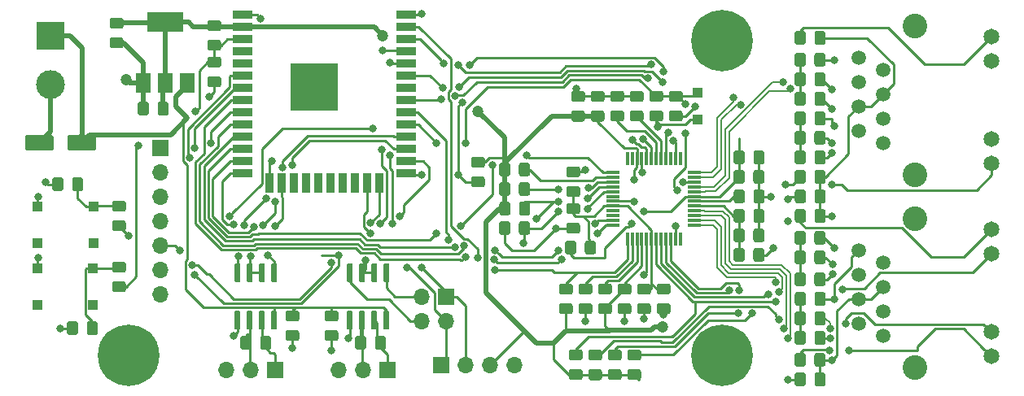
<source format=gbr>
G04 #@! TF.GenerationSoftware,KiCad,Pcbnew,(5.1.5)-3*
G04 #@! TF.CreationDate,2020-07-08T17:40:23+02:00*
G04 #@! TF.ProjectId,Mbed_Devboard,4d626564-5f44-4657-9662-6f6172642e6b,rev?*
G04 #@! TF.SameCoordinates,Original*
G04 #@! TF.FileFunction,Copper,L1,Top*
G04 #@! TF.FilePolarity,Positive*
%FSLAX46Y46*%
G04 Gerber Fmt 4.6, Leading zero omitted, Abs format (unit mm)*
G04 Created by KiCad (PCBNEW (5.1.5)-3) date 2020-07-08 17:40:23*
%MOMM*%
%LPD*%
G04 APERTURE LIST*
%ADD10C,6.400000*%
%ADD11C,0.800000*%
%ADD12C,3.000000*%
%ADD13R,3.000000X3.000000*%
%ADD14R,1.500000X2.000000*%
%ADD15R,3.800000X2.000000*%
%ADD16C,0.100000*%
%ADD17R,5.000000X5.000000*%
%ADD18R,2.000000X0.900000*%
%ADD19R,0.900000X2.000000*%
%ADD20R,1.000000X1.000000*%
%ADD21O,1.700000X1.700000*%
%ADD22R,1.700000X1.700000*%
%ADD23C,2.565000*%
%ADD24C,1.650000*%
%ADD25C,1.509000*%
%ADD26R,0.300000X1.450000*%
%ADD27R,1.450000X0.300000*%
%ADD28R,1.100000X1.100000*%
%ADD29C,5.000000*%
%ADD30C,1.200000*%
%ADD31C,0.250000*%
%ADD32C,0.500000*%
%ADD33C,0.200000*%
G04 APERTURE END LIST*
D10*
X168402000Y-42418000D03*
D11*
X170802000Y-42418000D03*
X170099056Y-44115056D03*
X168402000Y-44818000D03*
X166704944Y-44115056D03*
X166002000Y-42418000D03*
X166704944Y-40720944D03*
X168402000Y-40018000D03*
X170099056Y-40720944D03*
D10*
X106680000Y-75184000D03*
D11*
X109080000Y-75184000D03*
X108377056Y-76881056D03*
X106680000Y-77584000D03*
X104982944Y-76881056D03*
X104280000Y-75184000D03*
X104982944Y-73486944D03*
X106680000Y-72784000D03*
X108377056Y-73486944D03*
X170099056Y-73486944D03*
X168402000Y-72784000D03*
X166704944Y-73486944D03*
X166002000Y-75184000D03*
X166704944Y-76881056D03*
X168402000Y-77584000D03*
X170099056Y-76881056D03*
X170802000Y-75184000D03*
D10*
X168402000Y-75184000D03*
D12*
X98552000Y-46990000D03*
D13*
X98552000Y-41910000D03*
D14*
X108190000Y-46838000D03*
X112790000Y-46838000D03*
X110490000Y-46838000D03*
D15*
X110490000Y-40538000D03*
G04 #@! TA.AperFunction,SMDPad,CuDef*
D16*
G36*
X121957703Y-70588722D02*
G01*
X121972264Y-70590882D01*
X121986543Y-70594459D01*
X122000403Y-70599418D01*
X122013710Y-70605712D01*
X122026336Y-70613280D01*
X122038159Y-70622048D01*
X122049066Y-70631934D01*
X122058952Y-70642841D01*
X122067720Y-70654664D01*
X122075288Y-70667290D01*
X122081582Y-70680597D01*
X122086541Y-70694457D01*
X122090118Y-70708736D01*
X122092278Y-70723297D01*
X122093000Y-70738000D01*
X122093000Y-72388000D01*
X122092278Y-72402703D01*
X122090118Y-72417264D01*
X122086541Y-72431543D01*
X122081582Y-72445403D01*
X122075288Y-72458710D01*
X122067720Y-72471336D01*
X122058952Y-72483159D01*
X122049066Y-72494066D01*
X122038159Y-72503952D01*
X122026336Y-72512720D01*
X122013710Y-72520288D01*
X122000403Y-72526582D01*
X121986543Y-72531541D01*
X121972264Y-72535118D01*
X121957703Y-72537278D01*
X121943000Y-72538000D01*
X121643000Y-72538000D01*
X121628297Y-72537278D01*
X121613736Y-72535118D01*
X121599457Y-72531541D01*
X121585597Y-72526582D01*
X121572290Y-72520288D01*
X121559664Y-72512720D01*
X121547841Y-72503952D01*
X121536934Y-72494066D01*
X121527048Y-72483159D01*
X121518280Y-72471336D01*
X121510712Y-72458710D01*
X121504418Y-72445403D01*
X121499459Y-72431543D01*
X121495882Y-72417264D01*
X121493722Y-72402703D01*
X121493000Y-72388000D01*
X121493000Y-70738000D01*
X121493722Y-70723297D01*
X121495882Y-70708736D01*
X121499459Y-70694457D01*
X121504418Y-70680597D01*
X121510712Y-70667290D01*
X121518280Y-70654664D01*
X121527048Y-70642841D01*
X121536934Y-70631934D01*
X121547841Y-70622048D01*
X121559664Y-70613280D01*
X121572290Y-70605712D01*
X121585597Y-70599418D01*
X121599457Y-70594459D01*
X121613736Y-70590882D01*
X121628297Y-70588722D01*
X121643000Y-70588000D01*
X121943000Y-70588000D01*
X121957703Y-70588722D01*
G37*
G04 #@! TD.AperFunction*
G04 #@! TA.AperFunction,SMDPad,CuDef*
G36*
X120687703Y-70588722D02*
G01*
X120702264Y-70590882D01*
X120716543Y-70594459D01*
X120730403Y-70599418D01*
X120743710Y-70605712D01*
X120756336Y-70613280D01*
X120768159Y-70622048D01*
X120779066Y-70631934D01*
X120788952Y-70642841D01*
X120797720Y-70654664D01*
X120805288Y-70667290D01*
X120811582Y-70680597D01*
X120816541Y-70694457D01*
X120820118Y-70708736D01*
X120822278Y-70723297D01*
X120823000Y-70738000D01*
X120823000Y-72388000D01*
X120822278Y-72402703D01*
X120820118Y-72417264D01*
X120816541Y-72431543D01*
X120811582Y-72445403D01*
X120805288Y-72458710D01*
X120797720Y-72471336D01*
X120788952Y-72483159D01*
X120779066Y-72494066D01*
X120768159Y-72503952D01*
X120756336Y-72512720D01*
X120743710Y-72520288D01*
X120730403Y-72526582D01*
X120716543Y-72531541D01*
X120702264Y-72535118D01*
X120687703Y-72537278D01*
X120673000Y-72538000D01*
X120373000Y-72538000D01*
X120358297Y-72537278D01*
X120343736Y-72535118D01*
X120329457Y-72531541D01*
X120315597Y-72526582D01*
X120302290Y-72520288D01*
X120289664Y-72512720D01*
X120277841Y-72503952D01*
X120266934Y-72494066D01*
X120257048Y-72483159D01*
X120248280Y-72471336D01*
X120240712Y-72458710D01*
X120234418Y-72445403D01*
X120229459Y-72431543D01*
X120225882Y-72417264D01*
X120223722Y-72402703D01*
X120223000Y-72388000D01*
X120223000Y-70738000D01*
X120223722Y-70723297D01*
X120225882Y-70708736D01*
X120229459Y-70694457D01*
X120234418Y-70680597D01*
X120240712Y-70667290D01*
X120248280Y-70654664D01*
X120257048Y-70642841D01*
X120266934Y-70631934D01*
X120277841Y-70622048D01*
X120289664Y-70613280D01*
X120302290Y-70605712D01*
X120315597Y-70599418D01*
X120329457Y-70594459D01*
X120343736Y-70590882D01*
X120358297Y-70588722D01*
X120373000Y-70588000D01*
X120673000Y-70588000D01*
X120687703Y-70588722D01*
G37*
G04 #@! TD.AperFunction*
G04 #@! TA.AperFunction,SMDPad,CuDef*
G36*
X119417703Y-70588722D02*
G01*
X119432264Y-70590882D01*
X119446543Y-70594459D01*
X119460403Y-70599418D01*
X119473710Y-70605712D01*
X119486336Y-70613280D01*
X119498159Y-70622048D01*
X119509066Y-70631934D01*
X119518952Y-70642841D01*
X119527720Y-70654664D01*
X119535288Y-70667290D01*
X119541582Y-70680597D01*
X119546541Y-70694457D01*
X119550118Y-70708736D01*
X119552278Y-70723297D01*
X119553000Y-70738000D01*
X119553000Y-72388000D01*
X119552278Y-72402703D01*
X119550118Y-72417264D01*
X119546541Y-72431543D01*
X119541582Y-72445403D01*
X119535288Y-72458710D01*
X119527720Y-72471336D01*
X119518952Y-72483159D01*
X119509066Y-72494066D01*
X119498159Y-72503952D01*
X119486336Y-72512720D01*
X119473710Y-72520288D01*
X119460403Y-72526582D01*
X119446543Y-72531541D01*
X119432264Y-72535118D01*
X119417703Y-72537278D01*
X119403000Y-72538000D01*
X119103000Y-72538000D01*
X119088297Y-72537278D01*
X119073736Y-72535118D01*
X119059457Y-72531541D01*
X119045597Y-72526582D01*
X119032290Y-72520288D01*
X119019664Y-72512720D01*
X119007841Y-72503952D01*
X118996934Y-72494066D01*
X118987048Y-72483159D01*
X118978280Y-72471336D01*
X118970712Y-72458710D01*
X118964418Y-72445403D01*
X118959459Y-72431543D01*
X118955882Y-72417264D01*
X118953722Y-72402703D01*
X118953000Y-72388000D01*
X118953000Y-70738000D01*
X118953722Y-70723297D01*
X118955882Y-70708736D01*
X118959459Y-70694457D01*
X118964418Y-70680597D01*
X118970712Y-70667290D01*
X118978280Y-70654664D01*
X118987048Y-70642841D01*
X118996934Y-70631934D01*
X119007841Y-70622048D01*
X119019664Y-70613280D01*
X119032290Y-70605712D01*
X119045597Y-70599418D01*
X119059457Y-70594459D01*
X119073736Y-70590882D01*
X119088297Y-70588722D01*
X119103000Y-70588000D01*
X119403000Y-70588000D01*
X119417703Y-70588722D01*
G37*
G04 #@! TD.AperFunction*
G04 #@! TA.AperFunction,SMDPad,CuDef*
G36*
X118147703Y-70588722D02*
G01*
X118162264Y-70590882D01*
X118176543Y-70594459D01*
X118190403Y-70599418D01*
X118203710Y-70605712D01*
X118216336Y-70613280D01*
X118228159Y-70622048D01*
X118239066Y-70631934D01*
X118248952Y-70642841D01*
X118257720Y-70654664D01*
X118265288Y-70667290D01*
X118271582Y-70680597D01*
X118276541Y-70694457D01*
X118280118Y-70708736D01*
X118282278Y-70723297D01*
X118283000Y-70738000D01*
X118283000Y-72388000D01*
X118282278Y-72402703D01*
X118280118Y-72417264D01*
X118276541Y-72431543D01*
X118271582Y-72445403D01*
X118265288Y-72458710D01*
X118257720Y-72471336D01*
X118248952Y-72483159D01*
X118239066Y-72494066D01*
X118228159Y-72503952D01*
X118216336Y-72512720D01*
X118203710Y-72520288D01*
X118190403Y-72526582D01*
X118176543Y-72531541D01*
X118162264Y-72535118D01*
X118147703Y-72537278D01*
X118133000Y-72538000D01*
X117833000Y-72538000D01*
X117818297Y-72537278D01*
X117803736Y-72535118D01*
X117789457Y-72531541D01*
X117775597Y-72526582D01*
X117762290Y-72520288D01*
X117749664Y-72512720D01*
X117737841Y-72503952D01*
X117726934Y-72494066D01*
X117717048Y-72483159D01*
X117708280Y-72471336D01*
X117700712Y-72458710D01*
X117694418Y-72445403D01*
X117689459Y-72431543D01*
X117685882Y-72417264D01*
X117683722Y-72402703D01*
X117683000Y-72388000D01*
X117683000Y-70738000D01*
X117683722Y-70723297D01*
X117685882Y-70708736D01*
X117689459Y-70694457D01*
X117694418Y-70680597D01*
X117700712Y-70667290D01*
X117708280Y-70654664D01*
X117717048Y-70642841D01*
X117726934Y-70631934D01*
X117737841Y-70622048D01*
X117749664Y-70613280D01*
X117762290Y-70605712D01*
X117775597Y-70599418D01*
X117789457Y-70594459D01*
X117803736Y-70590882D01*
X117818297Y-70588722D01*
X117833000Y-70588000D01*
X118133000Y-70588000D01*
X118147703Y-70588722D01*
G37*
G04 #@! TD.AperFunction*
G04 #@! TA.AperFunction,SMDPad,CuDef*
G36*
X118147703Y-65638722D02*
G01*
X118162264Y-65640882D01*
X118176543Y-65644459D01*
X118190403Y-65649418D01*
X118203710Y-65655712D01*
X118216336Y-65663280D01*
X118228159Y-65672048D01*
X118239066Y-65681934D01*
X118248952Y-65692841D01*
X118257720Y-65704664D01*
X118265288Y-65717290D01*
X118271582Y-65730597D01*
X118276541Y-65744457D01*
X118280118Y-65758736D01*
X118282278Y-65773297D01*
X118283000Y-65788000D01*
X118283000Y-67438000D01*
X118282278Y-67452703D01*
X118280118Y-67467264D01*
X118276541Y-67481543D01*
X118271582Y-67495403D01*
X118265288Y-67508710D01*
X118257720Y-67521336D01*
X118248952Y-67533159D01*
X118239066Y-67544066D01*
X118228159Y-67553952D01*
X118216336Y-67562720D01*
X118203710Y-67570288D01*
X118190403Y-67576582D01*
X118176543Y-67581541D01*
X118162264Y-67585118D01*
X118147703Y-67587278D01*
X118133000Y-67588000D01*
X117833000Y-67588000D01*
X117818297Y-67587278D01*
X117803736Y-67585118D01*
X117789457Y-67581541D01*
X117775597Y-67576582D01*
X117762290Y-67570288D01*
X117749664Y-67562720D01*
X117737841Y-67553952D01*
X117726934Y-67544066D01*
X117717048Y-67533159D01*
X117708280Y-67521336D01*
X117700712Y-67508710D01*
X117694418Y-67495403D01*
X117689459Y-67481543D01*
X117685882Y-67467264D01*
X117683722Y-67452703D01*
X117683000Y-67438000D01*
X117683000Y-65788000D01*
X117683722Y-65773297D01*
X117685882Y-65758736D01*
X117689459Y-65744457D01*
X117694418Y-65730597D01*
X117700712Y-65717290D01*
X117708280Y-65704664D01*
X117717048Y-65692841D01*
X117726934Y-65681934D01*
X117737841Y-65672048D01*
X117749664Y-65663280D01*
X117762290Y-65655712D01*
X117775597Y-65649418D01*
X117789457Y-65644459D01*
X117803736Y-65640882D01*
X117818297Y-65638722D01*
X117833000Y-65638000D01*
X118133000Y-65638000D01*
X118147703Y-65638722D01*
G37*
G04 #@! TD.AperFunction*
G04 #@! TA.AperFunction,SMDPad,CuDef*
G36*
X119417703Y-65638722D02*
G01*
X119432264Y-65640882D01*
X119446543Y-65644459D01*
X119460403Y-65649418D01*
X119473710Y-65655712D01*
X119486336Y-65663280D01*
X119498159Y-65672048D01*
X119509066Y-65681934D01*
X119518952Y-65692841D01*
X119527720Y-65704664D01*
X119535288Y-65717290D01*
X119541582Y-65730597D01*
X119546541Y-65744457D01*
X119550118Y-65758736D01*
X119552278Y-65773297D01*
X119553000Y-65788000D01*
X119553000Y-67438000D01*
X119552278Y-67452703D01*
X119550118Y-67467264D01*
X119546541Y-67481543D01*
X119541582Y-67495403D01*
X119535288Y-67508710D01*
X119527720Y-67521336D01*
X119518952Y-67533159D01*
X119509066Y-67544066D01*
X119498159Y-67553952D01*
X119486336Y-67562720D01*
X119473710Y-67570288D01*
X119460403Y-67576582D01*
X119446543Y-67581541D01*
X119432264Y-67585118D01*
X119417703Y-67587278D01*
X119403000Y-67588000D01*
X119103000Y-67588000D01*
X119088297Y-67587278D01*
X119073736Y-67585118D01*
X119059457Y-67581541D01*
X119045597Y-67576582D01*
X119032290Y-67570288D01*
X119019664Y-67562720D01*
X119007841Y-67553952D01*
X118996934Y-67544066D01*
X118987048Y-67533159D01*
X118978280Y-67521336D01*
X118970712Y-67508710D01*
X118964418Y-67495403D01*
X118959459Y-67481543D01*
X118955882Y-67467264D01*
X118953722Y-67452703D01*
X118953000Y-67438000D01*
X118953000Y-65788000D01*
X118953722Y-65773297D01*
X118955882Y-65758736D01*
X118959459Y-65744457D01*
X118964418Y-65730597D01*
X118970712Y-65717290D01*
X118978280Y-65704664D01*
X118987048Y-65692841D01*
X118996934Y-65681934D01*
X119007841Y-65672048D01*
X119019664Y-65663280D01*
X119032290Y-65655712D01*
X119045597Y-65649418D01*
X119059457Y-65644459D01*
X119073736Y-65640882D01*
X119088297Y-65638722D01*
X119103000Y-65638000D01*
X119403000Y-65638000D01*
X119417703Y-65638722D01*
G37*
G04 #@! TD.AperFunction*
G04 #@! TA.AperFunction,SMDPad,CuDef*
G36*
X120687703Y-65638722D02*
G01*
X120702264Y-65640882D01*
X120716543Y-65644459D01*
X120730403Y-65649418D01*
X120743710Y-65655712D01*
X120756336Y-65663280D01*
X120768159Y-65672048D01*
X120779066Y-65681934D01*
X120788952Y-65692841D01*
X120797720Y-65704664D01*
X120805288Y-65717290D01*
X120811582Y-65730597D01*
X120816541Y-65744457D01*
X120820118Y-65758736D01*
X120822278Y-65773297D01*
X120823000Y-65788000D01*
X120823000Y-67438000D01*
X120822278Y-67452703D01*
X120820118Y-67467264D01*
X120816541Y-67481543D01*
X120811582Y-67495403D01*
X120805288Y-67508710D01*
X120797720Y-67521336D01*
X120788952Y-67533159D01*
X120779066Y-67544066D01*
X120768159Y-67553952D01*
X120756336Y-67562720D01*
X120743710Y-67570288D01*
X120730403Y-67576582D01*
X120716543Y-67581541D01*
X120702264Y-67585118D01*
X120687703Y-67587278D01*
X120673000Y-67588000D01*
X120373000Y-67588000D01*
X120358297Y-67587278D01*
X120343736Y-67585118D01*
X120329457Y-67581541D01*
X120315597Y-67576582D01*
X120302290Y-67570288D01*
X120289664Y-67562720D01*
X120277841Y-67553952D01*
X120266934Y-67544066D01*
X120257048Y-67533159D01*
X120248280Y-67521336D01*
X120240712Y-67508710D01*
X120234418Y-67495403D01*
X120229459Y-67481543D01*
X120225882Y-67467264D01*
X120223722Y-67452703D01*
X120223000Y-67438000D01*
X120223000Y-65788000D01*
X120223722Y-65773297D01*
X120225882Y-65758736D01*
X120229459Y-65744457D01*
X120234418Y-65730597D01*
X120240712Y-65717290D01*
X120248280Y-65704664D01*
X120257048Y-65692841D01*
X120266934Y-65681934D01*
X120277841Y-65672048D01*
X120289664Y-65663280D01*
X120302290Y-65655712D01*
X120315597Y-65649418D01*
X120329457Y-65644459D01*
X120343736Y-65640882D01*
X120358297Y-65638722D01*
X120373000Y-65638000D01*
X120673000Y-65638000D01*
X120687703Y-65638722D01*
G37*
G04 #@! TD.AperFunction*
G04 #@! TA.AperFunction,SMDPad,CuDef*
G36*
X121957703Y-65638722D02*
G01*
X121972264Y-65640882D01*
X121986543Y-65644459D01*
X122000403Y-65649418D01*
X122013710Y-65655712D01*
X122026336Y-65663280D01*
X122038159Y-65672048D01*
X122049066Y-65681934D01*
X122058952Y-65692841D01*
X122067720Y-65704664D01*
X122075288Y-65717290D01*
X122081582Y-65730597D01*
X122086541Y-65744457D01*
X122090118Y-65758736D01*
X122092278Y-65773297D01*
X122093000Y-65788000D01*
X122093000Y-67438000D01*
X122092278Y-67452703D01*
X122090118Y-67467264D01*
X122086541Y-67481543D01*
X122081582Y-67495403D01*
X122075288Y-67508710D01*
X122067720Y-67521336D01*
X122058952Y-67533159D01*
X122049066Y-67544066D01*
X122038159Y-67553952D01*
X122026336Y-67562720D01*
X122013710Y-67570288D01*
X122000403Y-67576582D01*
X121986543Y-67581541D01*
X121972264Y-67585118D01*
X121957703Y-67587278D01*
X121943000Y-67588000D01*
X121643000Y-67588000D01*
X121628297Y-67587278D01*
X121613736Y-67585118D01*
X121599457Y-67581541D01*
X121585597Y-67576582D01*
X121572290Y-67570288D01*
X121559664Y-67562720D01*
X121547841Y-67553952D01*
X121536934Y-67544066D01*
X121527048Y-67533159D01*
X121518280Y-67521336D01*
X121510712Y-67508710D01*
X121504418Y-67495403D01*
X121499459Y-67481543D01*
X121495882Y-67467264D01*
X121493722Y-67452703D01*
X121493000Y-67438000D01*
X121493000Y-65788000D01*
X121493722Y-65773297D01*
X121495882Y-65758736D01*
X121499459Y-65744457D01*
X121504418Y-65730597D01*
X121510712Y-65717290D01*
X121518280Y-65704664D01*
X121527048Y-65692841D01*
X121536934Y-65681934D01*
X121547841Y-65672048D01*
X121559664Y-65663280D01*
X121572290Y-65655712D01*
X121585597Y-65649418D01*
X121599457Y-65644459D01*
X121613736Y-65640882D01*
X121628297Y-65638722D01*
X121643000Y-65638000D01*
X121943000Y-65638000D01*
X121957703Y-65638722D01*
G37*
G04 #@! TD.AperFunction*
G04 #@! TA.AperFunction,SMDPad,CuDef*
G36*
X133641703Y-70588722D02*
G01*
X133656264Y-70590882D01*
X133670543Y-70594459D01*
X133684403Y-70599418D01*
X133697710Y-70605712D01*
X133710336Y-70613280D01*
X133722159Y-70622048D01*
X133733066Y-70631934D01*
X133742952Y-70642841D01*
X133751720Y-70654664D01*
X133759288Y-70667290D01*
X133765582Y-70680597D01*
X133770541Y-70694457D01*
X133774118Y-70708736D01*
X133776278Y-70723297D01*
X133777000Y-70738000D01*
X133777000Y-72388000D01*
X133776278Y-72402703D01*
X133774118Y-72417264D01*
X133770541Y-72431543D01*
X133765582Y-72445403D01*
X133759288Y-72458710D01*
X133751720Y-72471336D01*
X133742952Y-72483159D01*
X133733066Y-72494066D01*
X133722159Y-72503952D01*
X133710336Y-72512720D01*
X133697710Y-72520288D01*
X133684403Y-72526582D01*
X133670543Y-72531541D01*
X133656264Y-72535118D01*
X133641703Y-72537278D01*
X133627000Y-72538000D01*
X133327000Y-72538000D01*
X133312297Y-72537278D01*
X133297736Y-72535118D01*
X133283457Y-72531541D01*
X133269597Y-72526582D01*
X133256290Y-72520288D01*
X133243664Y-72512720D01*
X133231841Y-72503952D01*
X133220934Y-72494066D01*
X133211048Y-72483159D01*
X133202280Y-72471336D01*
X133194712Y-72458710D01*
X133188418Y-72445403D01*
X133183459Y-72431543D01*
X133179882Y-72417264D01*
X133177722Y-72402703D01*
X133177000Y-72388000D01*
X133177000Y-70738000D01*
X133177722Y-70723297D01*
X133179882Y-70708736D01*
X133183459Y-70694457D01*
X133188418Y-70680597D01*
X133194712Y-70667290D01*
X133202280Y-70654664D01*
X133211048Y-70642841D01*
X133220934Y-70631934D01*
X133231841Y-70622048D01*
X133243664Y-70613280D01*
X133256290Y-70605712D01*
X133269597Y-70599418D01*
X133283457Y-70594459D01*
X133297736Y-70590882D01*
X133312297Y-70588722D01*
X133327000Y-70588000D01*
X133627000Y-70588000D01*
X133641703Y-70588722D01*
G37*
G04 #@! TD.AperFunction*
G04 #@! TA.AperFunction,SMDPad,CuDef*
G36*
X132371703Y-70588722D02*
G01*
X132386264Y-70590882D01*
X132400543Y-70594459D01*
X132414403Y-70599418D01*
X132427710Y-70605712D01*
X132440336Y-70613280D01*
X132452159Y-70622048D01*
X132463066Y-70631934D01*
X132472952Y-70642841D01*
X132481720Y-70654664D01*
X132489288Y-70667290D01*
X132495582Y-70680597D01*
X132500541Y-70694457D01*
X132504118Y-70708736D01*
X132506278Y-70723297D01*
X132507000Y-70738000D01*
X132507000Y-72388000D01*
X132506278Y-72402703D01*
X132504118Y-72417264D01*
X132500541Y-72431543D01*
X132495582Y-72445403D01*
X132489288Y-72458710D01*
X132481720Y-72471336D01*
X132472952Y-72483159D01*
X132463066Y-72494066D01*
X132452159Y-72503952D01*
X132440336Y-72512720D01*
X132427710Y-72520288D01*
X132414403Y-72526582D01*
X132400543Y-72531541D01*
X132386264Y-72535118D01*
X132371703Y-72537278D01*
X132357000Y-72538000D01*
X132057000Y-72538000D01*
X132042297Y-72537278D01*
X132027736Y-72535118D01*
X132013457Y-72531541D01*
X131999597Y-72526582D01*
X131986290Y-72520288D01*
X131973664Y-72512720D01*
X131961841Y-72503952D01*
X131950934Y-72494066D01*
X131941048Y-72483159D01*
X131932280Y-72471336D01*
X131924712Y-72458710D01*
X131918418Y-72445403D01*
X131913459Y-72431543D01*
X131909882Y-72417264D01*
X131907722Y-72402703D01*
X131907000Y-72388000D01*
X131907000Y-70738000D01*
X131907722Y-70723297D01*
X131909882Y-70708736D01*
X131913459Y-70694457D01*
X131918418Y-70680597D01*
X131924712Y-70667290D01*
X131932280Y-70654664D01*
X131941048Y-70642841D01*
X131950934Y-70631934D01*
X131961841Y-70622048D01*
X131973664Y-70613280D01*
X131986290Y-70605712D01*
X131999597Y-70599418D01*
X132013457Y-70594459D01*
X132027736Y-70590882D01*
X132042297Y-70588722D01*
X132057000Y-70588000D01*
X132357000Y-70588000D01*
X132371703Y-70588722D01*
G37*
G04 #@! TD.AperFunction*
G04 #@! TA.AperFunction,SMDPad,CuDef*
G36*
X131101703Y-70588722D02*
G01*
X131116264Y-70590882D01*
X131130543Y-70594459D01*
X131144403Y-70599418D01*
X131157710Y-70605712D01*
X131170336Y-70613280D01*
X131182159Y-70622048D01*
X131193066Y-70631934D01*
X131202952Y-70642841D01*
X131211720Y-70654664D01*
X131219288Y-70667290D01*
X131225582Y-70680597D01*
X131230541Y-70694457D01*
X131234118Y-70708736D01*
X131236278Y-70723297D01*
X131237000Y-70738000D01*
X131237000Y-72388000D01*
X131236278Y-72402703D01*
X131234118Y-72417264D01*
X131230541Y-72431543D01*
X131225582Y-72445403D01*
X131219288Y-72458710D01*
X131211720Y-72471336D01*
X131202952Y-72483159D01*
X131193066Y-72494066D01*
X131182159Y-72503952D01*
X131170336Y-72512720D01*
X131157710Y-72520288D01*
X131144403Y-72526582D01*
X131130543Y-72531541D01*
X131116264Y-72535118D01*
X131101703Y-72537278D01*
X131087000Y-72538000D01*
X130787000Y-72538000D01*
X130772297Y-72537278D01*
X130757736Y-72535118D01*
X130743457Y-72531541D01*
X130729597Y-72526582D01*
X130716290Y-72520288D01*
X130703664Y-72512720D01*
X130691841Y-72503952D01*
X130680934Y-72494066D01*
X130671048Y-72483159D01*
X130662280Y-72471336D01*
X130654712Y-72458710D01*
X130648418Y-72445403D01*
X130643459Y-72431543D01*
X130639882Y-72417264D01*
X130637722Y-72402703D01*
X130637000Y-72388000D01*
X130637000Y-70738000D01*
X130637722Y-70723297D01*
X130639882Y-70708736D01*
X130643459Y-70694457D01*
X130648418Y-70680597D01*
X130654712Y-70667290D01*
X130662280Y-70654664D01*
X130671048Y-70642841D01*
X130680934Y-70631934D01*
X130691841Y-70622048D01*
X130703664Y-70613280D01*
X130716290Y-70605712D01*
X130729597Y-70599418D01*
X130743457Y-70594459D01*
X130757736Y-70590882D01*
X130772297Y-70588722D01*
X130787000Y-70588000D01*
X131087000Y-70588000D01*
X131101703Y-70588722D01*
G37*
G04 #@! TD.AperFunction*
G04 #@! TA.AperFunction,SMDPad,CuDef*
G36*
X129831703Y-70588722D02*
G01*
X129846264Y-70590882D01*
X129860543Y-70594459D01*
X129874403Y-70599418D01*
X129887710Y-70605712D01*
X129900336Y-70613280D01*
X129912159Y-70622048D01*
X129923066Y-70631934D01*
X129932952Y-70642841D01*
X129941720Y-70654664D01*
X129949288Y-70667290D01*
X129955582Y-70680597D01*
X129960541Y-70694457D01*
X129964118Y-70708736D01*
X129966278Y-70723297D01*
X129967000Y-70738000D01*
X129967000Y-72388000D01*
X129966278Y-72402703D01*
X129964118Y-72417264D01*
X129960541Y-72431543D01*
X129955582Y-72445403D01*
X129949288Y-72458710D01*
X129941720Y-72471336D01*
X129932952Y-72483159D01*
X129923066Y-72494066D01*
X129912159Y-72503952D01*
X129900336Y-72512720D01*
X129887710Y-72520288D01*
X129874403Y-72526582D01*
X129860543Y-72531541D01*
X129846264Y-72535118D01*
X129831703Y-72537278D01*
X129817000Y-72538000D01*
X129517000Y-72538000D01*
X129502297Y-72537278D01*
X129487736Y-72535118D01*
X129473457Y-72531541D01*
X129459597Y-72526582D01*
X129446290Y-72520288D01*
X129433664Y-72512720D01*
X129421841Y-72503952D01*
X129410934Y-72494066D01*
X129401048Y-72483159D01*
X129392280Y-72471336D01*
X129384712Y-72458710D01*
X129378418Y-72445403D01*
X129373459Y-72431543D01*
X129369882Y-72417264D01*
X129367722Y-72402703D01*
X129367000Y-72388000D01*
X129367000Y-70738000D01*
X129367722Y-70723297D01*
X129369882Y-70708736D01*
X129373459Y-70694457D01*
X129378418Y-70680597D01*
X129384712Y-70667290D01*
X129392280Y-70654664D01*
X129401048Y-70642841D01*
X129410934Y-70631934D01*
X129421841Y-70622048D01*
X129433664Y-70613280D01*
X129446290Y-70605712D01*
X129459597Y-70599418D01*
X129473457Y-70594459D01*
X129487736Y-70590882D01*
X129502297Y-70588722D01*
X129517000Y-70588000D01*
X129817000Y-70588000D01*
X129831703Y-70588722D01*
G37*
G04 #@! TD.AperFunction*
G04 #@! TA.AperFunction,SMDPad,CuDef*
G36*
X129831703Y-65638722D02*
G01*
X129846264Y-65640882D01*
X129860543Y-65644459D01*
X129874403Y-65649418D01*
X129887710Y-65655712D01*
X129900336Y-65663280D01*
X129912159Y-65672048D01*
X129923066Y-65681934D01*
X129932952Y-65692841D01*
X129941720Y-65704664D01*
X129949288Y-65717290D01*
X129955582Y-65730597D01*
X129960541Y-65744457D01*
X129964118Y-65758736D01*
X129966278Y-65773297D01*
X129967000Y-65788000D01*
X129967000Y-67438000D01*
X129966278Y-67452703D01*
X129964118Y-67467264D01*
X129960541Y-67481543D01*
X129955582Y-67495403D01*
X129949288Y-67508710D01*
X129941720Y-67521336D01*
X129932952Y-67533159D01*
X129923066Y-67544066D01*
X129912159Y-67553952D01*
X129900336Y-67562720D01*
X129887710Y-67570288D01*
X129874403Y-67576582D01*
X129860543Y-67581541D01*
X129846264Y-67585118D01*
X129831703Y-67587278D01*
X129817000Y-67588000D01*
X129517000Y-67588000D01*
X129502297Y-67587278D01*
X129487736Y-67585118D01*
X129473457Y-67581541D01*
X129459597Y-67576582D01*
X129446290Y-67570288D01*
X129433664Y-67562720D01*
X129421841Y-67553952D01*
X129410934Y-67544066D01*
X129401048Y-67533159D01*
X129392280Y-67521336D01*
X129384712Y-67508710D01*
X129378418Y-67495403D01*
X129373459Y-67481543D01*
X129369882Y-67467264D01*
X129367722Y-67452703D01*
X129367000Y-67438000D01*
X129367000Y-65788000D01*
X129367722Y-65773297D01*
X129369882Y-65758736D01*
X129373459Y-65744457D01*
X129378418Y-65730597D01*
X129384712Y-65717290D01*
X129392280Y-65704664D01*
X129401048Y-65692841D01*
X129410934Y-65681934D01*
X129421841Y-65672048D01*
X129433664Y-65663280D01*
X129446290Y-65655712D01*
X129459597Y-65649418D01*
X129473457Y-65644459D01*
X129487736Y-65640882D01*
X129502297Y-65638722D01*
X129517000Y-65638000D01*
X129817000Y-65638000D01*
X129831703Y-65638722D01*
G37*
G04 #@! TD.AperFunction*
G04 #@! TA.AperFunction,SMDPad,CuDef*
G36*
X131101703Y-65638722D02*
G01*
X131116264Y-65640882D01*
X131130543Y-65644459D01*
X131144403Y-65649418D01*
X131157710Y-65655712D01*
X131170336Y-65663280D01*
X131182159Y-65672048D01*
X131193066Y-65681934D01*
X131202952Y-65692841D01*
X131211720Y-65704664D01*
X131219288Y-65717290D01*
X131225582Y-65730597D01*
X131230541Y-65744457D01*
X131234118Y-65758736D01*
X131236278Y-65773297D01*
X131237000Y-65788000D01*
X131237000Y-67438000D01*
X131236278Y-67452703D01*
X131234118Y-67467264D01*
X131230541Y-67481543D01*
X131225582Y-67495403D01*
X131219288Y-67508710D01*
X131211720Y-67521336D01*
X131202952Y-67533159D01*
X131193066Y-67544066D01*
X131182159Y-67553952D01*
X131170336Y-67562720D01*
X131157710Y-67570288D01*
X131144403Y-67576582D01*
X131130543Y-67581541D01*
X131116264Y-67585118D01*
X131101703Y-67587278D01*
X131087000Y-67588000D01*
X130787000Y-67588000D01*
X130772297Y-67587278D01*
X130757736Y-67585118D01*
X130743457Y-67581541D01*
X130729597Y-67576582D01*
X130716290Y-67570288D01*
X130703664Y-67562720D01*
X130691841Y-67553952D01*
X130680934Y-67544066D01*
X130671048Y-67533159D01*
X130662280Y-67521336D01*
X130654712Y-67508710D01*
X130648418Y-67495403D01*
X130643459Y-67481543D01*
X130639882Y-67467264D01*
X130637722Y-67452703D01*
X130637000Y-67438000D01*
X130637000Y-65788000D01*
X130637722Y-65773297D01*
X130639882Y-65758736D01*
X130643459Y-65744457D01*
X130648418Y-65730597D01*
X130654712Y-65717290D01*
X130662280Y-65704664D01*
X130671048Y-65692841D01*
X130680934Y-65681934D01*
X130691841Y-65672048D01*
X130703664Y-65663280D01*
X130716290Y-65655712D01*
X130729597Y-65649418D01*
X130743457Y-65644459D01*
X130757736Y-65640882D01*
X130772297Y-65638722D01*
X130787000Y-65638000D01*
X131087000Y-65638000D01*
X131101703Y-65638722D01*
G37*
G04 #@! TD.AperFunction*
G04 #@! TA.AperFunction,SMDPad,CuDef*
G36*
X132371703Y-65638722D02*
G01*
X132386264Y-65640882D01*
X132400543Y-65644459D01*
X132414403Y-65649418D01*
X132427710Y-65655712D01*
X132440336Y-65663280D01*
X132452159Y-65672048D01*
X132463066Y-65681934D01*
X132472952Y-65692841D01*
X132481720Y-65704664D01*
X132489288Y-65717290D01*
X132495582Y-65730597D01*
X132500541Y-65744457D01*
X132504118Y-65758736D01*
X132506278Y-65773297D01*
X132507000Y-65788000D01*
X132507000Y-67438000D01*
X132506278Y-67452703D01*
X132504118Y-67467264D01*
X132500541Y-67481543D01*
X132495582Y-67495403D01*
X132489288Y-67508710D01*
X132481720Y-67521336D01*
X132472952Y-67533159D01*
X132463066Y-67544066D01*
X132452159Y-67553952D01*
X132440336Y-67562720D01*
X132427710Y-67570288D01*
X132414403Y-67576582D01*
X132400543Y-67581541D01*
X132386264Y-67585118D01*
X132371703Y-67587278D01*
X132357000Y-67588000D01*
X132057000Y-67588000D01*
X132042297Y-67587278D01*
X132027736Y-67585118D01*
X132013457Y-67581541D01*
X131999597Y-67576582D01*
X131986290Y-67570288D01*
X131973664Y-67562720D01*
X131961841Y-67553952D01*
X131950934Y-67544066D01*
X131941048Y-67533159D01*
X131932280Y-67521336D01*
X131924712Y-67508710D01*
X131918418Y-67495403D01*
X131913459Y-67481543D01*
X131909882Y-67467264D01*
X131907722Y-67452703D01*
X131907000Y-67438000D01*
X131907000Y-65788000D01*
X131907722Y-65773297D01*
X131909882Y-65758736D01*
X131913459Y-65744457D01*
X131918418Y-65730597D01*
X131924712Y-65717290D01*
X131932280Y-65704664D01*
X131941048Y-65692841D01*
X131950934Y-65681934D01*
X131961841Y-65672048D01*
X131973664Y-65663280D01*
X131986290Y-65655712D01*
X131999597Y-65649418D01*
X132013457Y-65644459D01*
X132027736Y-65640882D01*
X132042297Y-65638722D01*
X132057000Y-65638000D01*
X132357000Y-65638000D01*
X132371703Y-65638722D01*
G37*
G04 #@! TD.AperFunction*
G04 #@! TA.AperFunction,SMDPad,CuDef*
G36*
X133641703Y-65638722D02*
G01*
X133656264Y-65640882D01*
X133670543Y-65644459D01*
X133684403Y-65649418D01*
X133697710Y-65655712D01*
X133710336Y-65663280D01*
X133722159Y-65672048D01*
X133733066Y-65681934D01*
X133742952Y-65692841D01*
X133751720Y-65704664D01*
X133759288Y-65717290D01*
X133765582Y-65730597D01*
X133770541Y-65744457D01*
X133774118Y-65758736D01*
X133776278Y-65773297D01*
X133777000Y-65788000D01*
X133777000Y-67438000D01*
X133776278Y-67452703D01*
X133774118Y-67467264D01*
X133770541Y-67481543D01*
X133765582Y-67495403D01*
X133759288Y-67508710D01*
X133751720Y-67521336D01*
X133742952Y-67533159D01*
X133733066Y-67544066D01*
X133722159Y-67553952D01*
X133710336Y-67562720D01*
X133697710Y-67570288D01*
X133684403Y-67576582D01*
X133670543Y-67581541D01*
X133656264Y-67585118D01*
X133641703Y-67587278D01*
X133627000Y-67588000D01*
X133327000Y-67588000D01*
X133312297Y-67587278D01*
X133297736Y-67585118D01*
X133283457Y-67581541D01*
X133269597Y-67576582D01*
X133256290Y-67570288D01*
X133243664Y-67562720D01*
X133231841Y-67553952D01*
X133220934Y-67544066D01*
X133211048Y-67533159D01*
X133202280Y-67521336D01*
X133194712Y-67508710D01*
X133188418Y-67495403D01*
X133183459Y-67481543D01*
X133179882Y-67467264D01*
X133177722Y-67452703D01*
X133177000Y-67438000D01*
X133177000Y-65788000D01*
X133177722Y-65773297D01*
X133179882Y-65758736D01*
X133183459Y-65744457D01*
X133188418Y-65730597D01*
X133194712Y-65717290D01*
X133202280Y-65704664D01*
X133211048Y-65692841D01*
X133220934Y-65681934D01*
X133231841Y-65672048D01*
X133243664Y-65663280D01*
X133256290Y-65655712D01*
X133269597Y-65649418D01*
X133283457Y-65644459D01*
X133297736Y-65640882D01*
X133312297Y-65638722D01*
X133327000Y-65638000D01*
X133627000Y-65638000D01*
X133641703Y-65638722D01*
G37*
G04 #@! TD.AperFunction*
D17*
X126000000Y-47251000D03*
D18*
X118500000Y-39751000D03*
X118500000Y-41021000D03*
X118500000Y-42291000D03*
X118500000Y-43561000D03*
X118500000Y-44831000D03*
X118500000Y-46101000D03*
X118500000Y-47371000D03*
X118500000Y-48641000D03*
X118500000Y-49911000D03*
X118500000Y-51181000D03*
X118500000Y-52451000D03*
X118500000Y-53721000D03*
X118500000Y-54991000D03*
X118500000Y-56261000D03*
D19*
X121285000Y-57261000D03*
X122555000Y-57261000D03*
X123825000Y-57261000D03*
X125095000Y-57261000D03*
X126365000Y-57261000D03*
X127635000Y-57261000D03*
X128905000Y-57261000D03*
X130175000Y-57261000D03*
X131445000Y-57261000D03*
X132715000Y-57261000D03*
D18*
X135500000Y-56261000D03*
X135500000Y-54991000D03*
X135500000Y-53721000D03*
X135500000Y-52451000D03*
X135500000Y-51181000D03*
X135500000Y-49911000D03*
X135500000Y-48641000D03*
X135500000Y-47371000D03*
X135500000Y-46101000D03*
X135500000Y-44831000D03*
X135500000Y-43561000D03*
X135500000Y-42291000D03*
X135500000Y-41021000D03*
X135500000Y-39751000D03*
D20*
X102976000Y-69972000D03*
X97176000Y-69972000D03*
X102976000Y-66172000D03*
X97176000Y-66172000D03*
X103017000Y-63557000D03*
X97217000Y-63557000D03*
X103017000Y-59757000D03*
X97217000Y-59757000D03*
G04 #@! TA.AperFunction,SMDPad,CuDef*
D16*
G36*
X162018505Y-47668204D02*
G01*
X162042773Y-47671804D01*
X162066572Y-47677765D01*
X162089671Y-47686030D01*
X162111850Y-47696520D01*
X162132893Y-47709132D01*
X162152599Y-47723747D01*
X162170777Y-47740223D01*
X162187253Y-47758401D01*
X162201868Y-47778107D01*
X162214480Y-47799150D01*
X162224970Y-47821329D01*
X162233235Y-47844428D01*
X162239196Y-47868227D01*
X162242796Y-47892495D01*
X162244000Y-47916999D01*
X162244000Y-48567001D01*
X162242796Y-48591505D01*
X162239196Y-48615773D01*
X162233235Y-48639572D01*
X162224970Y-48662671D01*
X162214480Y-48684850D01*
X162201868Y-48705893D01*
X162187253Y-48725599D01*
X162170777Y-48743777D01*
X162152599Y-48760253D01*
X162132893Y-48774868D01*
X162111850Y-48787480D01*
X162089671Y-48797970D01*
X162066572Y-48806235D01*
X162042773Y-48812196D01*
X162018505Y-48815796D01*
X161994001Y-48817000D01*
X161093999Y-48817000D01*
X161069495Y-48815796D01*
X161045227Y-48812196D01*
X161021428Y-48806235D01*
X160998329Y-48797970D01*
X160976150Y-48787480D01*
X160955107Y-48774868D01*
X160935401Y-48760253D01*
X160917223Y-48743777D01*
X160900747Y-48725599D01*
X160886132Y-48705893D01*
X160873520Y-48684850D01*
X160863030Y-48662671D01*
X160854765Y-48639572D01*
X160848804Y-48615773D01*
X160845204Y-48591505D01*
X160844000Y-48567001D01*
X160844000Y-47916999D01*
X160845204Y-47892495D01*
X160848804Y-47868227D01*
X160854765Y-47844428D01*
X160863030Y-47821329D01*
X160873520Y-47799150D01*
X160886132Y-47778107D01*
X160900747Y-47758401D01*
X160917223Y-47740223D01*
X160935401Y-47723747D01*
X160955107Y-47709132D01*
X160976150Y-47696520D01*
X160998329Y-47686030D01*
X161021428Y-47677765D01*
X161045227Y-47671804D01*
X161069495Y-47668204D01*
X161093999Y-47667000D01*
X161994001Y-47667000D01*
X162018505Y-47668204D01*
G37*
G04 #@! TD.AperFunction*
G04 #@! TA.AperFunction,SMDPad,CuDef*
G36*
X162018505Y-49718204D02*
G01*
X162042773Y-49721804D01*
X162066572Y-49727765D01*
X162089671Y-49736030D01*
X162111850Y-49746520D01*
X162132893Y-49759132D01*
X162152599Y-49773747D01*
X162170777Y-49790223D01*
X162187253Y-49808401D01*
X162201868Y-49828107D01*
X162214480Y-49849150D01*
X162224970Y-49871329D01*
X162233235Y-49894428D01*
X162239196Y-49918227D01*
X162242796Y-49942495D01*
X162244000Y-49966999D01*
X162244000Y-50617001D01*
X162242796Y-50641505D01*
X162239196Y-50665773D01*
X162233235Y-50689572D01*
X162224970Y-50712671D01*
X162214480Y-50734850D01*
X162201868Y-50755893D01*
X162187253Y-50775599D01*
X162170777Y-50793777D01*
X162152599Y-50810253D01*
X162132893Y-50824868D01*
X162111850Y-50837480D01*
X162089671Y-50847970D01*
X162066572Y-50856235D01*
X162042773Y-50862196D01*
X162018505Y-50865796D01*
X161994001Y-50867000D01*
X161093999Y-50867000D01*
X161069495Y-50865796D01*
X161045227Y-50862196D01*
X161021428Y-50856235D01*
X160998329Y-50847970D01*
X160976150Y-50837480D01*
X160955107Y-50824868D01*
X160935401Y-50810253D01*
X160917223Y-50793777D01*
X160900747Y-50775599D01*
X160886132Y-50755893D01*
X160873520Y-50734850D01*
X160863030Y-50712671D01*
X160854765Y-50689572D01*
X160848804Y-50665773D01*
X160845204Y-50641505D01*
X160844000Y-50617001D01*
X160844000Y-49966999D01*
X160845204Y-49942495D01*
X160848804Y-49918227D01*
X160854765Y-49894428D01*
X160863030Y-49871329D01*
X160873520Y-49849150D01*
X160886132Y-49828107D01*
X160900747Y-49808401D01*
X160917223Y-49790223D01*
X160935401Y-49773747D01*
X160955107Y-49759132D01*
X160976150Y-49746520D01*
X160998329Y-49736030D01*
X161021428Y-49727765D01*
X161045227Y-49721804D01*
X161069495Y-49718204D01*
X161093999Y-49717000D01*
X161994001Y-49717000D01*
X162018505Y-49718204D01*
G37*
G04 #@! TD.AperFunction*
G04 #@! TA.AperFunction,SMDPad,CuDef*
G36*
X159732505Y-76651204D02*
G01*
X159756773Y-76654804D01*
X159780572Y-76660765D01*
X159803671Y-76669030D01*
X159825850Y-76679520D01*
X159846893Y-76692132D01*
X159866599Y-76706747D01*
X159884777Y-76723223D01*
X159901253Y-76741401D01*
X159915868Y-76761107D01*
X159928480Y-76782150D01*
X159938970Y-76804329D01*
X159947235Y-76827428D01*
X159953196Y-76851227D01*
X159956796Y-76875495D01*
X159958000Y-76899999D01*
X159958000Y-77550001D01*
X159956796Y-77574505D01*
X159953196Y-77598773D01*
X159947235Y-77622572D01*
X159938970Y-77645671D01*
X159928480Y-77667850D01*
X159915868Y-77688893D01*
X159901253Y-77708599D01*
X159884777Y-77726777D01*
X159866599Y-77743253D01*
X159846893Y-77757868D01*
X159825850Y-77770480D01*
X159803671Y-77780970D01*
X159780572Y-77789235D01*
X159756773Y-77795196D01*
X159732505Y-77798796D01*
X159708001Y-77800000D01*
X158807999Y-77800000D01*
X158783495Y-77798796D01*
X158759227Y-77795196D01*
X158735428Y-77789235D01*
X158712329Y-77780970D01*
X158690150Y-77770480D01*
X158669107Y-77757868D01*
X158649401Y-77743253D01*
X158631223Y-77726777D01*
X158614747Y-77708599D01*
X158600132Y-77688893D01*
X158587520Y-77667850D01*
X158577030Y-77645671D01*
X158568765Y-77622572D01*
X158562804Y-77598773D01*
X158559204Y-77574505D01*
X158558000Y-77550001D01*
X158558000Y-76899999D01*
X158559204Y-76875495D01*
X158562804Y-76851227D01*
X158568765Y-76827428D01*
X158577030Y-76804329D01*
X158587520Y-76782150D01*
X158600132Y-76761107D01*
X158614747Y-76741401D01*
X158631223Y-76723223D01*
X158649401Y-76706747D01*
X158669107Y-76692132D01*
X158690150Y-76679520D01*
X158712329Y-76669030D01*
X158735428Y-76660765D01*
X158759227Y-76654804D01*
X158783495Y-76651204D01*
X158807999Y-76650000D01*
X159708001Y-76650000D01*
X159732505Y-76651204D01*
G37*
G04 #@! TD.AperFunction*
G04 #@! TA.AperFunction,SMDPad,CuDef*
G36*
X159732505Y-74601204D02*
G01*
X159756773Y-74604804D01*
X159780572Y-74610765D01*
X159803671Y-74619030D01*
X159825850Y-74629520D01*
X159846893Y-74642132D01*
X159866599Y-74656747D01*
X159884777Y-74673223D01*
X159901253Y-74691401D01*
X159915868Y-74711107D01*
X159928480Y-74732150D01*
X159938970Y-74754329D01*
X159947235Y-74777428D01*
X159953196Y-74801227D01*
X159956796Y-74825495D01*
X159958000Y-74849999D01*
X159958000Y-75500001D01*
X159956796Y-75524505D01*
X159953196Y-75548773D01*
X159947235Y-75572572D01*
X159938970Y-75595671D01*
X159928480Y-75617850D01*
X159915868Y-75638893D01*
X159901253Y-75658599D01*
X159884777Y-75676777D01*
X159866599Y-75693253D01*
X159846893Y-75707868D01*
X159825850Y-75720480D01*
X159803671Y-75730970D01*
X159780572Y-75739235D01*
X159756773Y-75745196D01*
X159732505Y-75748796D01*
X159708001Y-75750000D01*
X158807999Y-75750000D01*
X158783495Y-75748796D01*
X158759227Y-75745196D01*
X158735428Y-75739235D01*
X158712329Y-75730970D01*
X158690150Y-75720480D01*
X158669107Y-75707868D01*
X158649401Y-75693253D01*
X158631223Y-75676777D01*
X158614747Y-75658599D01*
X158600132Y-75638893D01*
X158587520Y-75617850D01*
X158577030Y-75595671D01*
X158568765Y-75572572D01*
X158562804Y-75548773D01*
X158559204Y-75524505D01*
X158558000Y-75500001D01*
X158558000Y-74849999D01*
X158559204Y-74825495D01*
X158562804Y-74801227D01*
X158568765Y-74777428D01*
X158577030Y-74754329D01*
X158587520Y-74732150D01*
X158600132Y-74711107D01*
X158614747Y-74691401D01*
X158631223Y-74673223D01*
X158649401Y-74656747D01*
X158669107Y-74642132D01*
X158690150Y-74629520D01*
X158712329Y-74619030D01*
X158735428Y-74610765D01*
X158759227Y-74604804D01*
X158783495Y-74601204D01*
X158807999Y-74600000D01*
X159708001Y-74600000D01*
X159732505Y-74601204D01*
G37*
G04 #@! TD.AperFunction*
G04 #@! TA.AperFunction,SMDPad,CuDef*
G36*
X157700505Y-76651204D02*
G01*
X157724773Y-76654804D01*
X157748572Y-76660765D01*
X157771671Y-76669030D01*
X157793850Y-76679520D01*
X157814893Y-76692132D01*
X157834599Y-76706747D01*
X157852777Y-76723223D01*
X157869253Y-76741401D01*
X157883868Y-76761107D01*
X157896480Y-76782150D01*
X157906970Y-76804329D01*
X157915235Y-76827428D01*
X157921196Y-76851227D01*
X157924796Y-76875495D01*
X157926000Y-76899999D01*
X157926000Y-77550001D01*
X157924796Y-77574505D01*
X157921196Y-77598773D01*
X157915235Y-77622572D01*
X157906970Y-77645671D01*
X157896480Y-77667850D01*
X157883868Y-77688893D01*
X157869253Y-77708599D01*
X157852777Y-77726777D01*
X157834599Y-77743253D01*
X157814893Y-77757868D01*
X157793850Y-77770480D01*
X157771671Y-77780970D01*
X157748572Y-77789235D01*
X157724773Y-77795196D01*
X157700505Y-77798796D01*
X157676001Y-77800000D01*
X156775999Y-77800000D01*
X156751495Y-77798796D01*
X156727227Y-77795196D01*
X156703428Y-77789235D01*
X156680329Y-77780970D01*
X156658150Y-77770480D01*
X156637107Y-77757868D01*
X156617401Y-77743253D01*
X156599223Y-77726777D01*
X156582747Y-77708599D01*
X156568132Y-77688893D01*
X156555520Y-77667850D01*
X156545030Y-77645671D01*
X156536765Y-77622572D01*
X156530804Y-77598773D01*
X156527204Y-77574505D01*
X156526000Y-77550001D01*
X156526000Y-76899999D01*
X156527204Y-76875495D01*
X156530804Y-76851227D01*
X156536765Y-76827428D01*
X156545030Y-76804329D01*
X156555520Y-76782150D01*
X156568132Y-76761107D01*
X156582747Y-76741401D01*
X156599223Y-76723223D01*
X156617401Y-76706747D01*
X156637107Y-76692132D01*
X156658150Y-76679520D01*
X156680329Y-76669030D01*
X156703428Y-76660765D01*
X156727227Y-76654804D01*
X156751495Y-76651204D01*
X156775999Y-76650000D01*
X157676001Y-76650000D01*
X157700505Y-76651204D01*
G37*
G04 #@! TD.AperFunction*
G04 #@! TA.AperFunction,SMDPad,CuDef*
G36*
X157700505Y-74601204D02*
G01*
X157724773Y-74604804D01*
X157748572Y-74610765D01*
X157771671Y-74619030D01*
X157793850Y-74629520D01*
X157814893Y-74642132D01*
X157834599Y-74656747D01*
X157852777Y-74673223D01*
X157869253Y-74691401D01*
X157883868Y-74711107D01*
X157896480Y-74732150D01*
X157906970Y-74754329D01*
X157915235Y-74777428D01*
X157921196Y-74801227D01*
X157924796Y-74825495D01*
X157926000Y-74849999D01*
X157926000Y-75500001D01*
X157924796Y-75524505D01*
X157921196Y-75548773D01*
X157915235Y-75572572D01*
X157906970Y-75595671D01*
X157896480Y-75617850D01*
X157883868Y-75638893D01*
X157869253Y-75658599D01*
X157852777Y-75676777D01*
X157834599Y-75693253D01*
X157814893Y-75707868D01*
X157793850Y-75720480D01*
X157771671Y-75730970D01*
X157748572Y-75739235D01*
X157724773Y-75745196D01*
X157700505Y-75748796D01*
X157676001Y-75750000D01*
X156775999Y-75750000D01*
X156751495Y-75748796D01*
X156727227Y-75745196D01*
X156703428Y-75739235D01*
X156680329Y-75730970D01*
X156658150Y-75720480D01*
X156637107Y-75707868D01*
X156617401Y-75693253D01*
X156599223Y-75676777D01*
X156582747Y-75658599D01*
X156568132Y-75638893D01*
X156555520Y-75617850D01*
X156545030Y-75595671D01*
X156536765Y-75572572D01*
X156530804Y-75548773D01*
X156527204Y-75524505D01*
X156526000Y-75500001D01*
X156526000Y-74849999D01*
X156527204Y-74825495D01*
X156530804Y-74801227D01*
X156536765Y-74777428D01*
X156545030Y-74754329D01*
X156555520Y-74732150D01*
X156568132Y-74711107D01*
X156582747Y-74691401D01*
X156599223Y-74673223D01*
X156617401Y-74656747D01*
X156637107Y-74642132D01*
X156658150Y-74629520D01*
X156680329Y-74619030D01*
X156703428Y-74610765D01*
X156727227Y-74604804D01*
X156751495Y-74601204D01*
X156775999Y-74600000D01*
X157676001Y-74600000D01*
X157700505Y-74601204D01*
G37*
G04 #@! TD.AperFunction*
G04 #@! TA.AperFunction,SMDPad,CuDef*
G36*
X155668505Y-76660204D02*
G01*
X155692773Y-76663804D01*
X155716572Y-76669765D01*
X155739671Y-76678030D01*
X155761850Y-76688520D01*
X155782893Y-76701132D01*
X155802599Y-76715747D01*
X155820777Y-76732223D01*
X155837253Y-76750401D01*
X155851868Y-76770107D01*
X155864480Y-76791150D01*
X155874970Y-76813329D01*
X155883235Y-76836428D01*
X155889196Y-76860227D01*
X155892796Y-76884495D01*
X155894000Y-76908999D01*
X155894000Y-77559001D01*
X155892796Y-77583505D01*
X155889196Y-77607773D01*
X155883235Y-77631572D01*
X155874970Y-77654671D01*
X155864480Y-77676850D01*
X155851868Y-77697893D01*
X155837253Y-77717599D01*
X155820777Y-77735777D01*
X155802599Y-77752253D01*
X155782893Y-77766868D01*
X155761850Y-77779480D01*
X155739671Y-77789970D01*
X155716572Y-77798235D01*
X155692773Y-77804196D01*
X155668505Y-77807796D01*
X155644001Y-77809000D01*
X154743999Y-77809000D01*
X154719495Y-77807796D01*
X154695227Y-77804196D01*
X154671428Y-77798235D01*
X154648329Y-77789970D01*
X154626150Y-77779480D01*
X154605107Y-77766868D01*
X154585401Y-77752253D01*
X154567223Y-77735777D01*
X154550747Y-77717599D01*
X154536132Y-77697893D01*
X154523520Y-77676850D01*
X154513030Y-77654671D01*
X154504765Y-77631572D01*
X154498804Y-77607773D01*
X154495204Y-77583505D01*
X154494000Y-77559001D01*
X154494000Y-76908999D01*
X154495204Y-76884495D01*
X154498804Y-76860227D01*
X154504765Y-76836428D01*
X154513030Y-76813329D01*
X154523520Y-76791150D01*
X154536132Y-76770107D01*
X154550747Y-76750401D01*
X154567223Y-76732223D01*
X154585401Y-76715747D01*
X154605107Y-76701132D01*
X154626150Y-76688520D01*
X154648329Y-76678030D01*
X154671428Y-76669765D01*
X154695227Y-76663804D01*
X154719495Y-76660204D01*
X154743999Y-76659000D01*
X155644001Y-76659000D01*
X155668505Y-76660204D01*
G37*
G04 #@! TD.AperFunction*
G04 #@! TA.AperFunction,SMDPad,CuDef*
G36*
X155668505Y-74610204D02*
G01*
X155692773Y-74613804D01*
X155716572Y-74619765D01*
X155739671Y-74628030D01*
X155761850Y-74638520D01*
X155782893Y-74651132D01*
X155802599Y-74665747D01*
X155820777Y-74682223D01*
X155837253Y-74700401D01*
X155851868Y-74720107D01*
X155864480Y-74741150D01*
X155874970Y-74763329D01*
X155883235Y-74786428D01*
X155889196Y-74810227D01*
X155892796Y-74834495D01*
X155894000Y-74858999D01*
X155894000Y-75509001D01*
X155892796Y-75533505D01*
X155889196Y-75557773D01*
X155883235Y-75581572D01*
X155874970Y-75604671D01*
X155864480Y-75626850D01*
X155851868Y-75647893D01*
X155837253Y-75667599D01*
X155820777Y-75685777D01*
X155802599Y-75702253D01*
X155782893Y-75716868D01*
X155761850Y-75729480D01*
X155739671Y-75739970D01*
X155716572Y-75748235D01*
X155692773Y-75754196D01*
X155668505Y-75757796D01*
X155644001Y-75759000D01*
X154743999Y-75759000D01*
X154719495Y-75757796D01*
X154695227Y-75754196D01*
X154671428Y-75748235D01*
X154648329Y-75739970D01*
X154626150Y-75729480D01*
X154605107Y-75716868D01*
X154585401Y-75702253D01*
X154567223Y-75685777D01*
X154550747Y-75667599D01*
X154536132Y-75647893D01*
X154523520Y-75626850D01*
X154513030Y-75604671D01*
X154504765Y-75581572D01*
X154498804Y-75557773D01*
X154495204Y-75533505D01*
X154494000Y-75509001D01*
X154494000Y-74858999D01*
X154495204Y-74834495D01*
X154498804Y-74810227D01*
X154504765Y-74786428D01*
X154513030Y-74763329D01*
X154523520Y-74741150D01*
X154536132Y-74720107D01*
X154550747Y-74700401D01*
X154567223Y-74682223D01*
X154585401Y-74665747D01*
X154605107Y-74651132D01*
X154626150Y-74638520D01*
X154648329Y-74628030D01*
X154671428Y-74619765D01*
X154695227Y-74613804D01*
X154719495Y-74610204D01*
X154743999Y-74609000D01*
X155644001Y-74609000D01*
X155668505Y-74610204D01*
G37*
G04 #@! TD.AperFunction*
G04 #@! TA.AperFunction,SMDPad,CuDef*
G36*
X153636505Y-76642204D02*
G01*
X153660773Y-76645804D01*
X153684572Y-76651765D01*
X153707671Y-76660030D01*
X153729850Y-76670520D01*
X153750893Y-76683132D01*
X153770599Y-76697747D01*
X153788777Y-76714223D01*
X153805253Y-76732401D01*
X153819868Y-76752107D01*
X153832480Y-76773150D01*
X153842970Y-76795329D01*
X153851235Y-76818428D01*
X153857196Y-76842227D01*
X153860796Y-76866495D01*
X153862000Y-76890999D01*
X153862000Y-77541001D01*
X153860796Y-77565505D01*
X153857196Y-77589773D01*
X153851235Y-77613572D01*
X153842970Y-77636671D01*
X153832480Y-77658850D01*
X153819868Y-77679893D01*
X153805253Y-77699599D01*
X153788777Y-77717777D01*
X153770599Y-77734253D01*
X153750893Y-77748868D01*
X153729850Y-77761480D01*
X153707671Y-77771970D01*
X153684572Y-77780235D01*
X153660773Y-77786196D01*
X153636505Y-77789796D01*
X153612001Y-77791000D01*
X152711999Y-77791000D01*
X152687495Y-77789796D01*
X152663227Y-77786196D01*
X152639428Y-77780235D01*
X152616329Y-77771970D01*
X152594150Y-77761480D01*
X152573107Y-77748868D01*
X152553401Y-77734253D01*
X152535223Y-77717777D01*
X152518747Y-77699599D01*
X152504132Y-77679893D01*
X152491520Y-77658850D01*
X152481030Y-77636671D01*
X152472765Y-77613572D01*
X152466804Y-77589773D01*
X152463204Y-77565505D01*
X152462000Y-77541001D01*
X152462000Y-76890999D01*
X152463204Y-76866495D01*
X152466804Y-76842227D01*
X152472765Y-76818428D01*
X152481030Y-76795329D01*
X152491520Y-76773150D01*
X152504132Y-76752107D01*
X152518747Y-76732401D01*
X152535223Y-76714223D01*
X152553401Y-76697747D01*
X152573107Y-76683132D01*
X152594150Y-76670520D01*
X152616329Y-76660030D01*
X152639428Y-76651765D01*
X152663227Y-76645804D01*
X152687495Y-76642204D01*
X152711999Y-76641000D01*
X153612001Y-76641000D01*
X153636505Y-76642204D01*
G37*
G04 #@! TD.AperFunction*
G04 #@! TA.AperFunction,SMDPad,CuDef*
G36*
X153636505Y-74592204D02*
G01*
X153660773Y-74595804D01*
X153684572Y-74601765D01*
X153707671Y-74610030D01*
X153729850Y-74620520D01*
X153750893Y-74633132D01*
X153770599Y-74647747D01*
X153788777Y-74664223D01*
X153805253Y-74682401D01*
X153819868Y-74702107D01*
X153832480Y-74723150D01*
X153842970Y-74745329D01*
X153851235Y-74768428D01*
X153857196Y-74792227D01*
X153860796Y-74816495D01*
X153862000Y-74840999D01*
X153862000Y-75491001D01*
X153860796Y-75515505D01*
X153857196Y-75539773D01*
X153851235Y-75563572D01*
X153842970Y-75586671D01*
X153832480Y-75608850D01*
X153819868Y-75629893D01*
X153805253Y-75649599D01*
X153788777Y-75667777D01*
X153770599Y-75684253D01*
X153750893Y-75698868D01*
X153729850Y-75711480D01*
X153707671Y-75721970D01*
X153684572Y-75730235D01*
X153660773Y-75736196D01*
X153636505Y-75739796D01*
X153612001Y-75741000D01*
X152711999Y-75741000D01*
X152687495Y-75739796D01*
X152663227Y-75736196D01*
X152639428Y-75730235D01*
X152616329Y-75721970D01*
X152594150Y-75711480D01*
X152573107Y-75698868D01*
X152553401Y-75684253D01*
X152535223Y-75667777D01*
X152518747Y-75649599D01*
X152504132Y-75629893D01*
X152491520Y-75608850D01*
X152481030Y-75586671D01*
X152472765Y-75563572D01*
X152466804Y-75539773D01*
X152463204Y-75515505D01*
X152462000Y-75491001D01*
X152462000Y-74840999D01*
X152463204Y-74816495D01*
X152466804Y-74792227D01*
X152472765Y-74768428D01*
X152481030Y-74745329D01*
X152491520Y-74723150D01*
X152504132Y-74702107D01*
X152518747Y-74682401D01*
X152535223Y-74664223D01*
X152553401Y-74647747D01*
X152573107Y-74633132D01*
X152594150Y-74620520D01*
X152616329Y-74610030D01*
X152639428Y-74601765D01*
X152663227Y-74595804D01*
X152687495Y-74592204D01*
X152711999Y-74591000D01*
X153612001Y-74591000D01*
X153636505Y-74592204D01*
G37*
G04 #@! TD.AperFunction*
G04 #@! TA.AperFunction,SMDPad,CuDef*
G36*
X146145505Y-59245204D02*
G01*
X146169773Y-59248804D01*
X146193572Y-59254765D01*
X146216671Y-59263030D01*
X146238850Y-59273520D01*
X146259893Y-59286132D01*
X146279599Y-59300747D01*
X146297777Y-59317223D01*
X146314253Y-59335401D01*
X146328868Y-59355107D01*
X146341480Y-59376150D01*
X146351970Y-59398329D01*
X146360235Y-59421428D01*
X146366196Y-59445227D01*
X146369796Y-59469495D01*
X146371000Y-59493999D01*
X146371000Y-60394001D01*
X146369796Y-60418505D01*
X146366196Y-60442773D01*
X146360235Y-60466572D01*
X146351970Y-60489671D01*
X146341480Y-60511850D01*
X146328868Y-60532893D01*
X146314253Y-60552599D01*
X146297777Y-60570777D01*
X146279599Y-60587253D01*
X146259893Y-60601868D01*
X146238850Y-60614480D01*
X146216671Y-60624970D01*
X146193572Y-60633235D01*
X146169773Y-60639196D01*
X146145505Y-60642796D01*
X146121001Y-60644000D01*
X145470999Y-60644000D01*
X145446495Y-60642796D01*
X145422227Y-60639196D01*
X145398428Y-60633235D01*
X145375329Y-60624970D01*
X145353150Y-60614480D01*
X145332107Y-60601868D01*
X145312401Y-60587253D01*
X145294223Y-60570777D01*
X145277747Y-60552599D01*
X145263132Y-60532893D01*
X145250520Y-60511850D01*
X145240030Y-60489671D01*
X145231765Y-60466572D01*
X145225804Y-60442773D01*
X145222204Y-60418505D01*
X145221000Y-60394001D01*
X145221000Y-59493999D01*
X145222204Y-59469495D01*
X145225804Y-59445227D01*
X145231765Y-59421428D01*
X145240030Y-59398329D01*
X145250520Y-59376150D01*
X145263132Y-59355107D01*
X145277747Y-59335401D01*
X145294223Y-59317223D01*
X145312401Y-59300747D01*
X145332107Y-59286132D01*
X145353150Y-59273520D01*
X145375329Y-59263030D01*
X145398428Y-59254765D01*
X145422227Y-59248804D01*
X145446495Y-59245204D01*
X145470999Y-59244000D01*
X146121001Y-59244000D01*
X146145505Y-59245204D01*
G37*
G04 #@! TD.AperFunction*
G04 #@! TA.AperFunction,SMDPad,CuDef*
G36*
X148195505Y-59245204D02*
G01*
X148219773Y-59248804D01*
X148243572Y-59254765D01*
X148266671Y-59263030D01*
X148288850Y-59273520D01*
X148309893Y-59286132D01*
X148329599Y-59300747D01*
X148347777Y-59317223D01*
X148364253Y-59335401D01*
X148378868Y-59355107D01*
X148391480Y-59376150D01*
X148401970Y-59398329D01*
X148410235Y-59421428D01*
X148416196Y-59445227D01*
X148419796Y-59469495D01*
X148421000Y-59493999D01*
X148421000Y-60394001D01*
X148419796Y-60418505D01*
X148416196Y-60442773D01*
X148410235Y-60466572D01*
X148401970Y-60489671D01*
X148391480Y-60511850D01*
X148378868Y-60532893D01*
X148364253Y-60552599D01*
X148347777Y-60570777D01*
X148329599Y-60587253D01*
X148309893Y-60601868D01*
X148288850Y-60614480D01*
X148266671Y-60624970D01*
X148243572Y-60633235D01*
X148219773Y-60639196D01*
X148195505Y-60642796D01*
X148171001Y-60644000D01*
X147520999Y-60644000D01*
X147496495Y-60642796D01*
X147472227Y-60639196D01*
X147448428Y-60633235D01*
X147425329Y-60624970D01*
X147403150Y-60614480D01*
X147382107Y-60601868D01*
X147362401Y-60587253D01*
X147344223Y-60570777D01*
X147327747Y-60552599D01*
X147313132Y-60532893D01*
X147300520Y-60511850D01*
X147290030Y-60489671D01*
X147281765Y-60466572D01*
X147275804Y-60442773D01*
X147272204Y-60418505D01*
X147271000Y-60394001D01*
X147271000Y-59493999D01*
X147272204Y-59469495D01*
X147275804Y-59445227D01*
X147281765Y-59421428D01*
X147290030Y-59398329D01*
X147300520Y-59376150D01*
X147313132Y-59355107D01*
X147327747Y-59335401D01*
X147344223Y-59317223D01*
X147362401Y-59300747D01*
X147382107Y-59286132D01*
X147403150Y-59273520D01*
X147425329Y-59263030D01*
X147448428Y-59254765D01*
X147472227Y-59248804D01*
X147496495Y-59245204D01*
X147520999Y-59244000D01*
X148171001Y-59244000D01*
X148195505Y-59245204D01*
G37*
G04 #@! TD.AperFunction*
G04 #@! TA.AperFunction,SMDPad,CuDef*
G36*
X146127505Y-61277204D02*
G01*
X146151773Y-61280804D01*
X146175572Y-61286765D01*
X146198671Y-61295030D01*
X146220850Y-61305520D01*
X146241893Y-61318132D01*
X146261599Y-61332747D01*
X146279777Y-61349223D01*
X146296253Y-61367401D01*
X146310868Y-61387107D01*
X146323480Y-61408150D01*
X146333970Y-61430329D01*
X146342235Y-61453428D01*
X146348196Y-61477227D01*
X146351796Y-61501495D01*
X146353000Y-61525999D01*
X146353000Y-62426001D01*
X146351796Y-62450505D01*
X146348196Y-62474773D01*
X146342235Y-62498572D01*
X146333970Y-62521671D01*
X146323480Y-62543850D01*
X146310868Y-62564893D01*
X146296253Y-62584599D01*
X146279777Y-62602777D01*
X146261599Y-62619253D01*
X146241893Y-62633868D01*
X146220850Y-62646480D01*
X146198671Y-62656970D01*
X146175572Y-62665235D01*
X146151773Y-62671196D01*
X146127505Y-62674796D01*
X146103001Y-62676000D01*
X145452999Y-62676000D01*
X145428495Y-62674796D01*
X145404227Y-62671196D01*
X145380428Y-62665235D01*
X145357329Y-62656970D01*
X145335150Y-62646480D01*
X145314107Y-62633868D01*
X145294401Y-62619253D01*
X145276223Y-62602777D01*
X145259747Y-62584599D01*
X145245132Y-62564893D01*
X145232520Y-62543850D01*
X145222030Y-62521671D01*
X145213765Y-62498572D01*
X145207804Y-62474773D01*
X145204204Y-62450505D01*
X145203000Y-62426001D01*
X145203000Y-61525999D01*
X145204204Y-61501495D01*
X145207804Y-61477227D01*
X145213765Y-61453428D01*
X145222030Y-61430329D01*
X145232520Y-61408150D01*
X145245132Y-61387107D01*
X145259747Y-61367401D01*
X145276223Y-61349223D01*
X145294401Y-61332747D01*
X145314107Y-61318132D01*
X145335150Y-61305520D01*
X145357329Y-61295030D01*
X145380428Y-61286765D01*
X145404227Y-61280804D01*
X145428495Y-61277204D01*
X145452999Y-61276000D01*
X146103001Y-61276000D01*
X146127505Y-61277204D01*
G37*
G04 #@! TD.AperFunction*
G04 #@! TA.AperFunction,SMDPad,CuDef*
G36*
X148177505Y-61277204D02*
G01*
X148201773Y-61280804D01*
X148225572Y-61286765D01*
X148248671Y-61295030D01*
X148270850Y-61305520D01*
X148291893Y-61318132D01*
X148311599Y-61332747D01*
X148329777Y-61349223D01*
X148346253Y-61367401D01*
X148360868Y-61387107D01*
X148373480Y-61408150D01*
X148383970Y-61430329D01*
X148392235Y-61453428D01*
X148398196Y-61477227D01*
X148401796Y-61501495D01*
X148403000Y-61525999D01*
X148403000Y-62426001D01*
X148401796Y-62450505D01*
X148398196Y-62474773D01*
X148392235Y-62498572D01*
X148383970Y-62521671D01*
X148373480Y-62543850D01*
X148360868Y-62564893D01*
X148346253Y-62584599D01*
X148329777Y-62602777D01*
X148311599Y-62619253D01*
X148291893Y-62633868D01*
X148270850Y-62646480D01*
X148248671Y-62656970D01*
X148225572Y-62665235D01*
X148201773Y-62671196D01*
X148177505Y-62674796D01*
X148153001Y-62676000D01*
X147502999Y-62676000D01*
X147478495Y-62674796D01*
X147454227Y-62671196D01*
X147430428Y-62665235D01*
X147407329Y-62656970D01*
X147385150Y-62646480D01*
X147364107Y-62633868D01*
X147344401Y-62619253D01*
X147326223Y-62602777D01*
X147309747Y-62584599D01*
X147295132Y-62564893D01*
X147282520Y-62543850D01*
X147272030Y-62521671D01*
X147263765Y-62498572D01*
X147257804Y-62474773D01*
X147254204Y-62450505D01*
X147253000Y-62426001D01*
X147253000Y-61525999D01*
X147254204Y-61501495D01*
X147257804Y-61477227D01*
X147263765Y-61453428D01*
X147272030Y-61430329D01*
X147282520Y-61408150D01*
X147295132Y-61387107D01*
X147309747Y-61367401D01*
X147326223Y-61349223D01*
X147344401Y-61332747D01*
X147364107Y-61318132D01*
X147385150Y-61305520D01*
X147407329Y-61295030D01*
X147430428Y-61286765D01*
X147454227Y-61280804D01*
X147478495Y-61277204D01*
X147502999Y-61276000D01*
X148153001Y-61276000D01*
X148177505Y-61277204D01*
G37*
G04 #@! TD.AperFunction*
G04 #@! TA.AperFunction,SMDPad,CuDef*
G36*
X152620505Y-69793204D02*
G01*
X152644773Y-69796804D01*
X152668572Y-69802765D01*
X152691671Y-69811030D01*
X152713850Y-69821520D01*
X152734893Y-69834132D01*
X152754599Y-69848747D01*
X152772777Y-69865223D01*
X152789253Y-69883401D01*
X152803868Y-69903107D01*
X152816480Y-69924150D01*
X152826970Y-69946329D01*
X152835235Y-69969428D01*
X152841196Y-69993227D01*
X152844796Y-70017495D01*
X152846000Y-70041999D01*
X152846000Y-70692001D01*
X152844796Y-70716505D01*
X152841196Y-70740773D01*
X152835235Y-70764572D01*
X152826970Y-70787671D01*
X152816480Y-70809850D01*
X152803868Y-70830893D01*
X152789253Y-70850599D01*
X152772777Y-70868777D01*
X152754599Y-70885253D01*
X152734893Y-70899868D01*
X152713850Y-70912480D01*
X152691671Y-70922970D01*
X152668572Y-70931235D01*
X152644773Y-70937196D01*
X152620505Y-70940796D01*
X152596001Y-70942000D01*
X151695999Y-70942000D01*
X151671495Y-70940796D01*
X151647227Y-70937196D01*
X151623428Y-70931235D01*
X151600329Y-70922970D01*
X151578150Y-70912480D01*
X151557107Y-70899868D01*
X151537401Y-70885253D01*
X151519223Y-70868777D01*
X151502747Y-70850599D01*
X151488132Y-70830893D01*
X151475520Y-70809850D01*
X151465030Y-70787671D01*
X151456765Y-70764572D01*
X151450804Y-70740773D01*
X151447204Y-70716505D01*
X151446000Y-70692001D01*
X151446000Y-70041999D01*
X151447204Y-70017495D01*
X151450804Y-69993227D01*
X151456765Y-69969428D01*
X151465030Y-69946329D01*
X151475520Y-69924150D01*
X151488132Y-69903107D01*
X151502747Y-69883401D01*
X151519223Y-69865223D01*
X151537401Y-69848747D01*
X151557107Y-69834132D01*
X151578150Y-69821520D01*
X151600329Y-69811030D01*
X151623428Y-69802765D01*
X151647227Y-69796804D01*
X151671495Y-69793204D01*
X151695999Y-69792000D01*
X152596001Y-69792000D01*
X152620505Y-69793204D01*
G37*
G04 #@! TD.AperFunction*
G04 #@! TA.AperFunction,SMDPad,CuDef*
G36*
X152620505Y-67743204D02*
G01*
X152644773Y-67746804D01*
X152668572Y-67752765D01*
X152691671Y-67761030D01*
X152713850Y-67771520D01*
X152734893Y-67784132D01*
X152754599Y-67798747D01*
X152772777Y-67815223D01*
X152789253Y-67833401D01*
X152803868Y-67853107D01*
X152816480Y-67874150D01*
X152826970Y-67896329D01*
X152835235Y-67919428D01*
X152841196Y-67943227D01*
X152844796Y-67967495D01*
X152846000Y-67991999D01*
X152846000Y-68642001D01*
X152844796Y-68666505D01*
X152841196Y-68690773D01*
X152835235Y-68714572D01*
X152826970Y-68737671D01*
X152816480Y-68759850D01*
X152803868Y-68780893D01*
X152789253Y-68800599D01*
X152772777Y-68818777D01*
X152754599Y-68835253D01*
X152734893Y-68849868D01*
X152713850Y-68862480D01*
X152691671Y-68872970D01*
X152668572Y-68881235D01*
X152644773Y-68887196D01*
X152620505Y-68890796D01*
X152596001Y-68892000D01*
X151695999Y-68892000D01*
X151671495Y-68890796D01*
X151647227Y-68887196D01*
X151623428Y-68881235D01*
X151600329Y-68872970D01*
X151578150Y-68862480D01*
X151557107Y-68849868D01*
X151537401Y-68835253D01*
X151519223Y-68818777D01*
X151502747Y-68800599D01*
X151488132Y-68780893D01*
X151475520Y-68759850D01*
X151465030Y-68737671D01*
X151456765Y-68714572D01*
X151450804Y-68690773D01*
X151447204Y-68666505D01*
X151446000Y-68642001D01*
X151446000Y-67991999D01*
X151447204Y-67967495D01*
X151450804Y-67943227D01*
X151456765Y-67919428D01*
X151465030Y-67896329D01*
X151475520Y-67874150D01*
X151488132Y-67853107D01*
X151502747Y-67833401D01*
X151519223Y-67815223D01*
X151537401Y-67798747D01*
X151557107Y-67784132D01*
X151578150Y-67771520D01*
X151600329Y-67761030D01*
X151623428Y-67752765D01*
X151647227Y-67746804D01*
X151671495Y-67743204D01*
X151695999Y-67742000D01*
X152596001Y-67742000D01*
X152620505Y-67743204D01*
G37*
G04 #@! TD.AperFunction*
G04 #@! TA.AperFunction,SMDPad,CuDef*
G36*
X116044505Y-42361204D02*
G01*
X116068773Y-42364804D01*
X116092572Y-42370765D01*
X116115671Y-42379030D01*
X116137850Y-42389520D01*
X116158893Y-42402132D01*
X116178599Y-42416747D01*
X116196777Y-42433223D01*
X116213253Y-42451401D01*
X116227868Y-42471107D01*
X116240480Y-42492150D01*
X116250970Y-42514329D01*
X116259235Y-42537428D01*
X116265196Y-42561227D01*
X116268796Y-42585495D01*
X116270000Y-42609999D01*
X116270000Y-43260001D01*
X116268796Y-43284505D01*
X116265196Y-43308773D01*
X116259235Y-43332572D01*
X116250970Y-43355671D01*
X116240480Y-43377850D01*
X116227868Y-43398893D01*
X116213253Y-43418599D01*
X116196777Y-43436777D01*
X116178599Y-43453253D01*
X116158893Y-43467868D01*
X116137850Y-43480480D01*
X116115671Y-43490970D01*
X116092572Y-43499235D01*
X116068773Y-43505196D01*
X116044505Y-43508796D01*
X116020001Y-43510000D01*
X115119999Y-43510000D01*
X115095495Y-43508796D01*
X115071227Y-43505196D01*
X115047428Y-43499235D01*
X115024329Y-43490970D01*
X115002150Y-43480480D01*
X114981107Y-43467868D01*
X114961401Y-43453253D01*
X114943223Y-43436777D01*
X114926747Y-43418599D01*
X114912132Y-43398893D01*
X114899520Y-43377850D01*
X114889030Y-43355671D01*
X114880765Y-43332572D01*
X114874804Y-43308773D01*
X114871204Y-43284505D01*
X114870000Y-43260001D01*
X114870000Y-42609999D01*
X114871204Y-42585495D01*
X114874804Y-42561227D01*
X114880765Y-42537428D01*
X114889030Y-42514329D01*
X114899520Y-42492150D01*
X114912132Y-42471107D01*
X114926747Y-42451401D01*
X114943223Y-42433223D01*
X114961401Y-42416747D01*
X114981107Y-42402132D01*
X115002150Y-42389520D01*
X115024329Y-42379030D01*
X115047428Y-42370765D01*
X115071227Y-42364804D01*
X115095495Y-42361204D01*
X115119999Y-42360000D01*
X116020001Y-42360000D01*
X116044505Y-42361204D01*
G37*
G04 #@! TD.AperFunction*
G04 #@! TA.AperFunction,SMDPad,CuDef*
G36*
X116044505Y-40311204D02*
G01*
X116068773Y-40314804D01*
X116092572Y-40320765D01*
X116115671Y-40329030D01*
X116137850Y-40339520D01*
X116158893Y-40352132D01*
X116178599Y-40366747D01*
X116196777Y-40383223D01*
X116213253Y-40401401D01*
X116227868Y-40421107D01*
X116240480Y-40442150D01*
X116250970Y-40464329D01*
X116259235Y-40487428D01*
X116265196Y-40511227D01*
X116268796Y-40535495D01*
X116270000Y-40559999D01*
X116270000Y-41210001D01*
X116268796Y-41234505D01*
X116265196Y-41258773D01*
X116259235Y-41282572D01*
X116250970Y-41305671D01*
X116240480Y-41327850D01*
X116227868Y-41348893D01*
X116213253Y-41368599D01*
X116196777Y-41386777D01*
X116178599Y-41403253D01*
X116158893Y-41417868D01*
X116137850Y-41430480D01*
X116115671Y-41440970D01*
X116092572Y-41449235D01*
X116068773Y-41455196D01*
X116044505Y-41458796D01*
X116020001Y-41460000D01*
X115119999Y-41460000D01*
X115095495Y-41458796D01*
X115071227Y-41455196D01*
X115047428Y-41449235D01*
X115024329Y-41440970D01*
X115002150Y-41430480D01*
X114981107Y-41417868D01*
X114961401Y-41403253D01*
X114943223Y-41386777D01*
X114926747Y-41368599D01*
X114912132Y-41348893D01*
X114899520Y-41327850D01*
X114889030Y-41305671D01*
X114880765Y-41282572D01*
X114874804Y-41258773D01*
X114871204Y-41234505D01*
X114870000Y-41210001D01*
X114870000Y-40559999D01*
X114871204Y-40535495D01*
X114874804Y-40511227D01*
X114880765Y-40487428D01*
X114889030Y-40464329D01*
X114899520Y-40442150D01*
X114912132Y-40421107D01*
X114926747Y-40401401D01*
X114943223Y-40383223D01*
X114961401Y-40366747D01*
X114981107Y-40352132D01*
X115002150Y-40339520D01*
X115024329Y-40329030D01*
X115047428Y-40320765D01*
X115071227Y-40314804D01*
X115095495Y-40311204D01*
X115119999Y-40310000D01*
X116020001Y-40310000D01*
X116044505Y-40311204D01*
G37*
G04 #@! TD.AperFunction*
G04 #@! TA.AperFunction,SMDPad,CuDef*
G36*
X143476505Y-56585204D02*
G01*
X143500773Y-56588804D01*
X143524572Y-56594765D01*
X143547671Y-56603030D01*
X143569850Y-56613520D01*
X143590893Y-56626132D01*
X143610599Y-56640747D01*
X143628777Y-56657223D01*
X143645253Y-56675401D01*
X143659868Y-56695107D01*
X143672480Y-56716150D01*
X143682970Y-56738329D01*
X143691235Y-56761428D01*
X143697196Y-56785227D01*
X143700796Y-56809495D01*
X143702000Y-56833999D01*
X143702000Y-57484001D01*
X143700796Y-57508505D01*
X143697196Y-57532773D01*
X143691235Y-57556572D01*
X143682970Y-57579671D01*
X143672480Y-57601850D01*
X143659868Y-57622893D01*
X143645253Y-57642599D01*
X143628777Y-57660777D01*
X143610599Y-57677253D01*
X143590893Y-57691868D01*
X143569850Y-57704480D01*
X143547671Y-57714970D01*
X143524572Y-57723235D01*
X143500773Y-57729196D01*
X143476505Y-57732796D01*
X143452001Y-57734000D01*
X142551999Y-57734000D01*
X142527495Y-57732796D01*
X142503227Y-57729196D01*
X142479428Y-57723235D01*
X142456329Y-57714970D01*
X142434150Y-57704480D01*
X142413107Y-57691868D01*
X142393401Y-57677253D01*
X142375223Y-57660777D01*
X142358747Y-57642599D01*
X142344132Y-57622893D01*
X142331520Y-57601850D01*
X142321030Y-57579671D01*
X142312765Y-57556572D01*
X142306804Y-57532773D01*
X142303204Y-57508505D01*
X142302000Y-57484001D01*
X142302000Y-56833999D01*
X142303204Y-56809495D01*
X142306804Y-56785227D01*
X142312765Y-56761428D01*
X142321030Y-56738329D01*
X142331520Y-56716150D01*
X142344132Y-56695107D01*
X142358747Y-56675401D01*
X142375223Y-56657223D01*
X142393401Y-56640747D01*
X142413107Y-56626132D01*
X142434150Y-56613520D01*
X142456329Y-56603030D01*
X142479428Y-56594765D01*
X142503227Y-56588804D01*
X142527495Y-56585204D01*
X142551999Y-56584000D01*
X143452001Y-56584000D01*
X143476505Y-56585204D01*
G37*
G04 #@! TD.AperFunction*
G04 #@! TA.AperFunction,SMDPad,CuDef*
G36*
X143476505Y-54535204D02*
G01*
X143500773Y-54538804D01*
X143524572Y-54544765D01*
X143547671Y-54553030D01*
X143569850Y-54563520D01*
X143590893Y-54576132D01*
X143610599Y-54590747D01*
X143628777Y-54607223D01*
X143645253Y-54625401D01*
X143659868Y-54645107D01*
X143672480Y-54666150D01*
X143682970Y-54688329D01*
X143691235Y-54711428D01*
X143697196Y-54735227D01*
X143700796Y-54759495D01*
X143702000Y-54783999D01*
X143702000Y-55434001D01*
X143700796Y-55458505D01*
X143697196Y-55482773D01*
X143691235Y-55506572D01*
X143682970Y-55529671D01*
X143672480Y-55551850D01*
X143659868Y-55572893D01*
X143645253Y-55592599D01*
X143628777Y-55610777D01*
X143610599Y-55627253D01*
X143590893Y-55641868D01*
X143569850Y-55654480D01*
X143547671Y-55664970D01*
X143524572Y-55673235D01*
X143500773Y-55679196D01*
X143476505Y-55682796D01*
X143452001Y-55684000D01*
X142551999Y-55684000D01*
X142527495Y-55682796D01*
X142503227Y-55679196D01*
X142479428Y-55673235D01*
X142456329Y-55664970D01*
X142434150Y-55654480D01*
X142413107Y-55641868D01*
X142393401Y-55627253D01*
X142375223Y-55610777D01*
X142358747Y-55592599D01*
X142344132Y-55572893D01*
X142331520Y-55551850D01*
X142321030Y-55529671D01*
X142312765Y-55506572D01*
X142306804Y-55482773D01*
X142303204Y-55458505D01*
X142302000Y-55434001D01*
X142302000Y-54783999D01*
X142303204Y-54759495D01*
X142306804Y-54735227D01*
X142312765Y-54711428D01*
X142321030Y-54688329D01*
X142331520Y-54666150D01*
X142344132Y-54645107D01*
X142358747Y-54625401D01*
X142375223Y-54607223D01*
X142393401Y-54590747D01*
X142413107Y-54576132D01*
X142434150Y-54563520D01*
X142456329Y-54553030D01*
X142479428Y-54544765D01*
X142503227Y-54538804D01*
X142527495Y-54535204D01*
X142551999Y-54534000D01*
X143452001Y-54534000D01*
X143476505Y-54535204D01*
G37*
G04 #@! TD.AperFunction*
G04 #@! TA.AperFunction,SMDPad,CuDef*
G36*
X146127505Y-55181204D02*
G01*
X146151773Y-55184804D01*
X146175572Y-55190765D01*
X146198671Y-55199030D01*
X146220850Y-55209520D01*
X146241893Y-55222132D01*
X146261599Y-55236747D01*
X146279777Y-55253223D01*
X146296253Y-55271401D01*
X146310868Y-55291107D01*
X146323480Y-55312150D01*
X146333970Y-55334329D01*
X146342235Y-55357428D01*
X146348196Y-55381227D01*
X146351796Y-55405495D01*
X146353000Y-55429999D01*
X146353000Y-56330001D01*
X146351796Y-56354505D01*
X146348196Y-56378773D01*
X146342235Y-56402572D01*
X146333970Y-56425671D01*
X146323480Y-56447850D01*
X146310868Y-56468893D01*
X146296253Y-56488599D01*
X146279777Y-56506777D01*
X146261599Y-56523253D01*
X146241893Y-56537868D01*
X146220850Y-56550480D01*
X146198671Y-56560970D01*
X146175572Y-56569235D01*
X146151773Y-56575196D01*
X146127505Y-56578796D01*
X146103001Y-56580000D01*
X145452999Y-56580000D01*
X145428495Y-56578796D01*
X145404227Y-56575196D01*
X145380428Y-56569235D01*
X145357329Y-56560970D01*
X145335150Y-56550480D01*
X145314107Y-56537868D01*
X145294401Y-56523253D01*
X145276223Y-56506777D01*
X145259747Y-56488599D01*
X145245132Y-56468893D01*
X145232520Y-56447850D01*
X145222030Y-56425671D01*
X145213765Y-56402572D01*
X145207804Y-56378773D01*
X145204204Y-56354505D01*
X145203000Y-56330001D01*
X145203000Y-55429999D01*
X145204204Y-55405495D01*
X145207804Y-55381227D01*
X145213765Y-55357428D01*
X145222030Y-55334329D01*
X145232520Y-55312150D01*
X145245132Y-55291107D01*
X145259747Y-55271401D01*
X145276223Y-55253223D01*
X145294401Y-55236747D01*
X145314107Y-55222132D01*
X145335150Y-55209520D01*
X145357329Y-55199030D01*
X145380428Y-55190765D01*
X145404227Y-55184804D01*
X145428495Y-55181204D01*
X145452999Y-55180000D01*
X146103001Y-55180000D01*
X146127505Y-55181204D01*
G37*
G04 #@! TD.AperFunction*
G04 #@! TA.AperFunction,SMDPad,CuDef*
G36*
X148177505Y-55181204D02*
G01*
X148201773Y-55184804D01*
X148225572Y-55190765D01*
X148248671Y-55199030D01*
X148270850Y-55209520D01*
X148291893Y-55222132D01*
X148311599Y-55236747D01*
X148329777Y-55253223D01*
X148346253Y-55271401D01*
X148360868Y-55291107D01*
X148373480Y-55312150D01*
X148383970Y-55334329D01*
X148392235Y-55357428D01*
X148398196Y-55381227D01*
X148401796Y-55405495D01*
X148403000Y-55429999D01*
X148403000Y-56330001D01*
X148401796Y-56354505D01*
X148398196Y-56378773D01*
X148392235Y-56402572D01*
X148383970Y-56425671D01*
X148373480Y-56447850D01*
X148360868Y-56468893D01*
X148346253Y-56488599D01*
X148329777Y-56506777D01*
X148311599Y-56523253D01*
X148291893Y-56537868D01*
X148270850Y-56550480D01*
X148248671Y-56560970D01*
X148225572Y-56569235D01*
X148201773Y-56575196D01*
X148177505Y-56578796D01*
X148153001Y-56580000D01*
X147502999Y-56580000D01*
X147478495Y-56578796D01*
X147454227Y-56575196D01*
X147430428Y-56569235D01*
X147407329Y-56560970D01*
X147385150Y-56550480D01*
X147364107Y-56537868D01*
X147344401Y-56523253D01*
X147326223Y-56506777D01*
X147309747Y-56488599D01*
X147295132Y-56468893D01*
X147282520Y-56447850D01*
X147272030Y-56425671D01*
X147263765Y-56402572D01*
X147257804Y-56378773D01*
X147254204Y-56354505D01*
X147253000Y-56330001D01*
X147253000Y-55429999D01*
X147254204Y-55405495D01*
X147257804Y-55381227D01*
X147263765Y-55357428D01*
X147272030Y-55334329D01*
X147282520Y-55312150D01*
X147295132Y-55291107D01*
X147309747Y-55271401D01*
X147326223Y-55253223D01*
X147344401Y-55236747D01*
X147364107Y-55222132D01*
X147385150Y-55209520D01*
X147407329Y-55199030D01*
X147430428Y-55190765D01*
X147454227Y-55184804D01*
X147478495Y-55181204D01*
X147502999Y-55180000D01*
X148153001Y-55180000D01*
X148177505Y-55181204D01*
G37*
G04 #@! TD.AperFunction*
G04 #@! TA.AperFunction,SMDPad,CuDef*
G36*
X146127505Y-57213204D02*
G01*
X146151773Y-57216804D01*
X146175572Y-57222765D01*
X146198671Y-57231030D01*
X146220850Y-57241520D01*
X146241893Y-57254132D01*
X146261599Y-57268747D01*
X146279777Y-57285223D01*
X146296253Y-57303401D01*
X146310868Y-57323107D01*
X146323480Y-57344150D01*
X146333970Y-57366329D01*
X146342235Y-57389428D01*
X146348196Y-57413227D01*
X146351796Y-57437495D01*
X146353000Y-57461999D01*
X146353000Y-58362001D01*
X146351796Y-58386505D01*
X146348196Y-58410773D01*
X146342235Y-58434572D01*
X146333970Y-58457671D01*
X146323480Y-58479850D01*
X146310868Y-58500893D01*
X146296253Y-58520599D01*
X146279777Y-58538777D01*
X146261599Y-58555253D01*
X146241893Y-58569868D01*
X146220850Y-58582480D01*
X146198671Y-58592970D01*
X146175572Y-58601235D01*
X146151773Y-58607196D01*
X146127505Y-58610796D01*
X146103001Y-58612000D01*
X145452999Y-58612000D01*
X145428495Y-58610796D01*
X145404227Y-58607196D01*
X145380428Y-58601235D01*
X145357329Y-58592970D01*
X145335150Y-58582480D01*
X145314107Y-58569868D01*
X145294401Y-58555253D01*
X145276223Y-58538777D01*
X145259747Y-58520599D01*
X145245132Y-58500893D01*
X145232520Y-58479850D01*
X145222030Y-58457671D01*
X145213765Y-58434572D01*
X145207804Y-58410773D01*
X145204204Y-58386505D01*
X145203000Y-58362001D01*
X145203000Y-57461999D01*
X145204204Y-57437495D01*
X145207804Y-57413227D01*
X145213765Y-57389428D01*
X145222030Y-57366329D01*
X145232520Y-57344150D01*
X145245132Y-57323107D01*
X145259747Y-57303401D01*
X145276223Y-57285223D01*
X145294401Y-57268747D01*
X145314107Y-57254132D01*
X145335150Y-57241520D01*
X145357329Y-57231030D01*
X145380428Y-57222765D01*
X145404227Y-57216804D01*
X145428495Y-57213204D01*
X145452999Y-57212000D01*
X146103001Y-57212000D01*
X146127505Y-57213204D01*
G37*
G04 #@! TD.AperFunction*
G04 #@! TA.AperFunction,SMDPad,CuDef*
G36*
X148177505Y-57213204D02*
G01*
X148201773Y-57216804D01*
X148225572Y-57222765D01*
X148248671Y-57231030D01*
X148270850Y-57241520D01*
X148291893Y-57254132D01*
X148311599Y-57268747D01*
X148329777Y-57285223D01*
X148346253Y-57303401D01*
X148360868Y-57323107D01*
X148373480Y-57344150D01*
X148383970Y-57366329D01*
X148392235Y-57389428D01*
X148398196Y-57413227D01*
X148401796Y-57437495D01*
X148403000Y-57461999D01*
X148403000Y-58362001D01*
X148401796Y-58386505D01*
X148398196Y-58410773D01*
X148392235Y-58434572D01*
X148383970Y-58457671D01*
X148373480Y-58479850D01*
X148360868Y-58500893D01*
X148346253Y-58520599D01*
X148329777Y-58538777D01*
X148311599Y-58555253D01*
X148291893Y-58569868D01*
X148270850Y-58582480D01*
X148248671Y-58592970D01*
X148225572Y-58601235D01*
X148201773Y-58607196D01*
X148177505Y-58610796D01*
X148153001Y-58612000D01*
X147502999Y-58612000D01*
X147478495Y-58610796D01*
X147454227Y-58607196D01*
X147430428Y-58601235D01*
X147407329Y-58592970D01*
X147385150Y-58582480D01*
X147364107Y-58569868D01*
X147344401Y-58555253D01*
X147326223Y-58538777D01*
X147309747Y-58520599D01*
X147295132Y-58500893D01*
X147282520Y-58479850D01*
X147272030Y-58457671D01*
X147263765Y-58434572D01*
X147257804Y-58410773D01*
X147254204Y-58386505D01*
X147253000Y-58362001D01*
X147253000Y-57461999D01*
X147254204Y-57437495D01*
X147257804Y-57413227D01*
X147263765Y-57389428D01*
X147272030Y-57366329D01*
X147282520Y-57344150D01*
X147295132Y-57323107D01*
X147309747Y-57303401D01*
X147326223Y-57285223D01*
X147344401Y-57268747D01*
X147364107Y-57254132D01*
X147385150Y-57241520D01*
X147407329Y-57231030D01*
X147430428Y-57222765D01*
X147454227Y-57216804D01*
X147478495Y-57213204D01*
X147502999Y-57212000D01*
X148153001Y-57212000D01*
X148177505Y-57213204D01*
G37*
G04 #@! TD.AperFunction*
G04 #@! TA.AperFunction,SMDPad,CuDef*
G36*
X106138505Y-65457204D02*
G01*
X106162773Y-65460804D01*
X106186572Y-65466765D01*
X106209671Y-65475030D01*
X106231850Y-65485520D01*
X106252893Y-65498132D01*
X106272599Y-65512747D01*
X106290777Y-65529223D01*
X106307253Y-65547401D01*
X106321868Y-65567107D01*
X106334480Y-65588150D01*
X106344970Y-65610329D01*
X106353235Y-65633428D01*
X106359196Y-65657227D01*
X106362796Y-65681495D01*
X106364000Y-65705999D01*
X106364000Y-66356001D01*
X106362796Y-66380505D01*
X106359196Y-66404773D01*
X106353235Y-66428572D01*
X106344970Y-66451671D01*
X106334480Y-66473850D01*
X106321868Y-66494893D01*
X106307253Y-66514599D01*
X106290777Y-66532777D01*
X106272599Y-66549253D01*
X106252893Y-66563868D01*
X106231850Y-66576480D01*
X106209671Y-66586970D01*
X106186572Y-66595235D01*
X106162773Y-66601196D01*
X106138505Y-66604796D01*
X106114001Y-66606000D01*
X105213999Y-66606000D01*
X105189495Y-66604796D01*
X105165227Y-66601196D01*
X105141428Y-66595235D01*
X105118329Y-66586970D01*
X105096150Y-66576480D01*
X105075107Y-66563868D01*
X105055401Y-66549253D01*
X105037223Y-66532777D01*
X105020747Y-66514599D01*
X105006132Y-66494893D01*
X104993520Y-66473850D01*
X104983030Y-66451671D01*
X104974765Y-66428572D01*
X104968804Y-66404773D01*
X104965204Y-66380505D01*
X104964000Y-66356001D01*
X104964000Y-65705999D01*
X104965204Y-65681495D01*
X104968804Y-65657227D01*
X104974765Y-65633428D01*
X104983030Y-65610329D01*
X104993520Y-65588150D01*
X105006132Y-65567107D01*
X105020747Y-65547401D01*
X105037223Y-65529223D01*
X105055401Y-65512747D01*
X105075107Y-65498132D01*
X105096150Y-65485520D01*
X105118329Y-65475030D01*
X105141428Y-65466765D01*
X105165227Y-65460804D01*
X105189495Y-65457204D01*
X105213999Y-65456000D01*
X106114001Y-65456000D01*
X106138505Y-65457204D01*
G37*
G04 #@! TD.AperFunction*
G04 #@! TA.AperFunction,SMDPad,CuDef*
G36*
X106138505Y-67507204D02*
G01*
X106162773Y-67510804D01*
X106186572Y-67516765D01*
X106209671Y-67525030D01*
X106231850Y-67535520D01*
X106252893Y-67548132D01*
X106272599Y-67562747D01*
X106290777Y-67579223D01*
X106307253Y-67597401D01*
X106321868Y-67617107D01*
X106334480Y-67638150D01*
X106344970Y-67660329D01*
X106353235Y-67683428D01*
X106359196Y-67707227D01*
X106362796Y-67731495D01*
X106364000Y-67755999D01*
X106364000Y-68406001D01*
X106362796Y-68430505D01*
X106359196Y-68454773D01*
X106353235Y-68478572D01*
X106344970Y-68501671D01*
X106334480Y-68523850D01*
X106321868Y-68544893D01*
X106307253Y-68564599D01*
X106290777Y-68582777D01*
X106272599Y-68599253D01*
X106252893Y-68613868D01*
X106231850Y-68626480D01*
X106209671Y-68636970D01*
X106186572Y-68645235D01*
X106162773Y-68651196D01*
X106138505Y-68654796D01*
X106114001Y-68656000D01*
X105213999Y-68656000D01*
X105189495Y-68654796D01*
X105165227Y-68651196D01*
X105141428Y-68645235D01*
X105118329Y-68636970D01*
X105096150Y-68626480D01*
X105075107Y-68613868D01*
X105055401Y-68599253D01*
X105037223Y-68582777D01*
X105020747Y-68564599D01*
X105006132Y-68544893D01*
X104993520Y-68523850D01*
X104983030Y-68501671D01*
X104974765Y-68478572D01*
X104968804Y-68454773D01*
X104965204Y-68430505D01*
X104964000Y-68406001D01*
X104964000Y-67755999D01*
X104965204Y-67731495D01*
X104968804Y-67707227D01*
X104974765Y-67683428D01*
X104983030Y-67660329D01*
X104993520Y-67638150D01*
X105006132Y-67617107D01*
X105020747Y-67597401D01*
X105037223Y-67579223D01*
X105055401Y-67562747D01*
X105075107Y-67548132D01*
X105096150Y-67535520D01*
X105118329Y-67525030D01*
X105141428Y-67516765D01*
X105165227Y-67510804D01*
X105189495Y-67507204D01*
X105213999Y-67506000D01*
X106114001Y-67506000D01*
X106138505Y-67507204D01*
G37*
G04 #@! TD.AperFunction*
G04 #@! TA.AperFunction,SMDPad,CuDef*
G36*
X106138505Y-59107204D02*
G01*
X106162773Y-59110804D01*
X106186572Y-59116765D01*
X106209671Y-59125030D01*
X106231850Y-59135520D01*
X106252893Y-59148132D01*
X106272599Y-59162747D01*
X106290777Y-59179223D01*
X106307253Y-59197401D01*
X106321868Y-59217107D01*
X106334480Y-59238150D01*
X106344970Y-59260329D01*
X106353235Y-59283428D01*
X106359196Y-59307227D01*
X106362796Y-59331495D01*
X106364000Y-59355999D01*
X106364000Y-60006001D01*
X106362796Y-60030505D01*
X106359196Y-60054773D01*
X106353235Y-60078572D01*
X106344970Y-60101671D01*
X106334480Y-60123850D01*
X106321868Y-60144893D01*
X106307253Y-60164599D01*
X106290777Y-60182777D01*
X106272599Y-60199253D01*
X106252893Y-60213868D01*
X106231850Y-60226480D01*
X106209671Y-60236970D01*
X106186572Y-60245235D01*
X106162773Y-60251196D01*
X106138505Y-60254796D01*
X106114001Y-60256000D01*
X105213999Y-60256000D01*
X105189495Y-60254796D01*
X105165227Y-60251196D01*
X105141428Y-60245235D01*
X105118329Y-60236970D01*
X105096150Y-60226480D01*
X105075107Y-60213868D01*
X105055401Y-60199253D01*
X105037223Y-60182777D01*
X105020747Y-60164599D01*
X105006132Y-60144893D01*
X104993520Y-60123850D01*
X104983030Y-60101671D01*
X104974765Y-60078572D01*
X104968804Y-60054773D01*
X104965204Y-60030505D01*
X104964000Y-60006001D01*
X104964000Y-59355999D01*
X104965204Y-59331495D01*
X104968804Y-59307227D01*
X104974765Y-59283428D01*
X104983030Y-59260329D01*
X104993520Y-59238150D01*
X105006132Y-59217107D01*
X105020747Y-59197401D01*
X105037223Y-59179223D01*
X105055401Y-59162747D01*
X105075107Y-59148132D01*
X105096150Y-59135520D01*
X105118329Y-59125030D01*
X105141428Y-59116765D01*
X105165227Y-59110804D01*
X105189495Y-59107204D01*
X105213999Y-59106000D01*
X106114001Y-59106000D01*
X106138505Y-59107204D01*
G37*
G04 #@! TD.AperFunction*
G04 #@! TA.AperFunction,SMDPad,CuDef*
G36*
X106138505Y-61157204D02*
G01*
X106162773Y-61160804D01*
X106186572Y-61166765D01*
X106209671Y-61175030D01*
X106231850Y-61185520D01*
X106252893Y-61198132D01*
X106272599Y-61212747D01*
X106290777Y-61229223D01*
X106307253Y-61247401D01*
X106321868Y-61267107D01*
X106334480Y-61288150D01*
X106344970Y-61310329D01*
X106353235Y-61333428D01*
X106359196Y-61357227D01*
X106362796Y-61381495D01*
X106364000Y-61405999D01*
X106364000Y-62056001D01*
X106362796Y-62080505D01*
X106359196Y-62104773D01*
X106353235Y-62128572D01*
X106344970Y-62151671D01*
X106334480Y-62173850D01*
X106321868Y-62194893D01*
X106307253Y-62214599D01*
X106290777Y-62232777D01*
X106272599Y-62249253D01*
X106252893Y-62263868D01*
X106231850Y-62276480D01*
X106209671Y-62286970D01*
X106186572Y-62295235D01*
X106162773Y-62301196D01*
X106138505Y-62304796D01*
X106114001Y-62306000D01*
X105213999Y-62306000D01*
X105189495Y-62304796D01*
X105165227Y-62301196D01*
X105141428Y-62295235D01*
X105118329Y-62286970D01*
X105096150Y-62276480D01*
X105075107Y-62263868D01*
X105055401Y-62249253D01*
X105037223Y-62232777D01*
X105020747Y-62214599D01*
X105006132Y-62194893D01*
X104993520Y-62173850D01*
X104983030Y-62151671D01*
X104974765Y-62128572D01*
X104968804Y-62104773D01*
X104965204Y-62080505D01*
X104964000Y-62056001D01*
X104964000Y-61405999D01*
X104965204Y-61381495D01*
X104968804Y-61357227D01*
X104974765Y-61333428D01*
X104983030Y-61310329D01*
X104993520Y-61288150D01*
X105006132Y-61267107D01*
X105020747Y-61247401D01*
X105037223Y-61229223D01*
X105055401Y-61212747D01*
X105075107Y-61198132D01*
X105096150Y-61185520D01*
X105118329Y-61175030D01*
X105141428Y-61166765D01*
X105165227Y-61160804D01*
X105189495Y-61157204D01*
X105213999Y-61156000D01*
X106114001Y-61156000D01*
X106138505Y-61157204D01*
G37*
G04 #@! TD.AperFunction*
G04 #@! TA.AperFunction,SMDPad,CuDef*
G36*
X154652505Y-69784204D02*
G01*
X154676773Y-69787804D01*
X154700572Y-69793765D01*
X154723671Y-69802030D01*
X154745850Y-69812520D01*
X154766893Y-69825132D01*
X154786599Y-69839747D01*
X154804777Y-69856223D01*
X154821253Y-69874401D01*
X154835868Y-69894107D01*
X154848480Y-69915150D01*
X154858970Y-69937329D01*
X154867235Y-69960428D01*
X154873196Y-69984227D01*
X154876796Y-70008495D01*
X154878000Y-70032999D01*
X154878000Y-70683001D01*
X154876796Y-70707505D01*
X154873196Y-70731773D01*
X154867235Y-70755572D01*
X154858970Y-70778671D01*
X154848480Y-70800850D01*
X154835868Y-70821893D01*
X154821253Y-70841599D01*
X154804777Y-70859777D01*
X154786599Y-70876253D01*
X154766893Y-70890868D01*
X154745850Y-70903480D01*
X154723671Y-70913970D01*
X154700572Y-70922235D01*
X154676773Y-70928196D01*
X154652505Y-70931796D01*
X154628001Y-70933000D01*
X153727999Y-70933000D01*
X153703495Y-70931796D01*
X153679227Y-70928196D01*
X153655428Y-70922235D01*
X153632329Y-70913970D01*
X153610150Y-70903480D01*
X153589107Y-70890868D01*
X153569401Y-70876253D01*
X153551223Y-70859777D01*
X153534747Y-70841599D01*
X153520132Y-70821893D01*
X153507520Y-70800850D01*
X153497030Y-70778671D01*
X153488765Y-70755572D01*
X153482804Y-70731773D01*
X153479204Y-70707505D01*
X153478000Y-70683001D01*
X153478000Y-70032999D01*
X153479204Y-70008495D01*
X153482804Y-69984227D01*
X153488765Y-69960428D01*
X153497030Y-69937329D01*
X153507520Y-69915150D01*
X153520132Y-69894107D01*
X153534747Y-69874401D01*
X153551223Y-69856223D01*
X153569401Y-69839747D01*
X153589107Y-69825132D01*
X153610150Y-69812520D01*
X153632329Y-69802030D01*
X153655428Y-69793765D01*
X153679227Y-69787804D01*
X153703495Y-69784204D01*
X153727999Y-69783000D01*
X154628001Y-69783000D01*
X154652505Y-69784204D01*
G37*
G04 #@! TD.AperFunction*
G04 #@! TA.AperFunction,SMDPad,CuDef*
G36*
X154652505Y-67734204D02*
G01*
X154676773Y-67737804D01*
X154700572Y-67743765D01*
X154723671Y-67752030D01*
X154745850Y-67762520D01*
X154766893Y-67775132D01*
X154786599Y-67789747D01*
X154804777Y-67806223D01*
X154821253Y-67824401D01*
X154835868Y-67844107D01*
X154848480Y-67865150D01*
X154858970Y-67887329D01*
X154867235Y-67910428D01*
X154873196Y-67934227D01*
X154876796Y-67958495D01*
X154878000Y-67982999D01*
X154878000Y-68633001D01*
X154876796Y-68657505D01*
X154873196Y-68681773D01*
X154867235Y-68705572D01*
X154858970Y-68728671D01*
X154848480Y-68750850D01*
X154835868Y-68771893D01*
X154821253Y-68791599D01*
X154804777Y-68809777D01*
X154786599Y-68826253D01*
X154766893Y-68840868D01*
X154745850Y-68853480D01*
X154723671Y-68863970D01*
X154700572Y-68872235D01*
X154676773Y-68878196D01*
X154652505Y-68881796D01*
X154628001Y-68883000D01*
X153727999Y-68883000D01*
X153703495Y-68881796D01*
X153679227Y-68878196D01*
X153655428Y-68872235D01*
X153632329Y-68863970D01*
X153610150Y-68853480D01*
X153589107Y-68840868D01*
X153569401Y-68826253D01*
X153551223Y-68809777D01*
X153534747Y-68791599D01*
X153520132Y-68771893D01*
X153507520Y-68750850D01*
X153497030Y-68728671D01*
X153488765Y-68705572D01*
X153482804Y-68681773D01*
X153479204Y-68657505D01*
X153478000Y-68633001D01*
X153478000Y-67982999D01*
X153479204Y-67958495D01*
X153482804Y-67934227D01*
X153488765Y-67910428D01*
X153497030Y-67887329D01*
X153507520Y-67865150D01*
X153520132Y-67844107D01*
X153534747Y-67824401D01*
X153551223Y-67806223D01*
X153569401Y-67789747D01*
X153589107Y-67775132D01*
X153610150Y-67762520D01*
X153632329Y-67752030D01*
X153655428Y-67743765D01*
X153679227Y-67737804D01*
X153703495Y-67734204D01*
X153727999Y-67733000D01*
X154628001Y-67733000D01*
X154652505Y-67734204D01*
G37*
G04 #@! TD.AperFunction*
G04 #@! TA.AperFunction,SMDPad,CuDef*
G36*
X156684505Y-69784204D02*
G01*
X156708773Y-69787804D01*
X156732572Y-69793765D01*
X156755671Y-69802030D01*
X156777850Y-69812520D01*
X156798893Y-69825132D01*
X156818599Y-69839747D01*
X156836777Y-69856223D01*
X156853253Y-69874401D01*
X156867868Y-69894107D01*
X156880480Y-69915150D01*
X156890970Y-69937329D01*
X156899235Y-69960428D01*
X156905196Y-69984227D01*
X156908796Y-70008495D01*
X156910000Y-70032999D01*
X156910000Y-70683001D01*
X156908796Y-70707505D01*
X156905196Y-70731773D01*
X156899235Y-70755572D01*
X156890970Y-70778671D01*
X156880480Y-70800850D01*
X156867868Y-70821893D01*
X156853253Y-70841599D01*
X156836777Y-70859777D01*
X156818599Y-70876253D01*
X156798893Y-70890868D01*
X156777850Y-70903480D01*
X156755671Y-70913970D01*
X156732572Y-70922235D01*
X156708773Y-70928196D01*
X156684505Y-70931796D01*
X156660001Y-70933000D01*
X155759999Y-70933000D01*
X155735495Y-70931796D01*
X155711227Y-70928196D01*
X155687428Y-70922235D01*
X155664329Y-70913970D01*
X155642150Y-70903480D01*
X155621107Y-70890868D01*
X155601401Y-70876253D01*
X155583223Y-70859777D01*
X155566747Y-70841599D01*
X155552132Y-70821893D01*
X155539520Y-70800850D01*
X155529030Y-70778671D01*
X155520765Y-70755572D01*
X155514804Y-70731773D01*
X155511204Y-70707505D01*
X155510000Y-70683001D01*
X155510000Y-70032999D01*
X155511204Y-70008495D01*
X155514804Y-69984227D01*
X155520765Y-69960428D01*
X155529030Y-69937329D01*
X155539520Y-69915150D01*
X155552132Y-69894107D01*
X155566747Y-69874401D01*
X155583223Y-69856223D01*
X155601401Y-69839747D01*
X155621107Y-69825132D01*
X155642150Y-69812520D01*
X155664329Y-69802030D01*
X155687428Y-69793765D01*
X155711227Y-69787804D01*
X155735495Y-69784204D01*
X155759999Y-69783000D01*
X156660001Y-69783000D01*
X156684505Y-69784204D01*
G37*
G04 #@! TD.AperFunction*
G04 #@! TA.AperFunction,SMDPad,CuDef*
G36*
X156684505Y-67734204D02*
G01*
X156708773Y-67737804D01*
X156732572Y-67743765D01*
X156755671Y-67752030D01*
X156777850Y-67762520D01*
X156798893Y-67775132D01*
X156818599Y-67789747D01*
X156836777Y-67806223D01*
X156853253Y-67824401D01*
X156867868Y-67844107D01*
X156880480Y-67865150D01*
X156890970Y-67887329D01*
X156899235Y-67910428D01*
X156905196Y-67934227D01*
X156908796Y-67958495D01*
X156910000Y-67982999D01*
X156910000Y-68633001D01*
X156908796Y-68657505D01*
X156905196Y-68681773D01*
X156899235Y-68705572D01*
X156890970Y-68728671D01*
X156880480Y-68750850D01*
X156867868Y-68771893D01*
X156853253Y-68791599D01*
X156836777Y-68809777D01*
X156818599Y-68826253D01*
X156798893Y-68840868D01*
X156777850Y-68853480D01*
X156755671Y-68863970D01*
X156732572Y-68872235D01*
X156708773Y-68878196D01*
X156684505Y-68881796D01*
X156660001Y-68883000D01*
X155759999Y-68883000D01*
X155735495Y-68881796D01*
X155711227Y-68878196D01*
X155687428Y-68872235D01*
X155664329Y-68863970D01*
X155642150Y-68853480D01*
X155621107Y-68840868D01*
X155601401Y-68826253D01*
X155583223Y-68809777D01*
X155566747Y-68791599D01*
X155552132Y-68771893D01*
X155539520Y-68750850D01*
X155529030Y-68728671D01*
X155520765Y-68705572D01*
X155514804Y-68681773D01*
X155511204Y-68657505D01*
X155510000Y-68633001D01*
X155510000Y-67982999D01*
X155511204Y-67958495D01*
X155514804Y-67934227D01*
X155520765Y-67910428D01*
X155529030Y-67887329D01*
X155539520Y-67865150D01*
X155552132Y-67844107D01*
X155566747Y-67824401D01*
X155583223Y-67806223D01*
X155601401Y-67789747D01*
X155621107Y-67775132D01*
X155642150Y-67762520D01*
X155664329Y-67752030D01*
X155687428Y-67743765D01*
X155711227Y-67737804D01*
X155735495Y-67734204D01*
X155759999Y-67733000D01*
X156660001Y-67733000D01*
X156684505Y-67734204D01*
G37*
G04 #@! TD.AperFunction*
G04 #@! TA.AperFunction,SMDPad,CuDef*
G36*
X157954505Y-47668204D02*
G01*
X157978773Y-47671804D01*
X158002572Y-47677765D01*
X158025671Y-47686030D01*
X158047850Y-47696520D01*
X158068893Y-47709132D01*
X158088599Y-47723747D01*
X158106777Y-47740223D01*
X158123253Y-47758401D01*
X158137868Y-47778107D01*
X158150480Y-47799150D01*
X158160970Y-47821329D01*
X158169235Y-47844428D01*
X158175196Y-47868227D01*
X158178796Y-47892495D01*
X158180000Y-47916999D01*
X158180000Y-48567001D01*
X158178796Y-48591505D01*
X158175196Y-48615773D01*
X158169235Y-48639572D01*
X158160970Y-48662671D01*
X158150480Y-48684850D01*
X158137868Y-48705893D01*
X158123253Y-48725599D01*
X158106777Y-48743777D01*
X158088599Y-48760253D01*
X158068893Y-48774868D01*
X158047850Y-48787480D01*
X158025671Y-48797970D01*
X158002572Y-48806235D01*
X157978773Y-48812196D01*
X157954505Y-48815796D01*
X157930001Y-48817000D01*
X157029999Y-48817000D01*
X157005495Y-48815796D01*
X156981227Y-48812196D01*
X156957428Y-48806235D01*
X156934329Y-48797970D01*
X156912150Y-48787480D01*
X156891107Y-48774868D01*
X156871401Y-48760253D01*
X156853223Y-48743777D01*
X156836747Y-48725599D01*
X156822132Y-48705893D01*
X156809520Y-48684850D01*
X156799030Y-48662671D01*
X156790765Y-48639572D01*
X156784804Y-48615773D01*
X156781204Y-48591505D01*
X156780000Y-48567001D01*
X156780000Y-47916999D01*
X156781204Y-47892495D01*
X156784804Y-47868227D01*
X156790765Y-47844428D01*
X156799030Y-47821329D01*
X156809520Y-47799150D01*
X156822132Y-47778107D01*
X156836747Y-47758401D01*
X156853223Y-47740223D01*
X156871401Y-47723747D01*
X156891107Y-47709132D01*
X156912150Y-47696520D01*
X156934329Y-47686030D01*
X156957428Y-47677765D01*
X156981227Y-47671804D01*
X157005495Y-47668204D01*
X157029999Y-47667000D01*
X157930001Y-47667000D01*
X157954505Y-47668204D01*
G37*
G04 #@! TD.AperFunction*
G04 #@! TA.AperFunction,SMDPad,CuDef*
G36*
X157954505Y-49718204D02*
G01*
X157978773Y-49721804D01*
X158002572Y-49727765D01*
X158025671Y-49736030D01*
X158047850Y-49746520D01*
X158068893Y-49759132D01*
X158088599Y-49773747D01*
X158106777Y-49790223D01*
X158123253Y-49808401D01*
X158137868Y-49828107D01*
X158150480Y-49849150D01*
X158160970Y-49871329D01*
X158169235Y-49894428D01*
X158175196Y-49918227D01*
X158178796Y-49942495D01*
X158180000Y-49966999D01*
X158180000Y-50617001D01*
X158178796Y-50641505D01*
X158175196Y-50665773D01*
X158169235Y-50689572D01*
X158160970Y-50712671D01*
X158150480Y-50734850D01*
X158137868Y-50755893D01*
X158123253Y-50775599D01*
X158106777Y-50793777D01*
X158088599Y-50810253D01*
X158068893Y-50824868D01*
X158047850Y-50837480D01*
X158025671Y-50847970D01*
X158002572Y-50856235D01*
X157978773Y-50862196D01*
X157954505Y-50865796D01*
X157930001Y-50867000D01*
X157029999Y-50867000D01*
X157005495Y-50865796D01*
X156981227Y-50862196D01*
X156957428Y-50856235D01*
X156934329Y-50847970D01*
X156912150Y-50837480D01*
X156891107Y-50824868D01*
X156871401Y-50810253D01*
X156853223Y-50793777D01*
X156836747Y-50775599D01*
X156822132Y-50755893D01*
X156809520Y-50734850D01*
X156799030Y-50712671D01*
X156790765Y-50689572D01*
X156784804Y-50665773D01*
X156781204Y-50641505D01*
X156780000Y-50617001D01*
X156780000Y-49966999D01*
X156781204Y-49942495D01*
X156784804Y-49918227D01*
X156790765Y-49894428D01*
X156799030Y-49871329D01*
X156809520Y-49849150D01*
X156822132Y-49828107D01*
X156836747Y-49808401D01*
X156853223Y-49790223D01*
X156871401Y-49773747D01*
X156891107Y-49759132D01*
X156912150Y-49746520D01*
X156934329Y-49736030D01*
X156957428Y-49727765D01*
X156981227Y-49721804D01*
X157005495Y-49718204D01*
X157029999Y-49717000D01*
X157930001Y-49717000D01*
X157954505Y-49718204D01*
G37*
G04 #@! TD.AperFunction*
G04 #@! TA.AperFunction,SMDPad,CuDef*
G36*
X159986505Y-47677204D02*
G01*
X160010773Y-47680804D01*
X160034572Y-47686765D01*
X160057671Y-47695030D01*
X160079850Y-47705520D01*
X160100893Y-47718132D01*
X160120599Y-47732747D01*
X160138777Y-47749223D01*
X160155253Y-47767401D01*
X160169868Y-47787107D01*
X160182480Y-47808150D01*
X160192970Y-47830329D01*
X160201235Y-47853428D01*
X160207196Y-47877227D01*
X160210796Y-47901495D01*
X160212000Y-47925999D01*
X160212000Y-48576001D01*
X160210796Y-48600505D01*
X160207196Y-48624773D01*
X160201235Y-48648572D01*
X160192970Y-48671671D01*
X160182480Y-48693850D01*
X160169868Y-48714893D01*
X160155253Y-48734599D01*
X160138777Y-48752777D01*
X160120599Y-48769253D01*
X160100893Y-48783868D01*
X160079850Y-48796480D01*
X160057671Y-48806970D01*
X160034572Y-48815235D01*
X160010773Y-48821196D01*
X159986505Y-48824796D01*
X159962001Y-48826000D01*
X159061999Y-48826000D01*
X159037495Y-48824796D01*
X159013227Y-48821196D01*
X158989428Y-48815235D01*
X158966329Y-48806970D01*
X158944150Y-48796480D01*
X158923107Y-48783868D01*
X158903401Y-48769253D01*
X158885223Y-48752777D01*
X158868747Y-48734599D01*
X158854132Y-48714893D01*
X158841520Y-48693850D01*
X158831030Y-48671671D01*
X158822765Y-48648572D01*
X158816804Y-48624773D01*
X158813204Y-48600505D01*
X158812000Y-48576001D01*
X158812000Y-47925999D01*
X158813204Y-47901495D01*
X158816804Y-47877227D01*
X158822765Y-47853428D01*
X158831030Y-47830329D01*
X158841520Y-47808150D01*
X158854132Y-47787107D01*
X158868747Y-47767401D01*
X158885223Y-47749223D01*
X158903401Y-47732747D01*
X158923107Y-47718132D01*
X158944150Y-47705520D01*
X158966329Y-47695030D01*
X158989428Y-47686765D01*
X159013227Y-47680804D01*
X159037495Y-47677204D01*
X159061999Y-47676000D01*
X159962001Y-47676000D01*
X159986505Y-47677204D01*
G37*
G04 #@! TD.AperFunction*
G04 #@! TA.AperFunction,SMDPad,CuDef*
G36*
X159986505Y-49727204D02*
G01*
X160010773Y-49730804D01*
X160034572Y-49736765D01*
X160057671Y-49745030D01*
X160079850Y-49755520D01*
X160100893Y-49768132D01*
X160120599Y-49782747D01*
X160138777Y-49799223D01*
X160155253Y-49817401D01*
X160169868Y-49837107D01*
X160182480Y-49858150D01*
X160192970Y-49880329D01*
X160201235Y-49903428D01*
X160207196Y-49927227D01*
X160210796Y-49951495D01*
X160212000Y-49975999D01*
X160212000Y-50626001D01*
X160210796Y-50650505D01*
X160207196Y-50674773D01*
X160201235Y-50698572D01*
X160192970Y-50721671D01*
X160182480Y-50743850D01*
X160169868Y-50764893D01*
X160155253Y-50784599D01*
X160138777Y-50802777D01*
X160120599Y-50819253D01*
X160100893Y-50833868D01*
X160079850Y-50846480D01*
X160057671Y-50856970D01*
X160034572Y-50865235D01*
X160010773Y-50871196D01*
X159986505Y-50874796D01*
X159962001Y-50876000D01*
X159061999Y-50876000D01*
X159037495Y-50874796D01*
X159013227Y-50871196D01*
X158989428Y-50865235D01*
X158966329Y-50856970D01*
X158944150Y-50846480D01*
X158923107Y-50833868D01*
X158903401Y-50819253D01*
X158885223Y-50802777D01*
X158868747Y-50784599D01*
X158854132Y-50764893D01*
X158841520Y-50743850D01*
X158831030Y-50721671D01*
X158822765Y-50698572D01*
X158816804Y-50674773D01*
X158813204Y-50650505D01*
X158812000Y-50626001D01*
X158812000Y-49975999D01*
X158813204Y-49951495D01*
X158816804Y-49927227D01*
X158822765Y-49903428D01*
X158831030Y-49880329D01*
X158841520Y-49858150D01*
X158854132Y-49837107D01*
X158868747Y-49817401D01*
X158885223Y-49799223D01*
X158903401Y-49782747D01*
X158923107Y-49768132D01*
X158944150Y-49755520D01*
X158966329Y-49745030D01*
X158989428Y-49736765D01*
X159013227Y-49730804D01*
X159037495Y-49727204D01*
X159061999Y-49726000D01*
X159962001Y-49726000D01*
X159986505Y-49727204D01*
G37*
G04 #@! TD.AperFunction*
G04 #@! TA.AperFunction,SMDPad,CuDef*
G36*
X172579505Y-57975204D02*
G01*
X172603773Y-57978804D01*
X172627572Y-57984765D01*
X172650671Y-57993030D01*
X172672850Y-58003520D01*
X172693893Y-58016132D01*
X172713599Y-58030747D01*
X172731777Y-58047223D01*
X172748253Y-58065401D01*
X172762868Y-58085107D01*
X172775480Y-58106150D01*
X172785970Y-58128329D01*
X172794235Y-58151428D01*
X172800196Y-58175227D01*
X172803796Y-58199495D01*
X172805000Y-58223999D01*
X172805000Y-59124001D01*
X172803796Y-59148505D01*
X172800196Y-59172773D01*
X172794235Y-59196572D01*
X172785970Y-59219671D01*
X172775480Y-59241850D01*
X172762868Y-59262893D01*
X172748253Y-59282599D01*
X172731777Y-59300777D01*
X172713599Y-59317253D01*
X172693893Y-59331868D01*
X172672850Y-59344480D01*
X172650671Y-59354970D01*
X172627572Y-59363235D01*
X172603773Y-59369196D01*
X172579505Y-59372796D01*
X172555001Y-59374000D01*
X171904999Y-59374000D01*
X171880495Y-59372796D01*
X171856227Y-59369196D01*
X171832428Y-59363235D01*
X171809329Y-59354970D01*
X171787150Y-59344480D01*
X171766107Y-59331868D01*
X171746401Y-59317253D01*
X171728223Y-59300777D01*
X171711747Y-59282599D01*
X171697132Y-59262893D01*
X171684520Y-59241850D01*
X171674030Y-59219671D01*
X171665765Y-59196572D01*
X171659804Y-59172773D01*
X171656204Y-59148505D01*
X171655000Y-59124001D01*
X171655000Y-58223999D01*
X171656204Y-58199495D01*
X171659804Y-58175227D01*
X171665765Y-58151428D01*
X171674030Y-58128329D01*
X171684520Y-58106150D01*
X171697132Y-58085107D01*
X171711747Y-58065401D01*
X171728223Y-58047223D01*
X171746401Y-58030747D01*
X171766107Y-58016132D01*
X171787150Y-58003520D01*
X171809329Y-57993030D01*
X171832428Y-57984765D01*
X171856227Y-57978804D01*
X171880495Y-57975204D01*
X171904999Y-57974000D01*
X172555001Y-57974000D01*
X172579505Y-57975204D01*
G37*
G04 #@! TD.AperFunction*
G04 #@! TA.AperFunction,SMDPad,CuDef*
G36*
X170529505Y-57975204D02*
G01*
X170553773Y-57978804D01*
X170577572Y-57984765D01*
X170600671Y-57993030D01*
X170622850Y-58003520D01*
X170643893Y-58016132D01*
X170663599Y-58030747D01*
X170681777Y-58047223D01*
X170698253Y-58065401D01*
X170712868Y-58085107D01*
X170725480Y-58106150D01*
X170735970Y-58128329D01*
X170744235Y-58151428D01*
X170750196Y-58175227D01*
X170753796Y-58199495D01*
X170755000Y-58223999D01*
X170755000Y-59124001D01*
X170753796Y-59148505D01*
X170750196Y-59172773D01*
X170744235Y-59196572D01*
X170735970Y-59219671D01*
X170725480Y-59241850D01*
X170712868Y-59262893D01*
X170698253Y-59282599D01*
X170681777Y-59300777D01*
X170663599Y-59317253D01*
X170643893Y-59331868D01*
X170622850Y-59344480D01*
X170600671Y-59354970D01*
X170577572Y-59363235D01*
X170553773Y-59369196D01*
X170529505Y-59372796D01*
X170505001Y-59374000D01*
X169854999Y-59374000D01*
X169830495Y-59372796D01*
X169806227Y-59369196D01*
X169782428Y-59363235D01*
X169759329Y-59354970D01*
X169737150Y-59344480D01*
X169716107Y-59331868D01*
X169696401Y-59317253D01*
X169678223Y-59300777D01*
X169661747Y-59282599D01*
X169647132Y-59262893D01*
X169634520Y-59241850D01*
X169624030Y-59219671D01*
X169615765Y-59196572D01*
X169609804Y-59172773D01*
X169606204Y-59148505D01*
X169605000Y-59124001D01*
X169605000Y-58223999D01*
X169606204Y-58199495D01*
X169609804Y-58175227D01*
X169615765Y-58151428D01*
X169624030Y-58128329D01*
X169634520Y-58106150D01*
X169647132Y-58085107D01*
X169661747Y-58065401D01*
X169678223Y-58047223D01*
X169696401Y-58030747D01*
X169716107Y-58016132D01*
X169737150Y-58003520D01*
X169759329Y-57993030D01*
X169782428Y-57984765D01*
X169806227Y-57978804D01*
X169830495Y-57975204D01*
X169854999Y-57974000D01*
X170505001Y-57974000D01*
X170529505Y-57975204D01*
G37*
G04 #@! TD.AperFunction*
G04 #@! TA.AperFunction,SMDPad,CuDef*
G36*
X176870505Y-45783204D02*
G01*
X176894773Y-45786804D01*
X176918572Y-45792765D01*
X176941671Y-45801030D01*
X176963850Y-45811520D01*
X176984893Y-45824132D01*
X177004599Y-45838747D01*
X177022777Y-45855223D01*
X177039253Y-45873401D01*
X177053868Y-45893107D01*
X177066480Y-45914150D01*
X177076970Y-45936329D01*
X177085235Y-45959428D01*
X177091196Y-45983227D01*
X177094796Y-46007495D01*
X177096000Y-46031999D01*
X177096000Y-46932001D01*
X177094796Y-46956505D01*
X177091196Y-46980773D01*
X177085235Y-47004572D01*
X177076970Y-47027671D01*
X177066480Y-47049850D01*
X177053868Y-47070893D01*
X177039253Y-47090599D01*
X177022777Y-47108777D01*
X177004599Y-47125253D01*
X176984893Y-47139868D01*
X176963850Y-47152480D01*
X176941671Y-47162970D01*
X176918572Y-47171235D01*
X176894773Y-47177196D01*
X176870505Y-47180796D01*
X176846001Y-47182000D01*
X176195999Y-47182000D01*
X176171495Y-47180796D01*
X176147227Y-47177196D01*
X176123428Y-47171235D01*
X176100329Y-47162970D01*
X176078150Y-47152480D01*
X176057107Y-47139868D01*
X176037401Y-47125253D01*
X176019223Y-47108777D01*
X176002747Y-47090599D01*
X175988132Y-47070893D01*
X175975520Y-47049850D01*
X175965030Y-47027671D01*
X175956765Y-47004572D01*
X175950804Y-46980773D01*
X175947204Y-46956505D01*
X175946000Y-46932001D01*
X175946000Y-46031999D01*
X175947204Y-46007495D01*
X175950804Y-45983227D01*
X175956765Y-45959428D01*
X175965030Y-45936329D01*
X175975520Y-45914150D01*
X175988132Y-45893107D01*
X176002747Y-45873401D01*
X176019223Y-45855223D01*
X176037401Y-45838747D01*
X176057107Y-45824132D01*
X176078150Y-45811520D01*
X176100329Y-45801030D01*
X176123428Y-45792765D01*
X176147227Y-45786804D01*
X176171495Y-45783204D01*
X176195999Y-45782000D01*
X176846001Y-45782000D01*
X176870505Y-45783204D01*
G37*
G04 #@! TD.AperFunction*
G04 #@! TA.AperFunction,SMDPad,CuDef*
G36*
X178920505Y-45783204D02*
G01*
X178944773Y-45786804D01*
X178968572Y-45792765D01*
X178991671Y-45801030D01*
X179013850Y-45811520D01*
X179034893Y-45824132D01*
X179054599Y-45838747D01*
X179072777Y-45855223D01*
X179089253Y-45873401D01*
X179103868Y-45893107D01*
X179116480Y-45914150D01*
X179126970Y-45936329D01*
X179135235Y-45959428D01*
X179141196Y-45983227D01*
X179144796Y-46007495D01*
X179146000Y-46031999D01*
X179146000Y-46932001D01*
X179144796Y-46956505D01*
X179141196Y-46980773D01*
X179135235Y-47004572D01*
X179126970Y-47027671D01*
X179116480Y-47049850D01*
X179103868Y-47070893D01*
X179089253Y-47090599D01*
X179072777Y-47108777D01*
X179054599Y-47125253D01*
X179034893Y-47139868D01*
X179013850Y-47152480D01*
X178991671Y-47162970D01*
X178968572Y-47171235D01*
X178944773Y-47177196D01*
X178920505Y-47180796D01*
X178896001Y-47182000D01*
X178245999Y-47182000D01*
X178221495Y-47180796D01*
X178197227Y-47177196D01*
X178173428Y-47171235D01*
X178150329Y-47162970D01*
X178128150Y-47152480D01*
X178107107Y-47139868D01*
X178087401Y-47125253D01*
X178069223Y-47108777D01*
X178052747Y-47090599D01*
X178038132Y-47070893D01*
X178025520Y-47049850D01*
X178015030Y-47027671D01*
X178006765Y-47004572D01*
X178000804Y-46980773D01*
X177997204Y-46956505D01*
X177996000Y-46932001D01*
X177996000Y-46031999D01*
X177997204Y-46007495D01*
X178000804Y-45983227D01*
X178006765Y-45959428D01*
X178015030Y-45936329D01*
X178025520Y-45914150D01*
X178038132Y-45893107D01*
X178052747Y-45873401D01*
X178069223Y-45855223D01*
X178087401Y-45838747D01*
X178107107Y-45824132D01*
X178128150Y-45811520D01*
X178150329Y-45801030D01*
X178173428Y-45792765D01*
X178197227Y-45786804D01*
X178221495Y-45783204D01*
X178245999Y-45782000D01*
X178896001Y-45782000D01*
X178920505Y-45783204D01*
G37*
G04 #@! TD.AperFunction*
G04 #@! TA.AperFunction,SMDPad,CuDef*
G36*
X176861505Y-66611204D02*
G01*
X176885773Y-66614804D01*
X176909572Y-66620765D01*
X176932671Y-66629030D01*
X176954850Y-66639520D01*
X176975893Y-66652132D01*
X176995599Y-66666747D01*
X177013777Y-66683223D01*
X177030253Y-66701401D01*
X177044868Y-66721107D01*
X177057480Y-66742150D01*
X177067970Y-66764329D01*
X177076235Y-66787428D01*
X177082196Y-66811227D01*
X177085796Y-66835495D01*
X177087000Y-66859999D01*
X177087000Y-67760001D01*
X177085796Y-67784505D01*
X177082196Y-67808773D01*
X177076235Y-67832572D01*
X177067970Y-67855671D01*
X177057480Y-67877850D01*
X177044868Y-67898893D01*
X177030253Y-67918599D01*
X177013777Y-67936777D01*
X176995599Y-67953253D01*
X176975893Y-67967868D01*
X176954850Y-67980480D01*
X176932671Y-67990970D01*
X176909572Y-67999235D01*
X176885773Y-68005196D01*
X176861505Y-68008796D01*
X176837001Y-68010000D01*
X176186999Y-68010000D01*
X176162495Y-68008796D01*
X176138227Y-68005196D01*
X176114428Y-67999235D01*
X176091329Y-67990970D01*
X176069150Y-67980480D01*
X176048107Y-67967868D01*
X176028401Y-67953253D01*
X176010223Y-67936777D01*
X175993747Y-67918599D01*
X175979132Y-67898893D01*
X175966520Y-67877850D01*
X175956030Y-67855671D01*
X175947765Y-67832572D01*
X175941804Y-67808773D01*
X175938204Y-67784505D01*
X175937000Y-67760001D01*
X175937000Y-66859999D01*
X175938204Y-66835495D01*
X175941804Y-66811227D01*
X175947765Y-66787428D01*
X175956030Y-66764329D01*
X175966520Y-66742150D01*
X175979132Y-66721107D01*
X175993747Y-66701401D01*
X176010223Y-66683223D01*
X176028401Y-66666747D01*
X176048107Y-66652132D01*
X176069150Y-66639520D01*
X176091329Y-66629030D01*
X176114428Y-66620765D01*
X176138227Y-66614804D01*
X176162495Y-66611204D01*
X176186999Y-66610000D01*
X176837001Y-66610000D01*
X176861505Y-66611204D01*
G37*
G04 #@! TD.AperFunction*
G04 #@! TA.AperFunction,SMDPad,CuDef*
G36*
X178911505Y-66611204D02*
G01*
X178935773Y-66614804D01*
X178959572Y-66620765D01*
X178982671Y-66629030D01*
X179004850Y-66639520D01*
X179025893Y-66652132D01*
X179045599Y-66666747D01*
X179063777Y-66683223D01*
X179080253Y-66701401D01*
X179094868Y-66721107D01*
X179107480Y-66742150D01*
X179117970Y-66764329D01*
X179126235Y-66787428D01*
X179132196Y-66811227D01*
X179135796Y-66835495D01*
X179137000Y-66859999D01*
X179137000Y-67760001D01*
X179135796Y-67784505D01*
X179132196Y-67808773D01*
X179126235Y-67832572D01*
X179117970Y-67855671D01*
X179107480Y-67877850D01*
X179094868Y-67898893D01*
X179080253Y-67918599D01*
X179063777Y-67936777D01*
X179045599Y-67953253D01*
X179025893Y-67967868D01*
X179004850Y-67980480D01*
X178982671Y-67990970D01*
X178959572Y-67999235D01*
X178935773Y-68005196D01*
X178911505Y-68008796D01*
X178887001Y-68010000D01*
X178236999Y-68010000D01*
X178212495Y-68008796D01*
X178188227Y-68005196D01*
X178164428Y-67999235D01*
X178141329Y-67990970D01*
X178119150Y-67980480D01*
X178098107Y-67967868D01*
X178078401Y-67953253D01*
X178060223Y-67936777D01*
X178043747Y-67918599D01*
X178029132Y-67898893D01*
X178016520Y-67877850D01*
X178006030Y-67855671D01*
X177997765Y-67832572D01*
X177991804Y-67808773D01*
X177988204Y-67784505D01*
X177987000Y-67760001D01*
X177987000Y-66859999D01*
X177988204Y-66835495D01*
X177991804Y-66811227D01*
X177997765Y-66787428D01*
X178006030Y-66764329D01*
X178016520Y-66742150D01*
X178029132Y-66721107D01*
X178043747Y-66701401D01*
X178060223Y-66683223D01*
X178078401Y-66666747D01*
X178098107Y-66652132D01*
X178119150Y-66639520D01*
X178141329Y-66629030D01*
X178164428Y-66620765D01*
X178188227Y-66614804D01*
X178212495Y-66611204D01*
X178236999Y-66610000D01*
X178887001Y-66610000D01*
X178911505Y-66611204D01*
G37*
G04 #@! TD.AperFunction*
G04 #@! TA.AperFunction,SMDPad,CuDef*
G36*
X176870505Y-47815204D02*
G01*
X176894773Y-47818804D01*
X176918572Y-47824765D01*
X176941671Y-47833030D01*
X176963850Y-47843520D01*
X176984893Y-47856132D01*
X177004599Y-47870747D01*
X177022777Y-47887223D01*
X177039253Y-47905401D01*
X177053868Y-47925107D01*
X177066480Y-47946150D01*
X177076970Y-47968329D01*
X177085235Y-47991428D01*
X177091196Y-48015227D01*
X177094796Y-48039495D01*
X177096000Y-48063999D01*
X177096000Y-48964001D01*
X177094796Y-48988505D01*
X177091196Y-49012773D01*
X177085235Y-49036572D01*
X177076970Y-49059671D01*
X177066480Y-49081850D01*
X177053868Y-49102893D01*
X177039253Y-49122599D01*
X177022777Y-49140777D01*
X177004599Y-49157253D01*
X176984893Y-49171868D01*
X176963850Y-49184480D01*
X176941671Y-49194970D01*
X176918572Y-49203235D01*
X176894773Y-49209196D01*
X176870505Y-49212796D01*
X176846001Y-49214000D01*
X176195999Y-49214000D01*
X176171495Y-49212796D01*
X176147227Y-49209196D01*
X176123428Y-49203235D01*
X176100329Y-49194970D01*
X176078150Y-49184480D01*
X176057107Y-49171868D01*
X176037401Y-49157253D01*
X176019223Y-49140777D01*
X176002747Y-49122599D01*
X175988132Y-49102893D01*
X175975520Y-49081850D01*
X175965030Y-49059671D01*
X175956765Y-49036572D01*
X175950804Y-49012773D01*
X175947204Y-48988505D01*
X175946000Y-48964001D01*
X175946000Y-48063999D01*
X175947204Y-48039495D01*
X175950804Y-48015227D01*
X175956765Y-47991428D01*
X175965030Y-47968329D01*
X175975520Y-47946150D01*
X175988132Y-47925107D01*
X176002747Y-47905401D01*
X176019223Y-47887223D01*
X176037401Y-47870747D01*
X176057107Y-47856132D01*
X176078150Y-47843520D01*
X176100329Y-47833030D01*
X176123428Y-47824765D01*
X176147227Y-47818804D01*
X176171495Y-47815204D01*
X176195999Y-47814000D01*
X176846001Y-47814000D01*
X176870505Y-47815204D01*
G37*
G04 #@! TD.AperFunction*
G04 #@! TA.AperFunction,SMDPad,CuDef*
G36*
X178920505Y-47815204D02*
G01*
X178944773Y-47818804D01*
X178968572Y-47824765D01*
X178991671Y-47833030D01*
X179013850Y-47843520D01*
X179034893Y-47856132D01*
X179054599Y-47870747D01*
X179072777Y-47887223D01*
X179089253Y-47905401D01*
X179103868Y-47925107D01*
X179116480Y-47946150D01*
X179126970Y-47968329D01*
X179135235Y-47991428D01*
X179141196Y-48015227D01*
X179144796Y-48039495D01*
X179146000Y-48063999D01*
X179146000Y-48964001D01*
X179144796Y-48988505D01*
X179141196Y-49012773D01*
X179135235Y-49036572D01*
X179126970Y-49059671D01*
X179116480Y-49081850D01*
X179103868Y-49102893D01*
X179089253Y-49122599D01*
X179072777Y-49140777D01*
X179054599Y-49157253D01*
X179034893Y-49171868D01*
X179013850Y-49184480D01*
X178991671Y-49194970D01*
X178968572Y-49203235D01*
X178944773Y-49209196D01*
X178920505Y-49212796D01*
X178896001Y-49214000D01*
X178245999Y-49214000D01*
X178221495Y-49212796D01*
X178197227Y-49209196D01*
X178173428Y-49203235D01*
X178150329Y-49194970D01*
X178128150Y-49184480D01*
X178107107Y-49171868D01*
X178087401Y-49157253D01*
X178069223Y-49140777D01*
X178052747Y-49122599D01*
X178038132Y-49102893D01*
X178025520Y-49081850D01*
X178015030Y-49059671D01*
X178006765Y-49036572D01*
X178000804Y-49012773D01*
X177997204Y-48988505D01*
X177996000Y-48964001D01*
X177996000Y-48063999D01*
X177997204Y-48039495D01*
X178000804Y-48015227D01*
X178006765Y-47991428D01*
X178015030Y-47968329D01*
X178025520Y-47946150D01*
X178038132Y-47925107D01*
X178052747Y-47905401D01*
X178069223Y-47887223D01*
X178087401Y-47870747D01*
X178107107Y-47856132D01*
X178128150Y-47843520D01*
X178150329Y-47833030D01*
X178173428Y-47824765D01*
X178197227Y-47818804D01*
X178221495Y-47815204D01*
X178245999Y-47814000D01*
X178896001Y-47814000D01*
X178920505Y-47815204D01*
G37*
G04 #@! TD.AperFunction*
G04 #@! TA.AperFunction,SMDPad,CuDef*
G36*
X176861505Y-64325204D02*
G01*
X176885773Y-64328804D01*
X176909572Y-64334765D01*
X176932671Y-64343030D01*
X176954850Y-64353520D01*
X176975893Y-64366132D01*
X176995599Y-64380747D01*
X177013777Y-64397223D01*
X177030253Y-64415401D01*
X177044868Y-64435107D01*
X177057480Y-64456150D01*
X177067970Y-64478329D01*
X177076235Y-64501428D01*
X177082196Y-64525227D01*
X177085796Y-64549495D01*
X177087000Y-64573999D01*
X177087000Y-65474001D01*
X177085796Y-65498505D01*
X177082196Y-65522773D01*
X177076235Y-65546572D01*
X177067970Y-65569671D01*
X177057480Y-65591850D01*
X177044868Y-65612893D01*
X177030253Y-65632599D01*
X177013777Y-65650777D01*
X176995599Y-65667253D01*
X176975893Y-65681868D01*
X176954850Y-65694480D01*
X176932671Y-65704970D01*
X176909572Y-65713235D01*
X176885773Y-65719196D01*
X176861505Y-65722796D01*
X176837001Y-65724000D01*
X176186999Y-65724000D01*
X176162495Y-65722796D01*
X176138227Y-65719196D01*
X176114428Y-65713235D01*
X176091329Y-65704970D01*
X176069150Y-65694480D01*
X176048107Y-65681868D01*
X176028401Y-65667253D01*
X176010223Y-65650777D01*
X175993747Y-65632599D01*
X175979132Y-65612893D01*
X175966520Y-65591850D01*
X175956030Y-65569671D01*
X175947765Y-65546572D01*
X175941804Y-65522773D01*
X175938204Y-65498505D01*
X175937000Y-65474001D01*
X175937000Y-64573999D01*
X175938204Y-64549495D01*
X175941804Y-64525227D01*
X175947765Y-64501428D01*
X175956030Y-64478329D01*
X175966520Y-64456150D01*
X175979132Y-64435107D01*
X175993747Y-64415401D01*
X176010223Y-64397223D01*
X176028401Y-64380747D01*
X176048107Y-64366132D01*
X176069150Y-64353520D01*
X176091329Y-64343030D01*
X176114428Y-64334765D01*
X176138227Y-64328804D01*
X176162495Y-64325204D01*
X176186999Y-64324000D01*
X176837001Y-64324000D01*
X176861505Y-64325204D01*
G37*
G04 #@! TD.AperFunction*
G04 #@! TA.AperFunction,SMDPad,CuDef*
G36*
X178911505Y-64325204D02*
G01*
X178935773Y-64328804D01*
X178959572Y-64334765D01*
X178982671Y-64343030D01*
X179004850Y-64353520D01*
X179025893Y-64366132D01*
X179045599Y-64380747D01*
X179063777Y-64397223D01*
X179080253Y-64415401D01*
X179094868Y-64435107D01*
X179107480Y-64456150D01*
X179117970Y-64478329D01*
X179126235Y-64501428D01*
X179132196Y-64525227D01*
X179135796Y-64549495D01*
X179137000Y-64573999D01*
X179137000Y-65474001D01*
X179135796Y-65498505D01*
X179132196Y-65522773D01*
X179126235Y-65546572D01*
X179117970Y-65569671D01*
X179107480Y-65591850D01*
X179094868Y-65612893D01*
X179080253Y-65632599D01*
X179063777Y-65650777D01*
X179045599Y-65667253D01*
X179025893Y-65681868D01*
X179004850Y-65694480D01*
X178982671Y-65704970D01*
X178959572Y-65713235D01*
X178935773Y-65719196D01*
X178911505Y-65722796D01*
X178887001Y-65724000D01*
X178236999Y-65724000D01*
X178212495Y-65722796D01*
X178188227Y-65719196D01*
X178164428Y-65713235D01*
X178141329Y-65704970D01*
X178119150Y-65694480D01*
X178098107Y-65681868D01*
X178078401Y-65667253D01*
X178060223Y-65650777D01*
X178043747Y-65632599D01*
X178029132Y-65612893D01*
X178016520Y-65591850D01*
X178006030Y-65569671D01*
X177997765Y-65546572D01*
X177991804Y-65522773D01*
X177988204Y-65498505D01*
X177987000Y-65474001D01*
X177987000Y-64573999D01*
X177988204Y-64549495D01*
X177991804Y-64525227D01*
X177997765Y-64501428D01*
X178006030Y-64478329D01*
X178016520Y-64456150D01*
X178029132Y-64435107D01*
X178043747Y-64415401D01*
X178060223Y-64397223D01*
X178078401Y-64380747D01*
X178098107Y-64366132D01*
X178119150Y-64353520D01*
X178141329Y-64343030D01*
X178164428Y-64334765D01*
X178188227Y-64328804D01*
X178212495Y-64325204D01*
X178236999Y-64324000D01*
X178887001Y-64324000D01*
X178911505Y-64325204D01*
G37*
G04 #@! TD.AperFunction*
G04 #@! TA.AperFunction,SMDPad,CuDef*
G36*
X176861505Y-51879204D02*
G01*
X176885773Y-51882804D01*
X176909572Y-51888765D01*
X176932671Y-51897030D01*
X176954850Y-51907520D01*
X176975893Y-51920132D01*
X176995599Y-51934747D01*
X177013777Y-51951223D01*
X177030253Y-51969401D01*
X177044868Y-51989107D01*
X177057480Y-52010150D01*
X177067970Y-52032329D01*
X177076235Y-52055428D01*
X177082196Y-52079227D01*
X177085796Y-52103495D01*
X177087000Y-52127999D01*
X177087000Y-53028001D01*
X177085796Y-53052505D01*
X177082196Y-53076773D01*
X177076235Y-53100572D01*
X177067970Y-53123671D01*
X177057480Y-53145850D01*
X177044868Y-53166893D01*
X177030253Y-53186599D01*
X177013777Y-53204777D01*
X176995599Y-53221253D01*
X176975893Y-53235868D01*
X176954850Y-53248480D01*
X176932671Y-53258970D01*
X176909572Y-53267235D01*
X176885773Y-53273196D01*
X176861505Y-53276796D01*
X176837001Y-53278000D01*
X176186999Y-53278000D01*
X176162495Y-53276796D01*
X176138227Y-53273196D01*
X176114428Y-53267235D01*
X176091329Y-53258970D01*
X176069150Y-53248480D01*
X176048107Y-53235868D01*
X176028401Y-53221253D01*
X176010223Y-53204777D01*
X175993747Y-53186599D01*
X175979132Y-53166893D01*
X175966520Y-53145850D01*
X175956030Y-53123671D01*
X175947765Y-53100572D01*
X175941804Y-53076773D01*
X175938204Y-53052505D01*
X175937000Y-53028001D01*
X175937000Y-52127999D01*
X175938204Y-52103495D01*
X175941804Y-52079227D01*
X175947765Y-52055428D01*
X175956030Y-52032329D01*
X175966520Y-52010150D01*
X175979132Y-51989107D01*
X175993747Y-51969401D01*
X176010223Y-51951223D01*
X176028401Y-51934747D01*
X176048107Y-51920132D01*
X176069150Y-51907520D01*
X176091329Y-51897030D01*
X176114428Y-51888765D01*
X176138227Y-51882804D01*
X176162495Y-51879204D01*
X176186999Y-51878000D01*
X176837001Y-51878000D01*
X176861505Y-51879204D01*
G37*
G04 #@! TD.AperFunction*
G04 #@! TA.AperFunction,SMDPad,CuDef*
G36*
X178911505Y-51879204D02*
G01*
X178935773Y-51882804D01*
X178959572Y-51888765D01*
X178982671Y-51897030D01*
X179004850Y-51907520D01*
X179025893Y-51920132D01*
X179045599Y-51934747D01*
X179063777Y-51951223D01*
X179080253Y-51969401D01*
X179094868Y-51989107D01*
X179107480Y-52010150D01*
X179117970Y-52032329D01*
X179126235Y-52055428D01*
X179132196Y-52079227D01*
X179135796Y-52103495D01*
X179137000Y-52127999D01*
X179137000Y-53028001D01*
X179135796Y-53052505D01*
X179132196Y-53076773D01*
X179126235Y-53100572D01*
X179117970Y-53123671D01*
X179107480Y-53145850D01*
X179094868Y-53166893D01*
X179080253Y-53186599D01*
X179063777Y-53204777D01*
X179045599Y-53221253D01*
X179025893Y-53235868D01*
X179004850Y-53248480D01*
X178982671Y-53258970D01*
X178959572Y-53267235D01*
X178935773Y-53273196D01*
X178911505Y-53276796D01*
X178887001Y-53278000D01*
X178236999Y-53278000D01*
X178212495Y-53276796D01*
X178188227Y-53273196D01*
X178164428Y-53267235D01*
X178141329Y-53258970D01*
X178119150Y-53248480D01*
X178098107Y-53235868D01*
X178078401Y-53221253D01*
X178060223Y-53204777D01*
X178043747Y-53186599D01*
X178029132Y-53166893D01*
X178016520Y-53145850D01*
X178006030Y-53123671D01*
X177997765Y-53100572D01*
X177991804Y-53076773D01*
X177988204Y-53052505D01*
X177987000Y-53028001D01*
X177987000Y-52127999D01*
X177988204Y-52103495D01*
X177991804Y-52079227D01*
X177997765Y-52055428D01*
X178006030Y-52032329D01*
X178016520Y-52010150D01*
X178029132Y-51989107D01*
X178043747Y-51969401D01*
X178060223Y-51951223D01*
X178078401Y-51934747D01*
X178098107Y-51920132D01*
X178119150Y-51907520D01*
X178141329Y-51897030D01*
X178164428Y-51888765D01*
X178188227Y-51882804D01*
X178212495Y-51879204D01*
X178236999Y-51878000D01*
X178887001Y-51878000D01*
X178911505Y-51879204D01*
G37*
G04 #@! TD.AperFunction*
G04 #@! TA.AperFunction,SMDPad,CuDef*
G36*
X176870505Y-72707204D02*
G01*
X176894773Y-72710804D01*
X176918572Y-72716765D01*
X176941671Y-72725030D01*
X176963850Y-72735520D01*
X176984893Y-72748132D01*
X177004599Y-72762747D01*
X177022777Y-72779223D01*
X177039253Y-72797401D01*
X177053868Y-72817107D01*
X177066480Y-72838150D01*
X177076970Y-72860329D01*
X177085235Y-72883428D01*
X177091196Y-72907227D01*
X177094796Y-72931495D01*
X177096000Y-72955999D01*
X177096000Y-73856001D01*
X177094796Y-73880505D01*
X177091196Y-73904773D01*
X177085235Y-73928572D01*
X177076970Y-73951671D01*
X177066480Y-73973850D01*
X177053868Y-73994893D01*
X177039253Y-74014599D01*
X177022777Y-74032777D01*
X177004599Y-74049253D01*
X176984893Y-74063868D01*
X176963850Y-74076480D01*
X176941671Y-74086970D01*
X176918572Y-74095235D01*
X176894773Y-74101196D01*
X176870505Y-74104796D01*
X176846001Y-74106000D01*
X176195999Y-74106000D01*
X176171495Y-74104796D01*
X176147227Y-74101196D01*
X176123428Y-74095235D01*
X176100329Y-74086970D01*
X176078150Y-74076480D01*
X176057107Y-74063868D01*
X176037401Y-74049253D01*
X176019223Y-74032777D01*
X176002747Y-74014599D01*
X175988132Y-73994893D01*
X175975520Y-73973850D01*
X175965030Y-73951671D01*
X175956765Y-73928572D01*
X175950804Y-73904773D01*
X175947204Y-73880505D01*
X175946000Y-73856001D01*
X175946000Y-72955999D01*
X175947204Y-72931495D01*
X175950804Y-72907227D01*
X175956765Y-72883428D01*
X175965030Y-72860329D01*
X175975520Y-72838150D01*
X175988132Y-72817107D01*
X176002747Y-72797401D01*
X176019223Y-72779223D01*
X176037401Y-72762747D01*
X176057107Y-72748132D01*
X176078150Y-72735520D01*
X176100329Y-72725030D01*
X176123428Y-72716765D01*
X176147227Y-72710804D01*
X176171495Y-72707204D01*
X176195999Y-72706000D01*
X176846001Y-72706000D01*
X176870505Y-72707204D01*
G37*
G04 #@! TD.AperFunction*
G04 #@! TA.AperFunction,SMDPad,CuDef*
G36*
X178920505Y-72707204D02*
G01*
X178944773Y-72710804D01*
X178968572Y-72716765D01*
X178991671Y-72725030D01*
X179013850Y-72735520D01*
X179034893Y-72748132D01*
X179054599Y-72762747D01*
X179072777Y-72779223D01*
X179089253Y-72797401D01*
X179103868Y-72817107D01*
X179116480Y-72838150D01*
X179126970Y-72860329D01*
X179135235Y-72883428D01*
X179141196Y-72907227D01*
X179144796Y-72931495D01*
X179146000Y-72955999D01*
X179146000Y-73856001D01*
X179144796Y-73880505D01*
X179141196Y-73904773D01*
X179135235Y-73928572D01*
X179126970Y-73951671D01*
X179116480Y-73973850D01*
X179103868Y-73994893D01*
X179089253Y-74014599D01*
X179072777Y-74032777D01*
X179054599Y-74049253D01*
X179034893Y-74063868D01*
X179013850Y-74076480D01*
X178991671Y-74086970D01*
X178968572Y-74095235D01*
X178944773Y-74101196D01*
X178920505Y-74104796D01*
X178896001Y-74106000D01*
X178245999Y-74106000D01*
X178221495Y-74104796D01*
X178197227Y-74101196D01*
X178173428Y-74095235D01*
X178150329Y-74086970D01*
X178128150Y-74076480D01*
X178107107Y-74063868D01*
X178087401Y-74049253D01*
X178069223Y-74032777D01*
X178052747Y-74014599D01*
X178038132Y-73994893D01*
X178025520Y-73973850D01*
X178015030Y-73951671D01*
X178006765Y-73928572D01*
X178000804Y-73904773D01*
X177997204Y-73880505D01*
X177996000Y-73856001D01*
X177996000Y-72955999D01*
X177997204Y-72931495D01*
X178000804Y-72907227D01*
X178006765Y-72883428D01*
X178015030Y-72860329D01*
X178025520Y-72838150D01*
X178038132Y-72817107D01*
X178052747Y-72797401D01*
X178069223Y-72779223D01*
X178087401Y-72762747D01*
X178107107Y-72748132D01*
X178128150Y-72735520D01*
X178150329Y-72725030D01*
X178173428Y-72716765D01*
X178197227Y-72710804D01*
X178221495Y-72707204D01*
X178245999Y-72706000D01*
X178896001Y-72706000D01*
X178920505Y-72707204D01*
G37*
G04 #@! TD.AperFunction*
G04 #@! TA.AperFunction,SMDPad,CuDef*
G36*
X176870505Y-53911204D02*
G01*
X176894773Y-53914804D01*
X176918572Y-53920765D01*
X176941671Y-53929030D01*
X176963850Y-53939520D01*
X176984893Y-53952132D01*
X177004599Y-53966747D01*
X177022777Y-53983223D01*
X177039253Y-54001401D01*
X177053868Y-54021107D01*
X177066480Y-54042150D01*
X177076970Y-54064329D01*
X177085235Y-54087428D01*
X177091196Y-54111227D01*
X177094796Y-54135495D01*
X177096000Y-54159999D01*
X177096000Y-55060001D01*
X177094796Y-55084505D01*
X177091196Y-55108773D01*
X177085235Y-55132572D01*
X177076970Y-55155671D01*
X177066480Y-55177850D01*
X177053868Y-55198893D01*
X177039253Y-55218599D01*
X177022777Y-55236777D01*
X177004599Y-55253253D01*
X176984893Y-55267868D01*
X176963850Y-55280480D01*
X176941671Y-55290970D01*
X176918572Y-55299235D01*
X176894773Y-55305196D01*
X176870505Y-55308796D01*
X176846001Y-55310000D01*
X176195999Y-55310000D01*
X176171495Y-55308796D01*
X176147227Y-55305196D01*
X176123428Y-55299235D01*
X176100329Y-55290970D01*
X176078150Y-55280480D01*
X176057107Y-55267868D01*
X176037401Y-55253253D01*
X176019223Y-55236777D01*
X176002747Y-55218599D01*
X175988132Y-55198893D01*
X175975520Y-55177850D01*
X175965030Y-55155671D01*
X175956765Y-55132572D01*
X175950804Y-55108773D01*
X175947204Y-55084505D01*
X175946000Y-55060001D01*
X175946000Y-54159999D01*
X175947204Y-54135495D01*
X175950804Y-54111227D01*
X175956765Y-54087428D01*
X175965030Y-54064329D01*
X175975520Y-54042150D01*
X175988132Y-54021107D01*
X176002747Y-54001401D01*
X176019223Y-53983223D01*
X176037401Y-53966747D01*
X176057107Y-53952132D01*
X176078150Y-53939520D01*
X176100329Y-53929030D01*
X176123428Y-53920765D01*
X176147227Y-53914804D01*
X176171495Y-53911204D01*
X176195999Y-53910000D01*
X176846001Y-53910000D01*
X176870505Y-53911204D01*
G37*
G04 #@! TD.AperFunction*
G04 #@! TA.AperFunction,SMDPad,CuDef*
G36*
X178920505Y-53911204D02*
G01*
X178944773Y-53914804D01*
X178968572Y-53920765D01*
X178991671Y-53929030D01*
X179013850Y-53939520D01*
X179034893Y-53952132D01*
X179054599Y-53966747D01*
X179072777Y-53983223D01*
X179089253Y-54001401D01*
X179103868Y-54021107D01*
X179116480Y-54042150D01*
X179126970Y-54064329D01*
X179135235Y-54087428D01*
X179141196Y-54111227D01*
X179144796Y-54135495D01*
X179146000Y-54159999D01*
X179146000Y-55060001D01*
X179144796Y-55084505D01*
X179141196Y-55108773D01*
X179135235Y-55132572D01*
X179126970Y-55155671D01*
X179116480Y-55177850D01*
X179103868Y-55198893D01*
X179089253Y-55218599D01*
X179072777Y-55236777D01*
X179054599Y-55253253D01*
X179034893Y-55267868D01*
X179013850Y-55280480D01*
X178991671Y-55290970D01*
X178968572Y-55299235D01*
X178944773Y-55305196D01*
X178920505Y-55308796D01*
X178896001Y-55310000D01*
X178245999Y-55310000D01*
X178221495Y-55308796D01*
X178197227Y-55305196D01*
X178173428Y-55299235D01*
X178150329Y-55290970D01*
X178128150Y-55280480D01*
X178107107Y-55267868D01*
X178087401Y-55253253D01*
X178069223Y-55236777D01*
X178052747Y-55218599D01*
X178038132Y-55198893D01*
X178025520Y-55177850D01*
X178015030Y-55155671D01*
X178006765Y-55132572D01*
X178000804Y-55108773D01*
X177997204Y-55084505D01*
X177996000Y-55060001D01*
X177996000Y-54159999D01*
X177997204Y-54135495D01*
X178000804Y-54111227D01*
X178006765Y-54087428D01*
X178015030Y-54064329D01*
X178025520Y-54042150D01*
X178038132Y-54021107D01*
X178052747Y-54001401D01*
X178069223Y-53983223D01*
X178087401Y-53966747D01*
X178107107Y-53952132D01*
X178128150Y-53939520D01*
X178150329Y-53929030D01*
X178173428Y-53920765D01*
X178197227Y-53914804D01*
X178221495Y-53911204D01*
X178245999Y-53910000D01*
X178896001Y-53910000D01*
X178920505Y-53911204D01*
G37*
G04 #@! TD.AperFunction*
G04 #@! TA.AperFunction,SMDPad,CuDef*
G36*
X176870505Y-70675204D02*
G01*
X176894773Y-70678804D01*
X176918572Y-70684765D01*
X176941671Y-70693030D01*
X176963850Y-70703520D01*
X176984893Y-70716132D01*
X177004599Y-70730747D01*
X177022777Y-70747223D01*
X177039253Y-70765401D01*
X177053868Y-70785107D01*
X177066480Y-70806150D01*
X177076970Y-70828329D01*
X177085235Y-70851428D01*
X177091196Y-70875227D01*
X177094796Y-70899495D01*
X177096000Y-70923999D01*
X177096000Y-71824001D01*
X177094796Y-71848505D01*
X177091196Y-71872773D01*
X177085235Y-71896572D01*
X177076970Y-71919671D01*
X177066480Y-71941850D01*
X177053868Y-71962893D01*
X177039253Y-71982599D01*
X177022777Y-72000777D01*
X177004599Y-72017253D01*
X176984893Y-72031868D01*
X176963850Y-72044480D01*
X176941671Y-72054970D01*
X176918572Y-72063235D01*
X176894773Y-72069196D01*
X176870505Y-72072796D01*
X176846001Y-72074000D01*
X176195999Y-72074000D01*
X176171495Y-72072796D01*
X176147227Y-72069196D01*
X176123428Y-72063235D01*
X176100329Y-72054970D01*
X176078150Y-72044480D01*
X176057107Y-72031868D01*
X176037401Y-72017253D01*
X176019223Y-72000777D01*
X176002747Y-71982599D01*
X175988132Y-71962893D01*
X175975520Y-71941850D01*
X175965030Y-71919671D01*
X175956765Y-71896572D01*
X175950804Y-71872773D01*
X175947204Y-71848505D01*
X175946000Y-71824001D01*
X175946000Y-70923999D01*
X175947204Y-70899495D01*
X175950804Y-70875227D01*
X175956765Y-70851428D01*
X175965030Y-70828329D01*
X175975520Y-70806150D01*
X175988132Y-70785107D01*
X176002747Y-70765401D01*
X176019223Y-70747223D01*
X176037401Y-70730747D01*
X176057107Y-70716132D01*
X176078150Y-70703520D01*
X176100329Y-70693030D01*
X176123428Y-70684765D01*
X176147227Y-70678804D01*
X176171495Y-70675204D01*
X176195999Y-70674000D01*
X176846001Y-70674000D01*
X176870505Y-70675204D01*
G37*
G04 #@! TD.AperFunction*
G04 #@! TA.AperFunction,SMDPad,CuDef*
G36*
X178920505Y-70675204D02*
G01*
X178944773Y-70678804D01*
X178968572Y-70684765D01*
X178991671Y-70693030D01*
X179013850Y-70703520D01*
X179034893Y-70716132D01*
X179054599Y-70730747D01*
X179072777Y-70747223D01*
X179089253Y-70765401D01*
X179103868Y-70785107D01*
X179116480Y-70806150D01*
X179126970Y-70828329D01*
X179135235Y-70851428D01*
X179141196Y-70875227D01*
X179144796Y-70899495D01*
X179146000Y-70923999D01*
X179146000Y-71824001D01*
X179144796Y-71848505D01*
X179141196Y-71872773D01*
X179135235Y-71896572D01*
X179126970Y-71919671D01*
X179116480Y-71941850D01*
X179103868Y-71962893D01*
X179089253Y-71982599D01*
X179072777Y-72000777D01*
X179054599Y-72017253D01*
X179034893Y-72031868D01*
X179013850Y-72044480D01*
X178991671Y-72054970D01*
X178968572Y-72063235D01*
X178944773Y-72069196D01*
X178920505Y-72072796D01*
X178896001Y-72074000D01*
X178245999Y-72074000D01*
X178221495Y-72072796D01*
X178197227Y-72069196D01*
X178173428Y-72063235D01*
X178150329Y-72054970D01*
X178128150Y-72044480D01*
X178107107Y-72031868D01*
X178087401Y-72017253D01*
X178069223Y-72000777D01*
X178052747Y-71982599D01*
X178038132Y-71962893D01*
X178025520Y-71941850D01*
X178015030Y-71919671D01*
X178006765Y-71896572D01*
X178000804Y-71872773D01*
X177997204Y-71848505D01*
X177996000Y-71824001D01*
X177996000Y-70923999D01*
X177997204Y-70899495D01*
X178000804Y-70875227D01*
X178006765Y-70851428D01*
X178015030Y-70828329D01*
X178025520Y-70806150D01*
X178038132Y-70785107D01*
X178052747Y-70765401D01*
X178069223Y-70747223D01*
X178087401Y-70730747D01*
X178107107Y-70716132D01*
X178128150Y-70703520D01*
X178150329Y-70693030D01*
X178173428Y-70684765D01*
X178197227Y-70678804D01*
X178221495Y-70675204D01*
X178245999Y-70674000D01*
X178896001Y-70674000D01*
X178920505Y-70675204D01*
G37*
G04 #@! TD.AperFunction*
G04 #@! TA.AperFunction,SMDPad,CuDef*
G36*
X121262505Y-73215204D02*
G01*
X121286773Y-73218804D01*
X121310572Y-73224765D01*
X121333671Y-73233030D01*
X121355850Y-73243520D01*
X121376893Y-73256132D01*
X121396599Y-73270747D01*
X121414777Y-73287223D01*
X121431253Y-73305401D01*
X121445868Y-73325107D01*
X121458480Y-73346150D01*
X121468970Y-73368329D01*
X121477235Y-73391428D01*
X121483196Y-73415227D01*
X121486796Y-73439495D01*
X121488000Y-73463999D01*
X121488000Y-74364001D01*
X121486796Y-74388505D01*
X121483196Y-74412773D01*
X121477235Y-74436572D01*
X121468970Y-74459671D01*
X121458480Y-74481850D01*
X121445868Y-74502893D01*
X121431253Y-74522599D01*
X121414777Y-74540777D01*
X121396599Y-74557253D01*
X121376893Y-74571868D01*
X121355850Y-74584480D01*
X121333671Y-74594970D01*
X121310572Y-74603235D01*
X121286773Y-74609196D01*
X121262505Y-74612796D01*
X121238001Y-74614000D01*
X120587999Y-74614000D01*
X120563495Y-74612796D01*
X120539227Y-74609196D01*
X120515428Y-74603235D01*
X120492329Y-74594970D01*
X120470150Y-74584480D01*
X120449107Y-74571868D01*
X120429401Y-74557253D01*
X120411223Y-74540777D01*
X120394747Y-74522599D01*
X120380132Y-74502893D01*
X120367520Y-74481850D01*
X120357030Y-74459671D01*
X120348765Y-74436572D01*
X120342804Y-74412773D01*
X120339204Y-74388505D01*
X120338000Y-74364001D01*
X120338000Y-73463999D01*
X120339204Y-73439495D01*
X120342804Y-73415227D01*
X120348765Y-73391428D01*
X120357030Y-73368329D01*
X120367520Y-73346150D01*
X120380132Y-73325107D01*
X120394747Y-73305401D01*
X120411223Y-73287223D01*
X120429401Y-73270747D01*
X120449107Y-73256132D01*
X120470150Y-73243520D01*
X120492329Y-73233030D01*
X120515428Y-73224765D01*
X120539227Y-73218804D01*
X120563495Y-73215204D01*
X120587999Y-73214000D01*
X121238001Y-73214000D01*
X121262505Y-73215204D01*
G37*
G04 #@! TD.AperFunction*
G04 #@! TA.AperFunction,SMDPad,CuDef*
G36*
X119212505Y-73215204D02*
G01*
X119236773Y-73218804D01*
X119260572Y-73224765D01*
X119283671Y-73233030D01*
X119305850Y-73243520D01*
X119326893Y-73256132D01*
X119346599Y-73270747D01*
X119364777Y-73287223D01*
X119381253Y-73305401D01*
X119395868Y-73325107D01*
X119408480Y-73346150D01*
X119418970Y-73368329D01*
X119427235Y-73391428D01*
X119433196Y-73415227D01*
X119436796Y-73439495D01*
X119438000Y-73463999D01*
X119438000Y-74364001D01*
X119436796Y-74388505D01*
X119433196Y-74412773D01*
X119427235Y-74436572D01*
X119418970Y-74459671D01*
X119408480Y-74481850D01*
X119395868Y-74502893D01*
X119381253Y-74522599D01*
X119364777Y-74540777D01*
X119346599Y-74557253D01*
X119326893Y-74571868D01*
X119305850Y-74584480D01*
X119283671Y-74594970D01*
X119260572Y-74603235D01*
X119236773Y-74609196D01*
X119212505Y-74612796D01*
X119188001Y-74614000D01*
X118537999Y-74614000D01*
X118513495Y-74612796D01*
X118489227Y-74609196D01*
X118465428Y-74603235D01*
X118442329Y-74594970D01*
X118420150Y-74584480D01*
X118399107Y-74571868D01*
X118379401Y-74557253D01*
X118361223Y-74540777D01*
X118344747Y-74522599D01*
X118330132Y-74502893D01*
X118317520Y-74481850D01*
X118307030Y-74459671D01*
X118298765Y-74436572D01*
X118292804Y-74412773D01*
X118289204Y-74388505D01*
X118288000Y-74364001D01*
X118288000Y-73463999D01*
X118289204Y-73439495D01*
X118292804Y-73415227D01*
X118298765Y-73391428D01*
X118307030Y-73368329D01*
X118317520Y-73346150D01*
X118330132Y-73325107D01*
X118344747Y-73305401D01*
X118361223Y-73287223D01*
X118379401Y-73270747D01*
X118399107Y-73256132D01*
X118420150Y-73243520D01*
X118442329Y-73233030D01*
X118465428Y-73224765D01*
X118489227Y-73218804D01*
X118513495Y-73215204D01*
X118537999Y-73214000D01*
X119188001Y-73214000D01*
X119212505Y-73215204D01*
G37*
G04 #@! TD.AperFunction*
G04 #@! TA.AperFunction,SMDPad,CuDef*
G36*
X133200505Y-73215204D02*
G01*
X133224773Y-73218804D01*
X133248572Y-73224765D01*
X133271671Y-73233030D01*
X133293850Y-73243520D01*
X133314893Y-73256132D01*
X133334599Y-73270747D01*
X133352777Y-73287223D01*
X133369253Y-73305401D01*
X133383868Y-73325107D01*
X133396480Y-73346150D01*
X133406970Y-73368329D01*
X133415235Y-73391428D01*
X133421196Y-73415227D01*
X133424796Y-73439495D01*
X133426000Y-73463999D01*
X133426000Y-74364001D01*
X133424796Y-74388505D01*
X133421196Y-74412773D01*
X133415235Y-74436572D01*
X133406970Y-74459671D01*
X133396480Y-74481850D01*
X133383868Y-74502893D01*
X133369253Y-74522599D01*
X133352777Y-74540777D01*
X133334599Y-74557253D01*
X133314893Y-74571868D01*
X133293850Y-74584480D01*
X133271671Y-74594970D01*
X133248572Y-74603235D01*
X133224773Y-74609196D01*
X133200505Y-74612796D01*
X133176001Y-74614000D01*
X132525999Y-74614000D01*
X132501495Y-74612796D01*
X132477227Y-74609196D01*
X132453428Y-74603235D01*
X132430329Y-74594970D01*
X132408150Y-74584480D01*
X132387107Y-74571868D01*
X132367401Y-74557253D01*
X132349223Y-74540777D01*
X132332747Y-74522599D01*
X132318132Y-74502893D01*
X132305520Y-74481850D01*
X132295030Y-74459671D01*
X132286765Y-74436572D01*
X132280804Y-74412773D01*
X132277204Y-74388505D01*
X132276000Y-74364001D01*
X132276000Y-73463999D01*
X132277204Y-73439495D01*
X132280804Y-73415227D01*
X132286765Y-73391428D01*
X132295030Y-73368329D01*
X132305520Y-73346150D01*
X132318132Y-73325107D01*
X132332747Y-73305401D01*
X132349223Y-73287223D01*
X132367401Y-73270747D01*
X132387107Y-73256132D01*
X132408150Y-73243520D01*
X132430329Y-73233030D01*
X132453428Y-73224765D01*
X132477227Y-73218804D01*
X132501495Y-73215204D01*
X132525999Y-73214000D01*
X133176001Y-73214000D01*
X133200505Y-73215204D01*
G37*
G04 #@! TD.AperFunction*
G04 #@! TA.AperFunction,SMDPad,CuDef*
G36*
X131150505Y-73215204D02*
G01*
X131174773Y-73218804D01*
X131198572Y-73224765D01*
X131221671Y-73233030D01*
X131243850Y-73243520D01*
X131264893Y-73256132D01*
X131284599Y-73270747D01*
X131302777Y-73287223D01*
X131319253Y-73305401D01*
X131333868Y-73325107D01*
X131346480Y-73346150D01*
X131356970Y-73368329D01*
X131365235Y-73391428D01*
X131371196Y-73415227D01*
X131374796Y-73439495D01*
X131376000Y-73463999D01*
X131376000Y-74364001D01*
X131374796Y-74388505D01*
X131371196Y-74412773D01*
X131365235Y-74436572D01*
X131356970Y-74459671D01*
X131346480Y-74481850D01*
X131333868Y-74502893D01*
X131319253Y-74522599D01*
X131302777Y-74540777D01*
X131284599Y-74557253D01*
X131264893Y-74571868D01*
X131243850Y-74584480D01*
X131221671Y-74594970D01*
X131198572Y-74603235D01*
X131174773Y-74609196D01*
X131150505Y-74612796D01*
X131126001Y-74614000D01*
X130475999Y-74614000D01*
X130451495Y-74612796D01*
X130427227Y-74609196D01*
X130403428Y-74603235D01*
X130380329Y-74594970D01*
X130358150Y-74584480D01*
X130337107Y-74571868D01*
X130317401Y-74557253D01*
X130299223Y-74540777D01*
X130282747Y-74522599D01*
X130268132Y-74502893D01*
X130255520Y-74481850D01*
X130245030Y-74459671D01*
X130236765Y-74436572D01*
X130230804Y-74412773D01*
X130227204Y-74388505D01*
X130226000Y-74364001D01*
X130226000Y-73463999D01*
X130227204Y-73439495D01*
X130230804Y-73415227D01*
X130236765Y-73391428D01*
X130245030Y-73368329D01*
X130255520Y-73346150D01*
X130268132Y-73325107D01*
X130282747Y-73305401D01*
X130299223Y-73287223D01*
X130317401Y-73270747D01*
X130337107Y-73256132D01*
X130358150Y-73243520D01*
X130380329Y-73233030D01*
X130403428Y-73224765D01*
X130427227Y-73218804D01*
X130451495Y-73215204D01*
X130475999Y-73214000D01*
X131126001Y-73214000D01*
X131150505Y-73215204D01*
G37*
G04 #@! TD.AperFunction*
G04 #@! TA.AperFunction,SMDPad,CuDef*
G36*
X178920505Y-55943204D02*
G01*
X178944773Y-55946804D01*
X178968572Y-55952765D01*
X178991671Y-55961030D01*
X179013850Y-55971520D01*
X179034893Y-55984132D01*
X179054599Y-55998747D01*
X179072777Y-56015223D01*
X179089253Y-56033401D01*
X179103868Y-56053107D01*
X179116480Y-56074150D01*
X179126970Y-56096329D01*
X179135235Y-56119428D01*
X179141196Y-56143227D01*
X179144796Y-56167495D01*
X179146000Y-56191999D01*
X179146000Y-57092001D01*
X179144796Y-57116505D01*
X179141196Y-57140773D01*
X179135235Y-57164572D01*
X179126970Y-57187671D01*
X179116480Y-57209850D01*
X179103868Y-57230893D01*
X179089253Y-57250599D01*
X179072777Y-57268777D01*
X179054599Y-57285253D01*
X179034893Y-57299868D01*
X179013850Y-57312480D01*
X178991671Y-57322970D01*
X178968572Y-57331235D01*
X178944773Y-57337196D01*
X178920505Y-57340796D01*
X178896001Y-57342000D01*
X178245999Y-57342000D01*
X178221495Y-57340796D01*
X178197227Y-57337196D01*
X178173428Y-57331235D01*
X178150329Y-57322970D01*
X178128150Y-57312480D01*
X178107107Y-57299868D01*
X178087401Y-57285253D01*
X178069223Y-57268777D01*
X178052747Y-57250599D01*
X178038132Y-57230893D01*
X178025520Y-57209850D01*
X178015030Y-57187671D01*
X178006765Y-57164572D01*
X178000804Y-57140773D01*
X177997204Y-57116505D01*
X177996000Y-57092001D01*
X177996000Y-56191999D01*
X177997204Y-56167495D01*
X178000804Y-56143227D01*
X178006765Y-56119428D01*
X178015030Y-56096329D01*
X178025520Y-56074150D01*
X178038132Y-56053107D01*
X178052747Y-56033401D01*
X178069223Y-56015223D01*
X178087401Y-55998747D01*
X178107107Y-55984132D01*
X178128150Y-55971520D01*
X178150329Y-55961030D01*
X178173428Y-55952765D01*
X178197227Y-55946804D01*
X178221495Y-55943204D01*
X178245999Y-55942000D01*
X178896001Y-55942000D01*
X178920505Y-55943204D01*
G37*
G04 #@! TD.AperFunction*
G04 #@! TA.AperFunction,SMDPad,CuDef*
G36*
X176870505Y-55943204D02*
G01*
X176894773Y-55946804D01*
X176918572Y-55952765D01*
X176941671Y-55961030D01*
X176963850Y-55971520D01*
X176984893Y-55984132D01*
X177004599Y-55998747D01*
X177022777Y-56015223D01*
X177039253Y-56033401D01*
X177053868Y-56053107D01*
X177066480Y-56074150D01*
X177076970Y-56096329D01*
X177085235Y-56119428D01*
X177091196Y-56143227D01*
X177094796Y-56167495D01*
X177096000Y-56191999D01*
X177096000Y-57092001D01*
X177094796Y-57116505D01*
X177091196Y-57140773D01*
X177085235Y-57164572D01*
X177076970Y-57187671D01*
X177066480Y-57209850D01*
X177053868Y-57230893D01*
X177039253Y-57250599D01*
X177022777Y-57268777D01*
X177004599Y-57285253D01*
X176984893Y-57299868D01*
X176963850Y-57312480D01*
X176941671Y-57322970D01*
X176918572Y-57331235D01*
X176894773Y-57337196D01*
X176870505Y-57340796D01*
X176846001Y-57342000D01*
X176195999Y-57342000D01*
X176171495Y-57340796D01*
X176147227Y-57337196D01*
X176123428Y-57331235D01*
X176100329Y-57322970D01*
X176078150Y-57312480D01*
X176057107Y-57299868D01*
X176037401Y-57285253D01*
X176019223Y-57268777D01*
X176002747Y-57250599D01*
X175988132Y-57230893D01*
X175975520Y-57209850D01*
X175965030Y-57187671D01*
X175956765Y-57164572D01*
X175950804Y-57140773D01*
X175947204Y-57116505D01*
X175946000Y-57092001D01*
X175946000Y-56191999D01*
X175947204Y-56167495D01*
X175950804Y-56143227D01*
X175956765Y-56119428D01*
X175965030Y-56096329D01*
X175975520Y-56074150D01*
X175988132Y-56053107D01*
X176002747Y-56033401D01*
X176019223Y-56015223D01*
X176037401Y-55998747D01*
X176057107Y-55984132D01*
X176078150Y-55971520D01*
X176100329Y-55961030D01*
X176123428Y-55952765D01*
X176147227Y-55946804D01*
X176171495Y-55943204D01*
X176195999Y-55942000D01*
X176846001Y-55942000D01*
X176870505Y-55943204D01*
G37*
G04 #@! TD.AperFunction*
G04 #@! TA.AperFunction,SMDPad,CuDef*
G36*
X178920505Y-41465204D02*
G01*
X178944773Y-41468804D01*
X178968572Y-41474765D01*
X178991671Y-41483030D01*
X179013850Y-41493520D01*
X179034893Y-41506132D01*
X179054599Y-41520747D01*
X179072777Y-41537223D01*
X179089253Y-41555401D01*
X179103868Y-41575107D01*
X179116480Y-41596150D01*
X179126970Y-41618329D01*
X179135235Y-41641428D01*
X179141196Y-41665227D01*
X179144796Y-41689495D01*
X179146000Y-41713999D01*
X179146000Y-42614001D01*
X179144796Y-42638505D01*
X179141196Y-42662773D01*
X179135235Y-42686572D01*
X179126970Y-42709671D01*
X179116480Y-42731850D01*
X179103868Y-42752893D01*
X179089253Y-42772599D01*
X179072777Y-42790777D01*
X179054599Y-42807253D01*
X179034893Y-42821868D01*
X179013850Y-42834480D01*
X178991671Y-42844970D01*
X178968572Y-42853235D01*
X178944773Y-42859196D01*
X178920505Y-42862796D01*
X178896001Y-42864000D01*
X178245999Y-42864000D01*
X178221495Y-42862796D01*
X178197227Y-42859196D01*
X178173428Y-42853235D01*
X178150329Y-42844970D01*
X178128150Y-42834480D01*
X178107107Y-42821868D01*
X178087401Y-42807253D01*
X178069223Y-42790777D01*
X178052747Y-42772599D01*
X178038132Y-42752893D01*
X178025520Y-42731850D01*
X178015030Y-42709671D01*
X178006765Y-42686572D01*
X178000804Y-42662773D01*
X177997204Y-42638505D01*
X177996000Y-42614001D01*
X177996000Y-41713999D01*
X177997204Y-41689495D01*
X178000804Y-41665227D01*
X178006765Y-41641428D01*
X178015030Y-41618329D01*
X178025520Y-41596150D01*
X178038132Y-41575107D01*
X178052747Y-41555401D01*
X178069223Y-41537223D01*
X178087401Y-41520747D01*
X178107107Y-41506132D01*
X178128150Y-41493520D01*
X178150329Y-41483030D01*
X178173428Y-41474765D01*
X178197227Y-41468804D01*
X178221495Y-41465204D01*
X178245999Y-41464000D01*
X178896001Y-41464000D01*
X178920505Y-41465204D01*
G37*
G04 #@! TD.AperFunction*
G04 #@! TA.AperFunction,SMDPad,CuDef*
G36*
X176870505Y-41465204D02*
G01*
X176894773Y-41468804D01*
X176918572Y-41474765D01*
X176941671Y-41483030D01*
X176963850Y-41493520D01*
X176984893Y-41506132D01*
X177004599Y-41520747D01*
X177022777Y-41537223D01*
X177039253Y-41555401D01*
X177053868Y-41575107D01*
X177066480Y-41596150D01*
X177076970Y-41618329D01*
X177085235Y-41641428D01*
X177091196Y-41665227D01*
X177094796Y-41689495D01*
X177096000Y-41713999D01*
X177096000Y-42614001D01*
X177094796Y-42638505D01*
X177091196Y-42662773D01*
X177085235Y-42686572D01*
X177076970Y-42709671D01*
X177066480Y-42731850D01*
X177053868Y-42752893D01*
X177039253Y-42772599D01*
X177022777Y-42790777D01*
X177004599Y-42807253D01*
X176984893Y-42821868D01*
X176963850Y-42834480D01*
X176941671Y-42844970D01*
X176918572Y-42853235D01*
X176894773Y-42859196D01*
X176870505Y-42862796D01*
X176846001Y-42864000D01*
X176195999Y-42864000D01*
X176171495Y-42862796D01*
X176147227Y-42859196D01*
X176123428Y-42853235D01*
X176100329Y-42844970D01*
X176078150Y-42834480D01*
X176057107Y-42821868D01*
X176037401Y-42807253D01*
X176019223Y-42790777D01*
X176002747Y-42772599D01*
X175988132Y-42752893D01*
X175975520Y-42731850D01*
X175965030Y-42709671D01*
X175956765Y-42686572D01*
X175950804Y-42662773D01*
X175947204Y-42638505D01*
X175946000Y-42614001D01*
X175946000Y-41713999D01*
X175947204Y-41689495D01*
X175950804Y-41665227D01*
X175956765Y-41641428D01*
X175965030Y-41618329D01*
X175975520Y-41596150D01*
X175988132Y-41575107D01*
X176002747Y-41555401D01*
X176019223Y-41537223D01*
X176037401Y-41520747D01*
X176057107Y-41506132D01*
X176078150Y-41493520D01*
X176100329Y-41483030D01*
X176123428Y-41474765D01*
X176147227Y-41468804D01*
X176171495Y-41465204D01*
X176195999Y-41464000D01*
X176846001Y-41464000D01*
X176870505Y-41465204D01*
G37*
G04 #@! TD.AperFunction*
G04 #@! TA.AperFunction,SMDPad,CuDef*
G36*
X178911505Y-74993204D02*
G01*
X178935773Y-74996804D01*
X178959572Y-75002765D01*
X178982671Y-75011030D01*
X179004850Y-75021520D01*
X179025893Y-75034132D01*
X179045599Y-75048747D01*
X179063777Y-75065223D01*
X179080253Y-75083401D01*
X179094868Y-75103107D01*
X179107480Y-75124150D01*
X179117970Y-75146329D01*
X179126235Y-75169428D01*
X179132196Y-75193227D01*
X179135796Y-75217495D01*
X179137000Y-75241999D01*
X179137000Y-76142001D01*
X179135796Y-76166505D01*
X179132196Y-76190773D01*
X179126235Y-76214572D01*
X179117970Y-76237671D01*
X179107480Y-76259850D01*
X179094868Y-76280893D01*
X179080253Y-76300599D01*
X179063777Y-76318777D01*
X179045599Y-76335253D01*
X179025893Y-76349868D01*
X179004850Y-76362480D01*
X178982671Y-76372970D01*
X178959572Y-76381235D01*
X178935773Y-76387196D01*
X178911505Y-76390796D01*
X178887001Y-76392000D01*
X178236999Y-76392000D01*
X178212495Y-76390796D01*
X178188227Y-76387196D01*
X178164428Y-76381235D01*
X178141329Y-76372970D01*
X178119150Y-76362480D01*
X178098107Y-76349868D01*
X178078401Y-76335253D01*
X178060223Y-76318777D01*
X178043747Y-76300599D01*
X178029132Y-76280893D01*
X178016520Y-76259850D01*
X178006030Y-76237671D01*
X177997765Y-76214572D01*
X177991804Y-76190773D01*
X177988204Y-76166505D01*
X177987000Y-76142001D01*
X177987000Y-75241999D01*
X177988204Y-75217495D01*
X177991804Y-75193227D01*
X177997765Y-75169428D01*
X178006030Y-75146329D01*
X178016520Y-75124150D01*
X178029132Y-75103107D01*
X178043747Y-75083401D01*
X178060223Y-75065223D01*
X178078401Y-75048747D01*
X178098107Y-75034132D01*
X178119150Y-75021520D01*
X178141329Y-75011030D01*
X178164428Y-75002765D01*
X178188227Y-74996804D01*
X178212495Y-74993204D01*
X178236999Y-74992000D01*
X178887001Y-74992000D01*
X178911505Y-74993204D01*
G37*
G04 #@! TD.AperFunction*
G04 #@! TA.AperFunction,SMDPad,CuDef*
G36*
X176861505Y-74993204D02*
G01*
X176885773Y-74996804D01*
X176909572Y-75002765D01*
X176932671Y-75011030D01*
X176954850Y-75021520D01*
X176975893Y-75034132D01*
X176995599Y-75048747D01*
X177013777Y-75065223D01*
X177030253Y-75083401D01*
X177044868Y-75103107D01*
X177057480Y-75124150D01*
X177067970Y-75146329D01*
X177076235Y-75169428D01*
X177082196Y-75193227D01*
X177085796Y-75217495D01*
X177087000Y-75241999D01*
X177087000Y-76142001D01*
X177085796Y-76166505D01*
X177082196Y-76190773D01*
X177076235Y-76214572D01*
X177067970Y-76237671D01*
X177057480Y-76259850D01*
X177044868Y-76280893D01*
X177030253Y-76300599D01*
X177013777Y-76318777D01*
X176995599Y-76335253D01*
X176975893Y-76349868D01*
X176954850Y-76362480D01*
X176932671Y-76372970D01*
X176909572Y-76381235D01*
X176885773Y-76387196D01*
X176861505Y-76390796D01*
X176837001Y-76392000D01*
X176186999Y-76392000D01*
X176162495Y-76390796D01*
X176138227Y-76387196D01*
X176114428Y-76381235D01*
X176091329Y-76372970D01*
X176069150Y-76362480D01*
X176048107Y-76349868D01*
X176028401Y-76335253D01*
X176010223Y-76318777D01*
X175993747Y-76300599D01*
X175979132Y-76280893D01*
X175966520Y-76259850D01*
X175956030Y-76237671D01*
X175947765Y-76214572D01*
X175941804Y-76190773D01*
X175938204Y-76166505D01*
X175937000Y-76142001D01*
X175937000Y-75241999D01*
X175938204Y-75217495D01*
X175941804Y-75193227D01*
X175947765Y-75169428D01*
X175956030Y-75146329D01*
X175966520Y-75124150D01*
X175979132Y-75103107D01*
X175993747Y-75083401D01*
X176010223Y-75065223D01*
X176028401Y-75048747D01*
X176048107Y-75034132D01*
X176069150Y-75021520D01*
X176091329Y-75011030D01*
X176114428Y-75002765D01*
X176138227Y-74996804D01*
X176162495Y-74993204D01*
X176186999Y-74992000D01*
X176837001Y-74992000D01*
X176861505Y-74993204D01*
G37*
G04 #@! TD.AperFunction*
G04 #@! TA.AperFunction,SMDPad,CuDef*
G36*
X178929505Y-60007204D02*
G01*
X178953773Y-60010804D01*
X178977572Y-60016765D01*
X179000671Y-60025030D01*
X179022850Y-60035520D01*
X179043893Y-60048132D01*
X179063599Y-60062747D01*
X179081777Y-60079223D01*
X179098253Y-60097401D01*
X179112868Y-60117107D01*
X179125480Y-60138150D01*
X179135970Y-60160329D01*
X179144235Y-60183428D01*
X179150196Y-60207227D01*
X179153796Y-60231495D01*
X179155000Y-60255999D01*
X179155000Y-61156001D01*
X179153796Y-61180505D01*
X179150196Y-61204773D01*
X179144235Y-61228572D01*
X179135970Y-61251671D01*
X179125480Y-61273850D01*
X179112868Y-61294893D01*
X179098253Y-61314599D01*
X179081777Y-61332777D01*
X179063599Y-61349253D01*
X179043893Y-61363868D01*
X179022850Y-61376480D01*
X179000671Y-61386970D01*
X178977572Y-61395235D01*
X178953773Y-61401196D01*
X178929505Y-61404796D01*
X178905001Y-61406000D01*
X178254999Y-61406000D01*
X178230495Y-61404796D01*
X178206227Y-61401196D01*
X178182428Y-61395235D01*
X178159329Y-61386970D01*
X178137150Y-61376480D01*
X178116107Y-61363868D01*
X178096401Y-61349253D01*
X178078223Y-61332777D01*
X178061747Y-61314599D01*
X178047132Y-61294893D01*
X178034520Y-61273850D01*
X178024030Y-61251671D01*
X178015765Y-61228572D01*
X178009804Y-61204773D01*
X178006204Y-61180505D01*
X178005000Y-61156001D01*
X178005000Y-60255999D01*
X178006204Y-60231495D01*
X178009804Y-60207227D01*
X178015765Y-60183428D01*
X178024030Y-60160329D01*
X178034520Y-60138150D01*
X178047132Y-60117107D01*
X178061747Y-60097401D01*
X178078223Y-60079223D01*
X178096401Y-60062747D01*
X178116107Y-60048132D01*
X178137150Y-60035520D01*
X178159329Y-60025030D01*
X178182428Y-60016765D01*
X178206227Y-60010804D01*
X178230495Y-60007204D01*
X178254999Y-60006000D01*
X178905001Y-60006000D01*
X178929505Y-60007204D01*
G37*
G04 #@! TD.AperFunction*
G04 #@! TA.AperFunction,SMDPad,CuDef*
G36*
X176879505Y-60007204D02*
G01*
X176903773Y-60010804D01*
X176927572Y-60016765D01*
X176950671Y-60025030D01*
X176972850Y-60035520D01*
X176993893Y-60048132D01*
X177013599Y-60062747D01*
X177031777Y-60079223D01*
X177048253Y-60097401D01*
X177062868Y-60117107D01*
X177075480Y-60138150D01*
X177085970Y-60160329D01*
X177094235Y-60183428D01*
X177100196Y-60207227D01*
X177103796Y-60231495D01*
X177105000Y-60255999D01*
X177105000Y-61156001D01*
X177103796Y-61180505D01*
X177100196Y-61204773D01*
X177094235Y-61228572D01*
X177085970Y-61251671D01*
X177075480Y-61273850D01*
X177062868Y-61294893D01*
X177048253Y-61314599D01*
X177031777Y-61332777D01*
X177013599Y-61349253D01*
X176993893Y-61363868D01*
X176972850Y-61376480D01*
X176950671Y-61386970D01*
X176927572Y-61395235D01*
X176903773Y-61401196D01*
X176879505Y-61404796D01*
X176855001Y-61406000D01*
X176204999Y-61406000D01*
X176180495Y-61404796D01*
X176156227Y-61401196D01*
X176132428Y-61395235D01*
X176109329Y-61386970D01*
X176087150Y-61376480D01*
X176066107Y-61363868D01*
X176046401Y-61349253D01*
X176028223Y-61332777D01*
X176011747Y-61314599D01*
X175997132Y-61294893D01*
X175984520Y-61273850D01*
X175974030Y-61251671D01*
X175965765Y-61228572D01*
X175959804Y-61204773D01*
X175956204Y-61180505D01*
X175955000Y-61156001D01*
X175955000Y-60255999D01*
X175956204Y-60231495D01*
X175959804Y-60207227D01*
X175965765Y-60183428D01*
X175974030Y-60160329D01*
X175984520Y-60138150D01*
X175997132Y-60117107D01*
X176011747Y-60097401D01*
X176028223Y-60079223D01*
X176046401Y-60062747D01*
X176066107Y-60048132D01*
X176087150Y-60035520D01*
X176109329Y-60025030D01*
X176132428Y-60016765D01*
X176156227Y-60010804D01*
X176180495Y-60007204D01*
X176204999Y-60006000D01*
X176855001Y-60006000D01*
X176879505Y-60007204D01*
G37*
G04 #@! TD.AperFunction*
D21*
X116840000Y-76708000D03*
X119380000Y-76708000D03*
D22*
X121920000Y-76708000D03*
D21*
X128524000Y-76708000D03*
X131064000Y-76708000D03*
D22*
X133604000Y-76708000D03*
D23*
X188466000Y-56386000D03*
X188466000Y-40896000D03*
D24*
X196416000Y-42016000D03*
X196416000Y-44556000D03*
X196416000Y-52726000D03*
X196416000Y-55266000D03*
D25*
X182626000Y-44196000D03*
X185166000Y-45466000D03*
X182626000Y-46736000D03*
X185166000Y-48006000D03*
X182626000Y-49276000D03*
X185166000Y-50546000D03*
X182626000Y-51816000D03*
X185166000Y-53086000D03*
D23*
X188466000Y-76452000D03*
X188466000Y-60962000D03*
D24*
X196416000Y-62082000D03*
X196416000Y-64622000D03*
X196416000Y-72792000D03*
X196416000Y-75332000D03*
D25*
X182626000Y-64262000D03*
X185166000Y-65532000D03*
X182626000Y-66802000D03*
X185166000Y-68072000D03*
X182626000Y-69342000D03*
X185166000Y-70612000D03*
X182626000Y-71882000D03*
X185166000Y-73152000D03*
D21*
X137160000Y-71628000D03*
X139700000Y-71628000D03*
X137160000Y-69088000D03*
D22*
X139700000Y-69088000D03*
D21*
X109982000Y-68834000D03*
X109982000Y-66294000D03*
X109982000Y-63754000D03*
X109982000Y-61214000D03*
X109982000Y-58674000D03*
X109982000Y-56134000D03*
D22*
X109982000Y-53594000D03*
D21*
X146812000Y-76200000D03*
X144272000Y-76200000D03*
X141732000Y-76200000D03*
D22*
X139192000Y-76200000D03*
D26*
X164040000Y-63153000D03*
X163540000Y-63153000D03*
X163040000Y-63153000D03*
X162540000Y-63153000D03*
X162040000Y-63153000D03*
X161540000Y-63153000D03*
X161040000Y-63153000D03*
X160540000Y-63153000D03*
X160040000Y-63153000D03*
X159540000Y-63153000D03*
X159040000Y-63153000D03*
X158540000Y-63153000D03*
D27*
X157065000Y-61678000D03*
X157065000Y-61178000D03*
X157065000Y-60678000D03*
X157065000Y-60178000D03*
X157065000Y-59678000D03*
X157065000Y-59178000D03*
X157065000Y-58678000D03*
X157065000Y-58178000D03*
X157065000Y-57678000D03*
X157065000Y-57178000D03*
X157065000Y-56678000D03*
X157065000Y-56178000D03*
D26*
X158540000Y-54703000D03*
X159040000Y-54703000D03*
X159540000Y-54703000D03*
X160040000Y-54703000D03*
X160540000Y-54703000D03*
X161040000Y-54703000D03*
X161540000Y-54703000D03*
X162040000Y-54703000D03*
X162540000Y-54703000D03*
X163040000Y-54703000D03*
X163540000Y-54703000D03*
X164040000Y-54703000D03*
D27*
X165515000Y-56178000D03*
X165515000Y-56678000D03*
X165515000Y-57178000D03*
X165515000Y-57678000D03*
X165515000Y-58178000D03*
X165515000Y-58678000D03*
X165515000Y-59178000D03*
X165515000Y-59678000D03*
X165515000Y-60178000D03*
X165515000Y-60678000D03*
X165515000Y-61178000D03*
X165515000Y-61678000D03*
G04 #@! TA.AperFunction,SMDPad,CuDef*
D16*
G36*
X155035505Y-63309204D02*
G01*
X155059773Y-63312804D01*
X155083572Y-63318765D01*
X155106671Y-63327030D01*
X155128850Y-63337520D01*
X155149893Y-63350132D01*
X155169599Y-63364747D01*
X155187777Y-63381223D01*
X155204253Y-63399401D01*
X155218868Y-63419107D01*
X155231480Y-63440150D01*
X155241970Y-63462329D01*
X155250235Y-63485428D01*
X155256196Y-63509227D01*
X155259796Y-63533495D01*
X155261000Y-63557999D01*
X155261000Y-64458001D01*
X155259796Y-64482505D01*
X155256196Y-64506773D01*
X155250235Y-64530572D01*
X155241970Y-64553671D01*
X155231480Y-64575850D01*
X155218868Y-64596893D01*
X155204253Y-64616599D01*
X155187777Y-64634777D01*
X155169599Y-64651253D01*
X155149893Y-64665868D01*
X155128850Y-64678480D01*
X155106671Y-64688970D01*
X155083572Y-64697235D01*
X155059773Y-64703196D01*
X155035505Y-64706796D01*
X155011001Y-64708000D01*
X154360999Y-64708000D01*
X154336495Y-64706796D01*
X154312227Y-64703196D01*
X154288428Y-64697235D01*
X154265329Y-64688970D01*
X154243150Y-64678480D01*
X154222107Y-64665868D01*
X154202401Y-64651253D01*
X154184223Y-64634777D01*
X154167747Y-64616599D01*
X154153132Y-64596893D01*
X154140520Y-64575850D01*
X154130030Y-64553671D01*
X154121765Y-64530572D01*
X154115804Y-64506773D01*
X154112204Y-64482505D01*
X154111000Y-64458001D01*
X154111000Y-63557999D01*
X154112204Y-63533495D01*
X154115804Y-63509227D01*
X154121765Y-63485428D01*
X154130030Y-63462329D01*
X154140520Y-63440150D01*
X154153132Y-63419107D01*
X154167747Y-63399401D01*
X154184223Y-63381223D01*
X154202401Y-63364747D01*
X154222107Y-63350132D01*
X154243150Y-63337520D01*
X154265329Y-63327030D01*
X154288428Y-63318765D01*
X154312227Y-63312804D01*
X154336495Y-63309204D01*
X154360999Y-63308000D01*
X155011001Y-63308000D01*
X155035505Y-63309204D01*
G37*
G04 #@! TD.AperFunction*
G04 #@! TA.AperFunction,SMDPad,CuDef*
G36*
X152985505Y-63309204D02*
G01*
X153009773Y-63312804D01*
X153033572Y-63318765D01*
X153056671Y-63327030D01*
X153078850Y-63337520D01*
X153099893Y-63350132D01*
X153119599Y-63364747D01*
X153137777Y-63381223D01*
X153154253Y-63399401D01*
X153168868Y-63419107D01*
X153181480Y-63440150D01*
X153191970Y-63462329D01*
X153200235Y-63485428D01*
X153206196Y-63509227D01*
X153209796Y-63533495D01*
X153211000Y-63557999D01*
X153211000Y-64458001D01*
X153209796Y-64482505D01*
X153206196Y-64506773D01*
X153200235Y-64530572D01*
X153191970Y-64553671D01*
X153181480Y-64575850D01*
X153168868Y-64596893D01*
X153154253Y-64616599D01*
X153137777Y-64634777D01*
X153119599Y-64651253D01*
X153099893Y-64665868D01*
X153078850Y-64678480D01*
X153056671Y-64688970D01*
X153033572Y-64697235D01*
X153009773Y-64703196D01*
X152985505Y-64706796D01*
X152961001Y-64708000D01*
X152310999Y-64708000D01*
X152286495Y-64706796D01*
X152262227Y-64703196D01*
X152238428Y-64697235D01*
X152215329Y-64688970D01*
X152193150Y-64678480D01*
X152172107Y-64665868D01*
X152152401Y-64651253D01*
X152134223Y-64634777D01*
X152117747Y-64616599D01*
X152103132Y-64596893D01*
X152090520Y-64575850D01*
X152080030Y-64553671D01*
X152071765Y-64530572D01*
X152065804Y-64506773D01*
X152062204Y-64482505D01*
X152061000Y-64458001D01*
X152061000Y-63557999D01*
X152062204Y-63533495D01*
X152065804Y-63509227D01*
X152071765Y-63485428D01*
X152080030Y-63462329D01*
X152090520Y-63440150D01*
X152103132Y-63419107D01*
X152117747Y-63399401D01*
X152134223Y-63381223D01*
X152152401Y-63364747D01*
X152172107Y-63350132D01*
X152193150Y-63337520D01*
X152215329Y-63327030D01*
X152238428Y-63318765D01*
X152262227Y-63312804D01*
X152286495Y-63309204D01*
X152310999Y-63308000D01*
X152961001Y-63308000D01*
X152985505Y-63309204D01*
G37*
G04 #@! TD.AperFunction*
G04 #@! TA.AperFunction,SMDPad,CuDef*
G36*
X172561505Y-64071204D02*
G01*
X172585773Y-64074804D01*
X172609572Y-64080765D01*
X172632671Y-64089030D01*
X172654850Y-64099520D01*
X172675893Y-64112132D01*
X172695599Y-64126747D01*
X172713777Y-64143223D01*
X172730253Y-64161401D01*
X172744868Y-64181107D01*
X172757480Y-64202150D01*
X172767970Y-64224329D01*
X172776235Y-64247428D01*
X172782196Y-64271227D01*
X172785796Y-64295495D01*
X172787000Y-64319999D01*
X172787000Y-65220001D01*
X172785796Y-65244505D01*
X172782196Y-65268773D01*
X172776235Y-65292572D01*
X172767970Y-65315671D01*
X172757480Y-65337850D01*
X172744868Y-65358893D01*
X172730253Y-65378599D01*
X172713777Y-65396777D01*
X172695599Y-65413253D01*
X172675893Y-65427868D01*
X172654850Y-65440480D01*
X172632671Y-65450970D01*
X172609572Y-65459235D01*
X172585773Y-65465196D01*
X172561505Y-65468796D01*
X172537001Y-65470000D01*
X171886999Y-65470000D01*
X171862495Y-65468796D01*
X171838227Y-65465196D01*
X171814428Y-65459235D01*
X171791329Y-65450970D01*
X171769150Y-65440480D01*
X171748107Y-65427868D01*
X171728401Y-65413253D01*
X171710223Y-65396777D01*
X171693747Y-65378599D01*
X171679132Y-65358893D01*
X171666520Y-65337850D01*
X171656030Y-65315671D01*
X171647765Y-65292572D01*
X171641804Y-65268773D01*
X171638204Y-65244505D01*
X171637000Y-65220001D01*
X171637000Y-64319999D01*
X171638204Y-64295495D01*
X171641804Y-64271227D01*
X171647765Y-64247428D01*
X171656030Y-64224329D01*
X171666520Y-64202150D01*
X171679132Y-64181107D01*
X171693747Y-64161401D01*
X171710223Y-64143223D01*
X171728401Y-64126747D01*
X171748107Y-64112132D01*
X171769150Y-64099520D01*
X171791329Y-64089030D01*
X171814428Y-64080765D01*
X171838227Y-64074804D01*
X171862495Y-64071204D01*
X171886999Y-64070000D01*
X172537001Y-64070000D01*
X172561505Y-64071204D01*
G37*
G04 #@! TD.AperFunction*
G04 #@! TA.AperFunction,SMDPad,CuDef*
G36*
X170511505Y-64071204D02*
G01*
X170535773Y-64074804D01*
X170559572Y-64080765D01*
X170582671Y-64089030D01*
X170604850Y-64099520D01*
X170625893Y-64112132D01*
X170645599Y-64126747D01*
X170663777Y-64143223D01*
X170680253Y-64161401D01*
X170694868Y-64181107D01*
X170707480Y-64202150D01*
X170717970Y-64224329D01*
X170726235Y-64247428D01*
X170732196Y-64271227D01*
X170735796Y-64295495D01*
X170737000Y-64319999D01*
X170737000Y-65220001D01*
X170735796Y-65244505D01*
X170732196Y-65268773D01*
X170726235Y-65292572D01*
X170717970Y-65315671D01*
X170707480Y-65337850D01*
X170694868Y-65358893D01*
X170680253Y-65378599D01*
X170663777Y-65396777D01*
X170645599Y-65413253D01*
X170625893Y-65427868D01*
X170604850Y-65440480D01*
X170582671Y-65450970D01*
X170559572Y-65459235D01*
X170535773Y-65465196D01*
X170511505Y-65468796D01*
X170487001Y-65470000D01*
X169836999Y-65470000D01*
X169812495Y-65468796D01*
X169788227Y-65465196D01*
X169764428Y-65459235D01*
X169741329Y-65450970D01*
X169719150Y-65440480D01*
X169698107Y-65427868D01*
X169678401Y-65413253D01*
X169660223Y-65396777D01*
X169643747Y-65378599D01*
X169629132Y-65358893D01*
X169616520Y-65337850D01*
X169606030Y-65315671D01*
X169597765Y-65292572D01*
X169591804Y-65268773D01*
X169588204Y-65244505D01*
X169587000Y-65220001D01*
X169587000Y-64319999D01*
X169588204Y-64295495D01*
X169591804Y-64271227D01*
X169597765Y-64247428D01*
X169606030Y-64224329D01*
X169616520Y-64202150D01*
X169629132Y-64181107D01*
X169643747Y-64161401D01*
X169660223Y-64143223D01*
X169678401Y-64126747D01*
X169698107Y-64112132D01*
X169719150Y-64099520D01*
X169741329Y-64089030D01*
X169764428Y-64080765D01*
X169788227Y-64074804D01*
X169812495Y-64071204D01*
X169836999Y-64070000D01*
X170487001Y-64070000D01*
X170511505Y-64071204D01*
G37*
G04 #@! TD.AperFunction*
D28*
X165862000Y-47876000D03*
X165862000Y-50676000D03*
G04 #@! TA.AperFunction,SMDPad,CuDef*
D16*
G36*
X128236505Y-72587204D02*
G01*
X128260773Y-72590804D01*
X128284572Y-72596765D01*
X128307671Y-72605030D01*
X128329850Y-72615520D01*
X128350893Y-72628132D01*
X128370599Y-72642747D01*
X128388777Y-72659223D01*
X128405253Y-72677401D01*
X128419868Y-72697107D01*
X128432480Y-72718150D01*
X128442970Y-72740329D01*
X128451235Y-72763428D01*
X128457196Y-72787227D01*
X128460796Y-72811495D01*
X128462000Y-72835999D01*
X128462000Y-73486001D01*
X128460796Y-73510505D01*
X128457196Y-73534773D01*
X128451235Y-73558572D01*
X128442970Y-73581671D01*
X128432480Y-73603850D01*
X128419868Y-73624893D01*
X128405253Y-73644599D01*
X128388777Y-73662777D01*
X128370599Y-73679253D01*
X128350893Y-73693868D01*
X128329850Y-73706480D01*
X128307671Y-73716970D01*
X128284572Y-73725235D01*
X128260773Y-73731196D01*
X128236505Y-73734796D01*
X128212001Y-73736000D01*
X127311999Y-73736000D01*
X127287495Y-73734796D01*
X127263227Y-73731196D01*
X127239428Y-73725235D01*
X127216329Y-73716970D01*
X127194150Y-73706480D01*
X127173107Y-73693868D01*
X127153401Y-73679253D01*
X127135223Y-73662777D01*
X127118747Y-73644599D01*
X127104132Y-73624893D01*
X127091520Y-73603850D01*
X127081030Y-73581671D01*
X127072765Y-73558572D01*
X127066804Y-73534773D01*
X127063204Y-73510505D01*
X127062000Y-73486001D01*
X127062000Y-72835999D01*
X127063204Y-72811495D01*
X127066804Y-72787227D01*
X127072765Y-72763428D01*
X127081030Y-72740329D01*
X127091520Y-72718150D01*
X127104132Y-72697107D01*
X127118747Y-72677401D01*
X127135223Y-72659223D01*
X127153401Y-72642747D01*
X127173107Y-72628132D01*
X127194150Y-72615520D01*
X127216329Y-72605030D01*
X127239428Y-72596765D01*
X127263227Y-72590804D01*
X127287495Y-72587204D01*
X127311999Y-72586000D01*
X128212001Y-72586000D01*
X128236505Y-72587204D01*
G37*
G04 #@! TD.AperFunction*
G04 #@! TA.AperFunction,SMDPad,CuDef*
G36*
X128236505Y-70537204D02*
G01*
X128260773Y-70540804D01*
X128284572Y-70546765D01*
X128307671Y-70555030D01*
X128329850Y-70565520D01*
X128350893Y-70578132D01*
X128370599Y-70592747D01*
X128388777Y-70609223D01*
X128405253Y-70627401D01*
X128419868Y-70647107D01*
X128432480Y-70668150D01*
X128442970Y-70690329D01*
X128451235Y-70713428D01*
X128457196Y-70737227D01*
X128460796Y-70761495D01*
X128462000Y-70785999D01*
X128462000Y-71436001D01*
X128460796Y-71460505D01*
X128457196Y-71484773D01*
X128451235Y-71508572D01*
X128442970Y-71531671D01*
X128432480Y-71553850D01*
X128419868Y-71574893D01*
X128405253Y-71594599D01*
X128388777Y-71612777D01*
X128370599Y-71629253D01*
X128350893Y-71643868D01*
X128329850Y-71656480D01*
X128307671Y-71666970D01*
X128284572Y-71675235D01*
X128260773Y-71681196D01*
X128236505Y-71684796D01*
X128212001Y-71686000D01*
X127311999Y-71686000D01*
X127287495Y-71684796D01*
X127263227Y-71681196D01*
X127239428Y-71675235D01*
X127216329Y-71666970D01*
X127194150Y-71656480D01*
X127173107Y-71643868D01*
X127153401Y-71629253D01*
X127135223Y-71612777D01*
X127118747Y-71594599D01*
X127104132Y-71574893D01*
X127091520Y-71553850D01*
X127081030Y-71531671D01*
X127072765Y-71508572D01*
X127066804Y-71484773D01*
X127063204Y-71460505D01*
X127062000Y-71436001D01*
X127062000Y-70785999D01*
X127063204Y-70761495D01*
X127066804Y-70737227D01*
X127072765Y-70713428D01*
X127081030Y-70690329D01*
X127091520Y-70668150D01*
X127104132Y-70647107D01*
X127118747Y-70627401D01*
X127135223Y-70609223D01*
X127153401Y-70592747D01*
X127173107Y-70578132D01*
X127194150Y-70565520D01*
X127216329Y-70555030D01*
X127239428Y-70546765D01*
X127263227Y-70540804D01*
X127287495Y-70537204D01*
X127311999Y-70536000D01*
X128212001Y-70536000D01*
X128236505Y-70537204D01*
G37*
G04 #@! TD.AperFunction*
G04 #@! TA.AperFunction,SMDPad,CuDef*
G36*
X124172505Y-72587204D02*
G01*
X124196773Y-72590804D01*
X124220572Y-72596765D01*
X124243671Y-72605030D01*
X124265850Y-72615520D01*
X124286893Y-72628132D01*
X124306599Y-72642747D01*
X124324777Y-72659223D01*
X124341253Y-72677401D01*
X124355868Y-72697107D01*
X124368480Y-72718150D01*
X124378970Y-72740329D01*
X124387235Y-72763428D01*
X124393196Y-72787227D01*
X124396796Y-72811495D01*
X124398000Y-72835999D01*
X124398000Y-73486001D01*
X124396796Y-73510505D01*
X124393196Y-73534773D01*
X124387235Y-73558572D01*
X124378970Y-73581671D01*
X124368480Y-73603850D01*
X124355868Y-73624893D01*
X124341253Y-73644599D01*
X124324777Y-73662777D01*
X124306599Y-73679253D01*
X124286893Y-73693868D01*
X124265850Y-73706480D01*
X124243671Y-73716970D01*
X124220572Y-73725235D01*
X124196773Y-73731196D01*
X124172505Y-73734796D01*
X124148001Y-73736000D01*
X123247999Y-73736000D01*
X123223495Y-73734796D01*
X123199227Y-73731196D01*
X123175428Y-73725235D01*
X123152329Y-73716970D01*
X123130150Y-73706480D01*
X123109107Y-73693868D01*
X123089401Y-73679253D01*
X123071223Y-73662777D01*
X123054747Y-73644599D01*
X123040132Y-73624893D01*
X123027520Y-73603850D01*
X123017030Y-73581671D01*
X123008765Y-73558572D01*
X123002804Y-73534773D01*
X122999204Y-73510505D01*
X122998000Y-73486001D01*
X122998000Y-72835999D01*
X122999204Y-72811495D01*
X123002804Y-72787227D01*
X123008765Y-72763428D01*
X123017030Y-72740329D01*
X123027520Y-72718150D01*
X123040132Y-72697107D01*
X123054747Y-72677401D01*
X123071223Y-72659223D01*
X123089401Y-72642747D01*
X123109107Y-72628132D01*
X123130150Y-72615520D01*
X123152329Y-72605030D01*
X123175428Y-72596765D01*
X123199227Y-72590804D01*
X123223495Y-72587204D01*
X123247999Y-72586000D01*
X124148001Y-72586000D01*
X124172505Y-72587204D01*
G37*
G04 #@! TD.AperFunction*
G04 #@! TA.AperFunction,SMDPad,CuDef*
G36*
X124172505Y-70537204D02*
G01*
X124196773Y-70540804D01*
X124220572Y-70546765D01*
X124243671Y-70555030D01*
X124265850Y-70565520D01*
X124286893Y-70578132D01*
X124306599Y-70592747D01*
X124324777Y-70609223D01*
X124341253Y-70627401D01*
X124355868Y-70647107D01*
X124368480Y-70668150D01*
X124378970Y-70690329D01*
X124387235Y-70713428D01*
X124393196Y-70737227D01*
X124396796Y-70761495D01*
X124398000Y-70785999D01*
X124398000Y-71436001D01*
X124396796Y-71460505D01*
X124393196Y-71484773D01*
X124387235Y-71508572D01*
X124378970Y-71531671D01*
X124368480Y-71553850D01*
X124355868Y-71574893D01*
X124341253Y-71594599D01*
X124324777Y-71612777D01*
X124306599Y-71629253D01*
X124286893Y-71643868D01*
X124265850Y-71656480D01*
X124243671Y-71666970D01*
X124220572Y-71675235D01*
X124196773Y-71681196D01*
X124172505Y-71684796D01*
X124148001Y-71686000D01*
X123247999Y-71686000D01*
X123223495Y-71684796D01*
X123199227Y-71681196D01*
X123175428Y-71675235D01*
X123152329Y-71666970D01*
X123130150Y-71656480D01*
X123109107Y-71643868D01*
X123089401Y-71629253D01*
X123071223Y-71612777D01*
X123054747Y-71594599D01*
X123040132Y-71574893D01*
X123027520Y-71553850D01*
X123017030Y-71531671D01*
X123008765Y-71508572D01*
X123002804Y-71484773D01*
X122999204Y-71460505D01*
X122998000Y-71436001D01*
X122998000Y-70785999D01*
X122999204Y-70761495D01*
X123002804Y-70737227D01*
X123008765Y-70713428D01*
X123017030Y-70690329D01*
X123027520Y-70668150D01*
X123040132Y-70647107D01*
X123054747Y-70627401D01*
X123071223Y-70609223D01*
X123089401Y-70592747D01*
X123109107Y-70578132D01*
X123130150Y-70565520D01*
X123152329Y-70555030D01*
X123175428Y-70546765D01*
X123199227Y-70540804D01*
X123223495Y-70537204D01*
X123247999Y-70536000D01*
X124148001Y-70536000D01*
X124172505Y-70537204D01*
G37*
G04 #@! TD.AperFunction*
G04 #@! TA.AperFunction,SMDPad,CuDef*
G36*
X153382505Y-55542204D02*
G01*
X153406773Y-55545804D01*
X153430572Y-55551765D01*
X153453671Y-55560030D01*
X153475850Y-55570520D01*
X153496893Y-55583132D01*
X153516599Y-55597747D01*
X153534777Y-55614223D01*
X153551253Y-55632401D01*
X153565868Y-55652107D01*
X153578480Y-55673150D01*
X153588970Y-55695329D01*
X153597235Y-55718428D01*
X153603196Y-55742227D01*
X153606796Y-55766495D01*
X153608000Y-55790999D01*
X153608000Y-56441001D01*
X153606796Y-56465505D01*
X153603196Y-56489773D01*
X153597235Y-56513572D01*
X153588970Y-56536671D01*
X153578480Y-56558850D01*
X153565868Y-56579893D01*
X153551253Y-56599599D01*
X153534777Y-56617777D01*
X153516599Y-56634253D01*
X153496893Y-56648868D01*
X153475850Y-56661480D01*
X153453671Y-56671970D01*
X153430572Y-56680235D01*
X153406773Y-56686196D01*
X153382505Y-56689796D01*
X153358001Y-56691000D01*
X152457999Y-56691000D01*
X152433495Y-56689796D01*
X152409227Y-56686196D01*
X152385428Y-56680235D01*
X152362329Y-56671970D01*
X152340150Y-56661480D01*
X152319107Y-56648868D01*
X152299401Y-56634253D01*
X152281223Y-56617777D01*
X152264747Y-56599599D01*
X152250132Y-56579893D01*
X152237520Y-56558850D01*
X152227030Y-56536671D01*
X152218765Y-56513572D01*
X152212804Y-56489773D01*
X152209204Y-56465505D01*
X152208000Y-56441001D01*
X152208000Y-55790999D01*
X152209204Y-55766495D01*
X152212804Y-55742227D01*
X152218765Y-55718428D01*
X152227030Y-55695329D01*
X152237520Y-55673150D01*
X152250132Y-55652107D01*
X152264747Y-55632401D01*
X152281223Y-55614223D01*
X152299401Y-55597747D01*
X152319107Y-55583132D01*
X152340150Y-55570520D01*
X152362329Y-55560030D01*
X152385428Y-55551765D01*
X152409227Y-55545804D01*
X152433495Y-55542204D01*
X152457999Y-55541000D01*
X153358001Y-55541000D01*
X153382505Y-55542204D01*
G37*
G04 #@! TD.AperFunction*
G04 #@! TA.AperFunction,SMDPad,CuDef*
G36*
X153382505Y-57592204D02*
G01*
X153406773Y-57595804D01*
X153430572Y-57601765D01*
X153453671Y-57610030D01*
X153475850Y-57620520D01*
X153496893Y-57633132D01*
X153516599Y-57647747D01*
X153534777Y-57664223D01*
X153551253Y-57682401D01*
X153565868Y-57702107D01*
X153578480Y-57723150D01*
X153588970Y-57745329D01*
X153597235Y-57768428D01*
X153603196Y-57792227D01*
X153606796Y-57816495D01*
X153608000Y-57840999D01*
X153608000Y-58491001D01*
X153606796Y-58515505D01*
X153603196Y-58539773D01*
X153597235Y-58563572D01*
X153588970Y-58586671D01*
X153578480Y-58608850D01*
X153565868Y-58629893D01*
X153551253Y-58649599D01*
X153534777Y-58667777D01*
X153516599Y-58684253D01*
X153496893Y-58698868D01*
X153475850Y-58711480D01*
X153453671Y-58721970D01*
X153430572Y-58730235D01*
X153406773Y-58736196D01*
X153382505Y-58739796D01*
X153358001Y-58741000D01*
X152457999Y-58741000D01*
X152433495Y-58739796D01*
X152409227Y-58736196D01*
X152385428Y-58730235D01*
X152362329Y-58721970D01*
X152340150Y-58711480D01*
X152319107Y-58698868D01*
X152299401Y-58684253D01*
X152281223Y-58667777D01*
X152264747Y-58649599D01*
X152250132Y-58629893D01*
X152237520Y-58608850D01*
X152227030Y-58586671D01*
X152218765Y-58563572D01*
X152212804Y-58539773D01*
X152209204Y-58515505D01*
X152208000Y-58491001D01*
X152208000Y-57840999D01*
X152209204Y-57816495D01*
X152212804Y-57792227D01*
X152218765Y-57768428D01*
X152227030Y-57745329D01*
X152237520Y-57723150D01*
X152250132Y-57702107D01*
X152264747Y-57682401D01*
X152281223Y-57664223D01*
X152299401Y-57647747D01*
X152319107Y-57633132D01*
X152340150Y-57620520D01*
X152362329Y-57610030D01*
X152385428Y-57601765D01*
X152409227Y-57595804D01*
X152433495Y-57592204D01*
X152457999Y-57591000D01*
X153358001Y-57591000D01*
X153382505Y-57592204D01*
G37*
G04 #@! TD.AperFunction*
G04 #@! TA.AperFunction,SMDPad,CuDef*
G36*
X160748505Y-69793204D02*
G01*
X160772773Y-69796804D01*
X160796572Y-69802765D01*
X160819671Y-69811030D01*
X160841850Y-69821520D01*
X160862893Y-69834132D01*
X160882599Y-69848747D01*
X160900777Y-69865223D01*
X160917253Y-69883401D01*
X160931868Y-69903107D01*
X160944480Y-69924150D01*
X160954970Y-69946329D01*
X160963235Y-69969428D01*
X160969196Y-69993227D01*
X160972796Y-70017495D01*
X160974000Y-70041999D01*
X160974000Y-70692001D01*
X160972796Y-70716505D01*
X160969196Y-70740773D01*
X160963235Y-70764572D01*
X160954970Y-70787671D01*
X160944480Y-70809850D01*
X160931868Y-70830893D01*
X160917253Y-70850599D01*
X160900777Y-70868777D01*
X160882599Y-70885253D01*
X160862893Y-70899868D01*
X160841850Y-70912480D01*
X160819671Y-70922970D01*
X160796572Y-70931235D01*
X160772773Y-70937196D01*
X160748505Y-70940796D01*
X160724001Y-70942000D01*
X159823999Y-70942000D01*
X159799495Y-70940796D01*
X159775227Y-70937196D01*
X159751428Y-70931235D01*
X159728329Y-70922970D01*
X159706150Y-70912480D01*
X159685107Y-70899868D01*
X159665401Y-70885253D01*
X159647223Y-70868777D01*
X159630747Y-70850599D01*
X159616132Y-70830893D01*
X159603520Y-70809850D01*
X159593030Y-70787671D01*
X159584765Y-70764572D01*
X159578804Y-70740773D01*
X159575204Y-70716505D01*
X159574000Y-70692001D01*
X159574000Y-70041999D01*
X159575204Y-70017495D01*
X159578804Y-69993227D01*
X159584765Y-69969428D01*
X159593030Y-69946329D01*
X159603520Y-69924150D01*
X159616132Y-69903107D01*
X159630747Y-69883401D01*
X159647223Y-69865223D01*
X159665401Y-69848747D01*
X159685107Y-69834132D01*
X159706150Y-69821520D01*
X159728329Y-69811030D01*
X159751428Y-69802765D01*
X159775227Y-69796804D01*
X159799495Y-69793204D01*
X159823999Y-69792000D01*
X160724001Y-69792000D01*
X160748505Y-69793204D01*
G37*
G04 #@! TD.AperFunction*
G04 #@! TA.AperFunction,SMDPad,CuDef*
G36*
X160748505Y-67743204D02*
G01*
X160772773Y-67746804D01*
X160796572Y-67752765D01*
X160819671Y-67761030D01*
X160841850Y-67771520D01*
X160862893Y-67784132D01*
X160882599Y-67798747D01*
X160900777Y-67815223D01*
X160917253Y-67833401D01*
X160931868Y-67853107D01*
X160944480Y-67874150D01*
X160954970Y-67896329D01*
X160963235Y-67919428D01*
X160969196Y-67943227D01*
X160972796Y-67967495D01*
X160974000Y-67991999D01*
X160974000Y-68642001D01*
X160972796Y-68666505D01*
X160969196Y-68690773D01*
X160963235Y-68714572D01*
X160954970Y-68737671D01*
X160944480Y-68759850D01*
X160931868Y-68780893D01*
X160917253Y-68800599D01*
X160900777Y-68818777D01*
X160882599Y-68835253D01*
X160862893Y-68849868D01*
X160841850Y-68862480D01*
X160819671Y-68872970D01*
X160796572Y-68881235D01*
X160772773Y-68887196D01*
X160748505Y-68890796D01*
X160724001Y-68892000D01*
X159823999Y-68892000D01*
X159799495Y-68890796D01*
X159775227Y-68887196D01*
X159751428Y-68881235D01*
X159728329Y-68872970D01*
X159706150Y-68862480D01*
X159685107Y-68849868D01*
X159665401Y-68835253D01*
X159647223Y-68818777D01*
X159630747Y-68800599D01*
X159616132Y-68780893D01*
X159603520Y-68759850D01*
X159593030Y-68737671D01*
X159584765Y-68714572D01*
X159578804Y-68690773D01*
X159575204Y-68666505D01*
X159574000Y-68642001D01*
X159574000Y-67991999D01*
X159575204Y-67967495D01*
X159578804Y-67943227D01*
X159584765Y-67919428D01*
X159593030Y-67896329D01*
X159603520Y-67874150D01*
X159616132Y-67853107D01*
X159630747Y-67833401D01*
X159647223Y-67815223D01*
X159665401Y-67798747D01*
X159685107Y-67784132D01*
X159706150Y-67771520D01*
X159728329Y-67761030D01*
X159751428Y-67752765D01*
X159775227Y-67746804D01*
X159799495Y-67743204D01*
X159823999Y-67742000D01*
X160724001Y-67742000D01*
X160748505Y-67743204D01*
G37*
G04 #@! TD.AperFunction*
G04 #@! TA.AperFunction,SMDPad,CuDef*
G36*
X172561505Y-55943204D02*
G01*
X172585773Y-55946804D01*
X172609572Y-55952765D01*
X172632671Y-55961030D01*
X172654850Y-55971520D01*
X172675893Y-55984132D01*
X172695599Y-55998747D01*
X172713777Y-56015223D01*
X172730253Y-56033401D01*
X172744868Y-56053107D01*
X172757480Y-56074150D01*
X172767970Y-56096329D01*
X172776235Y-56119428D01*
X172782196Y-56143227D01*
X172785796Y-56167495D01*
X172787000Y-56191999D01*
X172787000Y-57092001D01*
X172785796Y-57116505D01*
X172782196Y-57140773D01*
X172776235Y-57164572D01*
X172767970Y-57187671D01*
X172757480Y-57209850D01*
X172744868Y-57230893D01*
X172730253Y-57250599D01*
X172713777Y-57268777D01*
X172695599Y-57285253D01*
X172675893Y-57299868D01*
X172654850Y-57312480D01*
X172632671Y-57322970D01*
X172609572Y-57331235D01*
X172585773Y-57337196D01*
X172561505Y-57340796D01*
X172537001Y-57342000D01*
X171886999Y-57342000D01*
X171862495Y-57340796D01*
X171838227Y-57337196D01*
X171814428Y-57331235D01*
X171791329Y-57322970D01*
X171769150Y-57312480D01*
X171748107Y-57299868D01*
X171728401Y-57285253D01*
X171710223Y-57268777D01*
X171693747Y-57250599D01*
X171679132Y-57230893D01*
X171666520Y-57209850D01*
X171656030Y-57187671D01*
X171647765Y-57164572D01*
X171641804Y-57140773D01*
X171638204Y-57116505D01*
X171637000Y-57092001D01*
X171637000Y-56191999D01*
X171638204Y-56167495D01*
X171641804Y-56143227D01*
X171647765Y-56119428D01*
X171656030Y-56096329D01*
X171666520Y-56074150D01*
X171679132Y-56053107D01*
X171693747Y-56033401D01*
X171710223Y-56015223D01*
X171728401Y-55998747D01*
X171748107Y-55984132D01*
X171769150Y-55971520D01*
X171791329Y-55961030D01*
X171814428Y-55952765D01*
X171838227Y-55946804D01*
X171862495Y-55943204D01*
X171886999Y-55942000D01*
X172537001Y-55942000D01*
X172561505Y-55943204D01*
G37*
G04 #@! TD.AperFunction*
G04 #@! TA.AperFunction,SMDPad,CuDef*
G36*
X170511505Y-55943204D02*
G01*
X170535773Y-55946804D01*
X170559572Y-55952765D01*
X170582671Y-55961030D01*
X170604850Y-55971520D01*
X170625893Y-55984132D01*
X170645599Y-55998747D01*
X170663777Y-56015223D01*
X170680253Y-56033401D01*
X170694868Y-56053107D01*
X170707480Y-56074150D01*
X170717970Y-56096329D01*
X170726235Y-56119428D01*
X170732196Y-56143227D01*
X170735796Y-56167495D01*
X170737000Y-56191999D01*
X170737000Y-57092001D01*
X170735796Y-57116505D01*
X170732196Y-57140773D01*
X170726235Y-57164572D01*
X170717970Y-57187671D01*
X170707480Y-57209850D01*
X170694868Y-57230893D01*
X170680253Y-57250599D01*
X170663777Y-57268777D01*
X170645599Y-57285253D01*
X170625893Y-57299868D01*
X170604850Y-57312480D01*
X170582671Y-57322970D01*
X170559572Y-57331235D01*
X170535773Y-57337196D01*
X170511505Y-57340796D01*
X170487001Y-57342000D01*
X169836999Y-57342000D01*
X169812495Y-57340796D01*
X169788227Y-57337196D01*
X169764428Y-57331235D01*
X169741329Y-57322970D01*
X169719150Y-57312480D01*
X169698107Y-57299868D01*
X169678401Y-57285253D01*
X169660223Y-57268777D01*
X169643747Y-57250599D01*
X169629132Y-57230893D01*
X169616520Y-57209850D01*
X169606030Y-57187671D01*
X169597765Y-57164572D01*
X169591804Y-57140773D01*
X169588204Y-57116505D01*
X169587000Y-57092001D01*
X169587000Y-56191999D01*
X169588204Y-56167495D01*
X169591804Y-56143227D01*
X169597765Y-56119428D01*
X169606030Y-56096329D01*
X169616520Y-56074150D01*
X169629132Y-56053107D01*
X169643747Y-56033401D01*
X169660223Y-56015223D01*
X169678401Y-55998747D01*
X169698107Y-55984132D01*
X169719150Y-55971520D01*
X169741329Y-55961030D01*
X169764428Y-55952765D01*
X169788227Y-55946804D01*
X169812495Y-55943204D01*
X169836999Y-55942000D01*
X170487001Y-55942000D01*
X170511505Y-55943204D01*
G37*
G04 #@! TD.AperFunction*
G04 #@! TA.AperFunction,SMDPad,CuDef*
G36*
X153382505Y-61411204D02*
G01*
X153406773Y-61414804D01*
X153430572Y-61420765D01*
X153453671Y-61429030D01*
X153475850Y-61439520D01*
X153496893Y-61452132D01*
X153516599Y-61466747D01*
X153534777Y-61483223D01*
X153551253Y-61501401D01*
X153565868Y-61521107D01*
X153578480Y-61542150D01*
X153588970Y-61564329D01*
X153597235Y-61587428D01*
X153603196Y-61611227D01*
X153606796Y-61635495D01*
X153608000Y-61659999D01*
X153608000Y-62310001D01*
X153606796Y-62334505D01*
X153603196Y-62358773D01*
X153597235Y-62382572D01*
X153588970Y-62405671D01*
X153578480Y-62427850D01*
X153565868Y-62448893D01*
X153551253Y-62468599D01*
X153534777Y-62486777D01*
X153516599Y-62503253D01*
X153496893Y-62517868D01*
X153475850Y-62530480D01*
X153453671Y-62540970D01*
X153430572Y-62549235D01*
X153406773Y-62555196D01*
X153382505Y-62558796D01*
X153358001Y-62560000D01*
X152457999Y-62560000D01*
X152433495Y-62558796D01*
X152409227Y-62555196D01*
X152385428Y-62549235D01*
X152362329Y-62540970D01*
X152340150Y-62530480D01*
X152319107Y-62517868D01*
X152299401Y-62503253D01*
X152281223Y-62486777D01*
X152264747Y-62468599D01*
X152250132Y-62448893D01*
X152237520Y-62427850D01*
X152227030Y-62405671D01*
X152218765Y-62382572D01*
X152212804Y-62358773D01*
X152209204Y-62334505D01*
X152208000Y-62310001D01*
X152208000Y-61659999D01*
X152209204Y-61635495D01*
X152212804Y-61611227D01*
X152218765Y-61587428D01*
X152227030Y-61564329D01*
X152237520Y-61542150D01*
X152250132Y-61521107D01*
X152264747Y-61501401D01*
X152281223Y-61483223D01*
X152299401Y-61466747D01*
X152319107Y-61452132D01*
X152340150Y-61439520D01*
X152362329Y-61429030D01*
X152385428Y-61420765D01*
X152409227Y-61414804D01*
X152433495Y-61411204D01*
X152457999Y-61410000D01*
X153358001Y-61410000D01*
X153382505Y-61411204D01*
G37*
G04 #@! TD.AperFunction*
G04 #@! TA.AperFunction,SMDPad,CuDef*
G36*
X153382505Y-59361204D02*
G01*
X153406773Y-59364804D01*
X153430572Y-59370765D01*
X153453671Y-59379030D01*
X153475850Y-59389520D01*
X153496893Y-59402132D01*
X153516599Y-59416747D01*
X153534777Y-59433223D01*
X153551253Y-59451401D01*
X153565868Y-59471107D01*
X153578480Y-59492150D01*
X153588970Y-59514329D01*
X153597235Y-59537428D01*
X153603196Y-59561227D01*
X153606796Y-59585495D01*
X153608000Y-59609999D01*
X153608000Y-60260001D01*
X153606796Y-60284505D01*
X153603196Y-60308773D01*
X153597235Y-60332572D01*
X153588970Y-60355671D01*
X153578480Y-60377850D01*
X153565868Y-60398893D01*
X153551253Y-60418599D01*
X153534777Y-60436777D01*
X153516599Y-60453253D01*
X153496893Y-60467868D01*
X153475850Y-60480480D01*
X153453671Y-60490970D01*
X153430572Y-60499235D01*
X153406773Y-60505196D01*
X153382505Y-60508796D01*
X153358001Y-60510000D01*
X152457999Y-60510000D01*
X152433495Y-60508796D01*
X152409227Y-60505196D01*
X152385428Y-60499235D01*
X152362329Y-60490970D01*
X152340150Y-60480480D01*
X152319107Y-60467868D01*
X152299401Y-60453253D01*
X152281223Y-60436777D01*
X152264747Y-60418599D01*
X152250132Y-60398893D01*
X152237520Y-60377850D01*
X152227030Y-60355671D01*
X152218765Y-60332572D01*
X152212804Y-60308773D01*
X152209204Y-60284505D01*
X152208000Y-60260001D01*
X152208000Y-59609999D01*
X152209204Y-59585495D01*
X152212804Y-59561227D01*
X152218765Y-59537428D01*
X152227030Y-59514329D01*
X152237520Y-59492150D01*
X152250132Y-59471107D01*
X152264747Y-59451401D01*
X152281223Y-59433223D01*
X152299401Y-59416747D01*
X152319107Y-59402132D01*
X152340150Y-59389520D01*
X152362329Y-59379030D01*
X152385428Y-59370765D01*
X152409227Y-59364804D01*
X152433495Y-59361204D01*
X152457999Y-59360000D01*
X153358001Y-59360000D01*
X153382505Y-59361204D01*
G37*
G04 #@! TD.AperFunction*
G04 #@! TA.AperFunction,SMDPad,CuDef*
G36*
X172570505Y-53911204D02*
G01*
X172594773Y-53914804D01*
X172618572Y-53920765D01*
X172641671Y-53929030D01*
X172663850Y-53939520D01*
X172684893Y-53952132D01*
X172704599Y-53966747D01*
X172722777Y-53983223D01*
X172739253Y-54001401D01*
X172753868Y-54021107D01*
X172766480Y-54042150D01*
X172776970Y-54064329D01*
X172785235Y-54087428D01*
X172791196Y-54111227D01*
X172794796Y-54135495D01*
X172796000Y-54159999D01*
X172796000Y-55060001D01*
X172794796Y-55084505D01*
X172791196Y-55108773D01*
X172785235Y-55132572D01*
X172776970Y-55155671D01*
X172766480Y-55177850D01*
X172753868Y-55198893D01*
X172739253Y-55218599D01*
X172722777Y-55236777D01*
X172704599Y-55253253D01*
X172684893Y-55267868D01*
X172663850Y-55280480D01*
X172641671Y-55290970D01*
X172618572Y-55299235D01*
X172594773Y-55305196D01*
X172570505Y-55308796D01*
X172546001Y-55310000D01*
X171895999Y-55310000D01*
X171871495Y-55308796D01*
X171847227Y-55305196D01*
X171823428Y-55299235D01*
X171800329Y-55290970D01*
X171778150Y-55280480D01*
X171757107Y-55267868D01*
X171737401Y-55253253D01*
X171719223Y-55236777D01*
X171702747Y-55218599D01*
X171688132Y-55198893D01*
X171675520Y-55177850D01*
X171665030Y-55155671D01*
X171656765Y-55132572D01*
X171650804Y-55108773D01*
X171647204Y-55084505D01*
X171646000Y-55060001D01*
X171646000Y-54159999D01*
X171647204Y-54135495D01*
X171650804Y-54111227D01*
X171656765Y-54087428D01*
X171665030Y-54064329D01*
X171675520Y-54042150D01*
X171688132Y-54021107D01*
X171702747Y-54001401D01*
X171719223Y-53983223D01*
X171737401Y-53966747D01*
X171757107Y-53952132D01*
X171778150Y-53939520D01*
X171800329Y-53929030D01*
X171823428Y-53920765D01*
X171847227Y-53914804D01*
X171871495Y-53911204D01*
X171895999Y-53910000D01*
X172546001Y-53910000D01*
X172570505Y-53911204D01*
G37*
G04 #@! TD.AperFunction*
G04 #@! TA.AperFunction,SMDPad,CuDef*
G36*
X170520505Y-53911204D02*
G01*
X170544773Y-53914804D01*
X170568572Y-53920765D01*
X170591671Y-53929030D01*
X170613850Y-53939520D01*
X170634893Y-53952132D01*
X170654599Y-53966747D01*
X170672777Y-53983223D01*
X170689253Y-54001401D01*
X170703868Y-54021107D01*
X170716480Y-54042150D01*
X170726970Y-54064329D01*
X170735235Y-54087428D01*
X170741196Y-54111227D01*
X170744796Y-54135495D01*
X170746000Y-54159999D01*
X170746000Y-55060001D01*
X170744796Y-55084505D01*
X170741196Y-55108773D01*
X170735235Y-55132572D01*
X170726970Y-55155671D01*
X170716480Y-55177850D01*
X170703868Y-55198893D01*
X170689253Y-55218599D01*
X170672777Y-55236777D01*
X170654599Y-55253253D01*
X170634893Y-55267868D01*
X170613850Y-55280480D01*
X170591671Y-55290970D01*
X170568572Y-55299235D01*
X170544773Y-55305196D01*
X170520505Y-55308796D01*
X170496001Y-55310000D01*
X169845999Y-55310000D01*
X169821495Y-55308796D01*
X169797227Y-55305196D01*
X169773428Y-55299235D01*
X169750329Y-55290970D01*
X169728150Y-55280480D01*
X169707107Y-55267868D01*
X169687401Y-55253253D01*
X169669223Y-55236777D01*
X169652747Y-55218599D01*
X169638132Y-55198893D01*
X169625520Y-55177850D01*
X169615030Y-55155671D01*
X169606765Y-55132572D01*
X169600804Y-55108773D01*
X169597204Y-55084505D01*
X169596000Y-55060001D01*
X169596000Y-54159999D01*
X169597204Y-54135495D01*
X169600804Y-54111227D01*
X169606765Y-54087428D01*
X169615030Y-54064329D01*
X169625520Y-54042150D01*
X169638132Y-54021107D01*
X169652747Y-54001401D01*
X169669223Y-53983223D01*
X169687401Y-53966747D01*
X169707107Y-53952132D01*
X169728150Y-53939520D01*
X169750329Y-53929030D01*
X169773428Y-53920765D01*
X169797227Y-53914804D01*
X169821495Y-53911204D01*
X169845999Y-53910000D01*
X170496001Y-53910000D01*
X170520505Y-53911204D01*
G37*
G04 #@! TD.AperFunction*
G04 #@! TA.AperFunction,SMDPad,CuDef*
G36*
X162780505Y-69784204D02*
G01*
X162804773Y-69787804D01*
X162828572Y-69793765D01*
X162851671Y-69802030D01*
X162873850Y-69812520D01*
X162894893Y-69825132D01*
X162914599Y-69839747D01*
X162932777Y-69856223D01*
X162949253Y-69874401D01*
X162963868Y-69894107D01*
X162976480Y-69915150D01*
X162986970Y-69937329D01*
X162995235Y-69960428D01*
X163001196Y-69984227D01*
X163004796Y-70008495D01*
X163006000Y-70032999D01*
X163006000Y-70683001D01*
X163004796Y-70707505D01*
X163001196Y-70731773D01*
X162995235Y-70755572D01*
X162986970Y-70778671D01*
X162976480Y-70800850D01*
X162963868Y-70821893D01*
X162949253Y-70841599D01*
X162932777Y-70859777D01*
X162914599Y-70876253D01*
X162894893Y-70890868D01*
X162873850Y-70903480D01*
X162851671Y-70913970D01*
X162828572Y-70922235D01*
X162804773Y-70928196D01*
X162780505Y-70931796D01*
X162756001Y-70933000D01*
X161855999Y-70933000D01*
X161831495Y-70931796D01*
X161807227Y-70928196D01*
X161783428Y-70922235D01*
X161760329Y-70913970D01*
X161738150Y-70903480D01*
X161717107Y-70890868D01*
X161697401Y-70876253D01*
X161679223Y-70859777D01*
X161662747Y-70841599D01*
X161648132Y-70821893D01*
X161635520Y-70800850D01*
X161625030Y-70778671D01*
X161616765Y-70755572D01*
X161610804Y-70731773D01*
X161607204Y-70707505D01*
X161606000Y-70683001D01*
X161606000Y-70032999D01*
X161607204Y-70008495D01*
X161610804Y-69984227D01*
X161616765Y-69960428D01*
X161625030Y-69937329D01*
X161635520Y-69915150D01*
X161648132Y-69894107D01*
X161662747Y-69874401D01*
X161679223Y-69856223D01*
X161697401Y-69839747D01*
X161717107Y-69825132D01*
X161738150Y-69812520D01*
X161760329Y-69802030D01*
X161783428Y-69793765D01*
X161807227Y-69787804D01*
X161831495Y-69784204D01*
X161855999Y-69783000D01*
X162756001Y-69783000D01*
X162780505Y-69784204D01*
G37*
G04 #@! TD.AperFunction*
G04 #@! TA.AperFunction,SMDPad,CuDef*
G36*
X162780505Y-67734204D02*
G01*
X162804773Y-67737804D01*
X162828572Y-67743765D01*
X162851671Y-67752030D01*
X162873850Y-67762520D01*
X162894893Y-67775132D01*
X162914599Y-67789747D01*
X162932777Y-67806223D01*
X162949253Y-67824401D01*
X162963868Y-67844107D01*
X162976480Y-67865150D01*
X162986970Y-67887329D01*
X162995235Y-67910428D01*
X163001196Y-67934227D01*
X163004796Y-67958495D01*
X163006000Y-67982999D01*
X163006000Y-68633001D01*
X163004796Y-68657505D01*
X163001196Y-68681773D01*
X162995235Y-68705572D01*
X162986970Y-68728671D01*
X162976480Y-68750850D01*
X162963868Y-68771893D01*
X162949253Y-68791599D01*
X162932777Y-68809777D01*
X162914599Y-68826253D01*
X162894893Y-68840868D01*
X162873850Y-68853480D01*
X162851671Y-68863970D01*
X162828572Y-68872235D01*
X162804773Y-68878196D01*
X162780505Y-68881796D01*
X162756001Y-68883000D01*
X161855999Y-68883000D01*
X161831495Y-68881796D01*
X161807227Y-68878196D01*
X161783428Y-68872235D01*
X161760329Y-68863970D01*
X161738150Y-68853480D01*
X161717107Y-68840868D01*
X161697401Y-68826253D01*
X161679223Y-68809777D01*
X161662747Y-68791599D01*
X161648132Y-68771893D01*
X161635520Y-68750850D01*
X161625030Y-68728671D01*
X161616765Y-68705572D01*
X161610804Y-68681773D01*
X161607204Y-68657505D01*
X161606000Y-68633001D01*
X161606000Y-67982999D01*
X161607204Y-67958495D01*
X161610804Y-67934227D01*
X161616765Y-67910428D01*
X161625030Y-67887329D01*
X161635520Y-67865150D01*
X161648132Y-67844107D01*
X161662747Y-67824401D01*
X161679223Y-67806223D01*
X161697401Y-67789747D01*
X161717107Y-67775132D01*
X161738150Y-67762520D01*
X161760329Y-67752030D01*
X161783428Y-67743765D01*
X161807227Y-67737804D01*
X161831495Y-67734204D01*
X161855999Y-67733000D01*
X162756001Y-67733000D01*
X162780505Y-67734204D01*
G37*
G04 #@! TD.AperFunction*
G04 #@! TA.AperFunction,SMDPad,CuDef*
G36*
X158716505Y-69793204D02*
G01*
X158740773Y-69796804D01*
X158764572Y-69802765D01*
X158787671Y-69811030D01*
X158809850Y-69821520D01*
X158830893Y-69834132D01*
X158850599Y-69848747D01*
X158868777Y-69865223D01*
X158885253Y-69883401D01*
X158899868Y-69903107D01*
X158912480Y-69924150D01*
X158922970Y-69946329D01*
X158931235Y-69969428D01*
X158937196Y-69993227D01*
X158940796Y-70017495D01*
X158942000Y-70041999D01*
X158942000Y-70692001D01*
X158940796Y-70716505D01*
X158937196Y-70740773D01*
X158931235Y-70764572D01*
X158922970Y-70787671D01*
X158912480Y-70809850D01*
X158899868Y-70830893D01*
X158885253Y-70850599D01*
X158868777Y-70868777D01*
X158850599Y-70885253D01*
X158830893Y-70899868D01*
X158809850Y-70912480D01*
X158787671Y-70922970D01*
X158764572Y-70931235D01*
X158740773Y-70937196D01*
X158716505Y-70940796D01*
X158692001Y-70942000D01*
X157791999Y-70942000D01*
X157767495Y-70940796D01*
X157743227Y-70937196D01*
X157719428Y-70931235D01*
X157696329Y-70922970D01*
X157674150Y-70912480D01*
X157653107Y-70899868D01*
X157633401Y-70885253D01*
X157615223Y-70868777D01*
X157598747Y-70850599D01*
X157584132Y-70830893D01*
X157571520Y-70809850D01*
X157561030Y-70787671D01*
X157552765Y-70764572D01*
X157546804Y-70740773D01*
X157543204Y-70716505D01*
X157542000Y-70692001D01*
X157542000Y-70041999D01*
X157543204Y-70017495D01*
X157546804Y-69993227D01*
X157552765Y-69969428D01*
X157561030Y-69946329D01*
X157571520Y-69924150D01*
X157584132Y-69903107D01*
X157598747Y-69883401D01*
X157615223Y-69865223D01*
X157633401Y-69848747D01*
X157653107Y-69834132D01*
X157674150Y-69821520D01*
X157696329Y-69811030D01*
X157719428Y-69802765D01*
X157743227Y-69796804D01*
X157767495Y-69793204D01*
X157791999Y-69792000D01*
X158692001Y-69792000D01*
X158716505Y-69793204D01*
G37*
G04 #@! TD.AperFunction*
G04 #@! TA.AperFunction,SMDPad,CuDef*
G36*
X158716505Y-67743204D02*
G01*
X158740773Y-67746804D01*
X158764572Y-67752765D01*
X158787671Y-67761030D01*
X158809850Y-67771520D01*
X158830893Y-67784132D01*
X158850599Y-67798747D01*
X158868777Y-67815223D01*
X158885253Y-67833401D01*
X158899868Y-67853107D01*
X158912480Y-67874150D01*
X158922970Y-67896329D01*
X158931235Y-67919428D01*
X158937196Y-67943227D01*
X158940796Y-67967495D01*
X158942000Y-67991999D01*
X158942000Y-68642001D01*
X158940796Y-68666505D01*
X158937196Y-68690773D01*
X158931235Y-68714572D01*
X158922970Y-68737671D01*
X158912480Y-68759850D01*
X158899868Y-68780893D01*
X158885253Y-68800599D01*
X158868777Y-68818777D01*
X158850599Y-68835253D01*
X158830893Y-68849868D01*
X158809850Y-68862480D01*
X158787671Y-68872970D01*
X158764572Y-68881235D01*
X158740773Y-68887196D01*
X158716505Y-68890796D01*
X158692001Y-68892000D01*
X157791999Y-68892000D01*
X157767495Y-68890796D01*
X157743227Y-68887196D01*
X157719428Y-68881235D01*
X157696329Y-68872970D01*
X157674150Y-68862480D01*
X157653107Y-68849868D01*
X157633401Y-68835253D01*
X157615223Y-68818777D01*
X157598747Y-68800599D01*
X157584132Y-68780893D01*
X157571520Y-68759850D01*
X157561030Y-68737671D01*
X157552765Y-68714572D01*
X157546804Y-68690773D01*
X157543204Y-68666505D01*
X157542000Y-68642001D01*
X157542000Y-67991999D01*
X157543204Y-67967495D01*
X157546804Y-67943227D01*
X157552765Y-67919428D01*
X157561030Y-67896329D01*
X157571520Y-67874150D01*
X157584132Y-67853107D01*
X157598747Y-67833401D01*
X157615223Y-67815223D01*
X157633401Y-67798747D01*
X157653107Y-67784132D01*
X157674150Y-67771520D01*
X157696329Y-67761030D01*
X157719428Y-67752765D01*
X157743227Y-67746804D01*
X157767495Y-67743204D01*
X157791999Y-67742000D01*
X158692001Y-67742000D01*
X158716505Y-67743204D01*
G37*
G04 #@! TD.AperFunction*
G04 #@! TA.AperFunction,SMDPad,CuDef*
G36*
X172570505Y-60007204D02*
G01*
X172594773Y-60010804D01*
X172618572Y-60016765D01*
X172641671Y-60025030D01*
X172663850Y-60035520D01*
X172684893Y-60048132D01*
X172704599Y-60062747D01*
X172722777Y-60079223D01*
X172739253Y-60097401D01*
X172753868Y-60117107D01*
X172766480Y-60138150D01*
X172776970Y-60160329D01*
X172785235Y-60183428D01*
X172791196Y-60207227D01*
X172794796Y-60231495D01*
X172796000Y-60255999D01*
X172796000Y-61156001D01*
X172794796Y-61180505D01*
X172791196Y-61204773D01*
X172785235Y-61228572D01*
X172776970Y-61251671D01*
X172766480Y-61273850D01*
X172753868Y-61294893D01*
X172739253Y-61314599D01*
X172722777Y-61332777D01*
X172704599Y-61349253D01*
X172684893Y-61363868D01*
X172663850Y-61376480D01*
X172641671Y-61386970D01*
X172618572Y-61395235D01*
X172594773Y-61401196D01*
X172570505Y-61404796D01*
X172546001Y-61406000D01*
X171895999Y-61406000D01*
X171871495Y-61404796D01*
X171847227Y-61401196D01*
X171823428Y-61395235D01*
X171800329Y-61386970D01*
X171778150Y-61376480D01*
X171757107Y-61363868D01*
X171737401Y-61349253D01*
X171719223Y-61332777D01*
X171702747Y-61314599D01*
X171688132Y-61294893D01*
X171675520Y-61273850D01*
X171665030Y-61251671D01*
X171656765Y-61228572D01*
X171650804Y-61204773D01*
X171647204Y-61180505D01*
X171646000Y-61156001D01*
X171646000Y-60255999D01*
X171647204Y-60231495D01*
X171650804Y-60207227D01*
X171656765Y-60183428D01*
X171665030Y-60160329D01*
X171675520Y-60138150D01*
X171688132Y-60117107D01*
X171702747Y-60097401D01*
X171719223Y-60079223D01*
X171737401Y-60062747D01*
X171757107Y-60048132D01*
X171778150Y-60035520D01*
X171800329Y-60025030D01*
X171823428Y-60016765D01*
X171847227Y-60010804D01*
X171871495Y-60007204D01*
X171895999Y-60006000D01*
X172546001Y-60006000D01*
X172570505Y-60007204D01*
G37*
G04 #@! TD.AperFunction*
G04 #@! TA.AperFunction,SMDPad,CuDef*
G36*
X170520505Y-60007204D02*
G01*
X170544773Y-60010804D01*
X170568572Y-60016765D01*
X170591671Y-60025030D01*
X170613850Y-60035520D01*
X170634893Y-60048132D01*
X170654599Y-60062747D01*
X170672777Y-60079223D01*
X170689253Y-60097401D01*
X170703868Y-60117107D01*
X170716480Y-60138150D01*
X170726970Y-60160329D01*
X170735235Y-60183428D01*
X170741196Y-60207227D01*
X170744796Y-60231495D01*
X170746000Y-60255999D01*
X170746000Y-61156001D01*
X170744796Y-61180505D01*
X170741196Y-61204773D01*
X170735235Y-61228572D01*
X170726970Y-61251671D01*
X170716480Y-61273850D01*
X170703868Y-61294893D01*
X170689253Y-61314599D01*
X170672777Y-61332777D01*
X170654599Y-61349253D01*
X170634893Y-61363868D01*
X170613850Y-61376480D01*
X170591671Y-61386970D01*
X170568572Y-61395235D01*
X170544773Y-61401196D01*
X170520505Y-61404796D01*
X170496001Y-61406000D01*
X169845999Y-61406000D01*
X169821495Y-61404796D01*
X169797227Y-61401196D01*
X169773428Y-61395235D01*
X169750329Y-61386970D01*
X169728150Y-61376480D01*
X169707107Y-61363868D01*
X169687401Y-61349253D01*
X169669223Y-61332777D01*
X169652747Y-61314599D01*
X169638132Y-61294893D01*
X169625520Y-61273850D01*
X169615030Y-61251671D01*
X169606765Y-61228572D01*
X169600804Y-61204773D01*
X169597204Y-61180505D01*
X169596000Y-61156001D01*
X169596000Y-60255999D01*
X169597204Y-60231495D01*
X169600804Y-60207227D01*
X169606765Y-60183428D01*
X169615030Y-60160329D01*
X169625520Y-60138150D01*
X169638132Y-60117107D01*
X169652747Y-60097401D01*
X169669223Y-60079223D01*
X169687401Y-60062747D01*
X169707107Y-60048132D01*
X169728150Y-60035520D01*
X169750329Y-60025030D01*
X169773428Y-60016765D01*
X169797227Y-60010804D01*
X169821495Y-60007204D01*
X169845999Y-60006000D01*
X170496001Y-60006000D01*
X170520505Y-60007204D01*
G37*
G04 #@! TD.AperFunction*
G04 #@! TA.AperFunction,SMDPad,CuDef*
G36*
X164050505Y-49727204D02*
G01*
X164074773Y-49730804D01*
X164098572Y-49736765D01*
X164121671Y-49745030D01*
X164143850Y-49755520D01*
X164164893Y-49768132D01*
X164184599Y-49782747D01*
X164202777Y-49799223D01*
X164219253Y-49817401D01*
X164233868Y-49837107D01*
X164246480Y-49858150D01*
X164256970Y-49880329D01*
X164265235Y-49903428D01*
X164271196Y-49927227D01*
X164274796Y-49951495D01*
X164276000Y-49975999D01*
X164276000Y-50626001D01*
X164274796Y-50650505D01*
X164271196Y-50674773D01*
X164265235Y-50698572D01*
X164256970Y-50721671D01*
X164246480Y-50743850D01*
X164233868Y-50764893D01*
X164219253Y-50784599D01*
X164202777Y-50802777D01*
X164184599Y-50819253D01*
X164164893Y-50833868D01*
X164143850Y-50846480D01*
X164121671Y-50856970D01*
X164098572Y-50865235D01*
X164074773Y-50871196D01*
X164050505Y-50874796D01*
X164026001Y-50876000D01*
X163125999Y-50876000D01*
X163101495Y-50874796D01*
X163077227Y-50871196D01*
X163053428Y-50865235D01*
X163030329Y-50856970D01*
X163008150Y-50846480D01*
X162987107Y-50833868D01*
X162967401Y-50819253D01*
X162949223Y-50802777D01*
X162932747Y-50784599D01*
X162918132Y-50764893D01*
X162905520Y-50743850D01*
X162895030Y-50721671D01*
X162886765Y-50698572D01*
X162880804Y-50674773D01*
X162877204Y-50650505D01*
X162876000Y-50626001D01*
X162876000Y-49975999D01*
X162877204Y-49951495D01*
X162880804Y-49927227D01*
X162886765Y-49903428D01*
X162895030Y-49880329D01*
X162905520Y-49858150D01*
X162918132Y-49837107D01*
X162932747Y-49817401D01*
X162949223Y-49799223D01*
X162967401Y-49782747D01*
X162987107Y-49768132D01*
X163008150Y-49755520D01*
X163030329Y-49745030D01*
X163053428Y-49736765D01*
X163077227Y-49730804D01*
X163101495Y-49727204D01*
X163125999Y-49726000D01*
X164026001Y-49726000D01*
X164050505Y-49727204D01*
G37*
G04 #@! TD.AperFunction*
G04 #@! TA.AperFunction,SMDPad,CuDef*
G36*
X164050505Y-47677204D02*
G01*
X164074773Y-47680804D01*
X164098572Y-47686765D01*
X164121671Y-47695030D01*
X164143850Y-47705520D01*
X164164893Y-47718132D01*
X164184599Y-47732747D01*
X164202777Y-47749223D01*
X164219253Y-47767401D01*
X164233868Y-47787107D01*
X164246480Y-47808150D01*
X164256970Y-47830329D01*
X164265235Y-47853428D01*
X164271196Y-47877227D01*
X164274796Y-47901495D01*
X164276000Y-47925999D01*
X164276000Y-48576001D01*
X164274796Y-48600505D01*
X164271196Y-48624773D01*
X164265235Y-48648572D01*
X164256970Y-48671671D01*
X164246480Y-48693850D01*
X164233868Y-48714893D01*
X164219253Y-48734599D01*
X164202777Y-48752777D01*
X164184599Y-48769253D01*
X164164893Y-48783868D01*
X164143850Y-48796480D01*
X164121671Y-48806970D01*
X164098572Y-48815235D01*
X164074773Y-48821196D01*
X164050505Y-48824796D01*
X164026001Y-48826000D01*
X163125999Y-48826000D01*
X163101495Y-48824796D01*
X163077227Y-48821196D01*
X163053428Y-48815235D01*
X163030329Y-48806970D01*
X163008150Y-48796480D01*
X162987107Y-48783868D01*
X162967401Y-48769253D01*
X162949223Y-48752777D01*
X162932747Y-48734599D01*
X162918132Y-48714893D01*
X162905520Y-48693850D01*
X162895030Y-48671671D01*
X162886765Y-48648572D01*
X162880804Y-48624773D01*
X162877204Y-48600505D01*
X162876000Y-48576001D01*
X162876000Y-47925999D01*
X162877204Y-47901495D01*
X16288080
... [99826 chars truncated]
</source>
